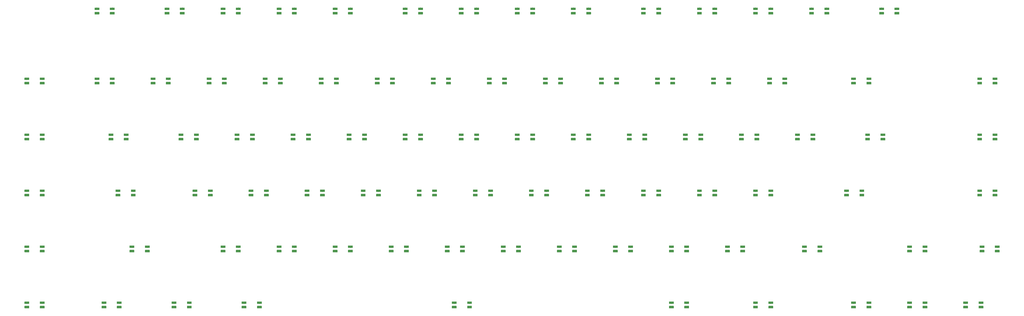
<source format=gbr>
G04 #@! TF.GenerationSoftware,KiCad,Pcbnew,(5.1.4)-1*
G04 #@! TF.CreationDate,2020-12-10T22:03:34+01:00*
G04 #@! TF.ProjectId,CZTKeyRev0,435a544b-6579-4526-9576-302e6b696361,rev?*
G04 #@! TF.SameCoordinates,Original*
G04 #@! TF.FileFunction,Paste,Bot*
G04 #@! TF.FilePolarity,Positive*
%FSLAX46Y46*%
G04 Gerber Fmt 4.6, Leading zero omitted, Abs format (unit mm)*
G04 Created by KiCad (PCBNEW (5.1.4)-1) date 2020-12-10 22:03:34*
%MOMM*%
%LPD*%
G04 APERTURE LIST*
%ADD10C,0.100000*%
%ADD11C,0.820000*%
G04 APERTURE END LIST*
D10*
G36*
X318801037Y-174259395D02*
G01*
X318808997Y-174260576D01*
X318816803Y-174262531D01*
X318824380Y-174265242D01*
X318831655Y-174268682D01*
X318838557Y-174272819D01*
X318845020Y-174277613D01*
X318850983Y-174283017D01*
X318856387Y-174288980D01*
X318861181Y-174295443D01*
X318865318Y-174302345D01*
X318868758Y-174309620D01*
X318871469Y-174317197D01*
X318873424Y-174325003D01*
X318874605Y-174332963D01*
X318875000Y-174341000D01*
X318875000Y-174997000D01*
X318874605Y-175005037D01*
X318873424Y-175012997D01*
X318871469Y-175020803D01*
X318868758Y-175028380D01*
X318865318Y-175035655D01*
X318861181Y-175042557D01*
X318856387Y-175049020D01*
X318850983Y-175054983D01*
X318845020Y-175060387D01*
X318838557Y-175065181D01*
X318831655Y-175069318D01*
X318824380Y-175072758D01*
X318816803Y-175075469D01*
X318808997Y-175077424D01*
X318801037Y-175078605D01*
X318793000Y-175079000D01*
X317357000Y-175079000D01*
X317348963Y-175078605D01*
X317341003Y-175077424D01*
X317333197Y-175075469D01*
X317325620Y-175072758D01*
X317318345Y-175069318D01*
X317311443Y-175065181D01*
X317304980Y-175060387D01*
X317299017Y-175054983D01*
X317293613Y-175049020D01*
X317288819Y-175042557D01*
X317284682Y-175035655D01*
X317281242Y-175028380D01*
X317278531Y-175020803D01*
X317276576Y-175012997D01*
X317275395Y-175005037D01*
X317275000Y-174997000D01*
X317275000Y-174341000D01*
X317275395Y-174332963D01*
X317276576Y-174325003D01*
X317278531Y-174317197D01*
X317281242Y-174309620D01*
X317284682Y-174302345D01*
X317288819Y-174295443D01*
X317293613Y-174288980D01*
X317299017Y-174283017D01*
X317304980Y-174277613D01*
X317311443Y-174272819D01*
X317318345Y-174268682D01*
X317325620Y-174265242D01*
X317333197Y-174262531D01*
X317341003Y-174260576D01*
X317348963Y-174259395D01*
X317357000Y-174259000D01*
X318793000Y-174259000D01*
X318801037Y-174259395D01*
X318801037Y-174259395D01*
G37*
D11*
X318075000Y-174669000D03*
D10*
G36*
X318801037Y-175759395D02*
G01*
X318808997Y-175760576D01*
X318816803Y-175762531D01*
X318824380Y-175765242D01*
X318831655Y-175768682D01*
X318838557Y-175772819D01*
X318845020Y-175777613D01*
X318850983Y-175783017D01*
X318856387Y-175788980D01*
X318861181Y-175795443D01*
X318865318Y-175802345D01*
X318868758Y-175809620D01*
X318871469Y-175817197D01*
X318873424Y-175825003D01*
X318874605Y-175832963D01*
X318875000Y-175841000D01*
X318875000Y-176497000D01*
X318874605Y-176505037D01*
X318873424Y-176512997D01*
X318871469Y-176520803D01*
X318868758Y-176528380D01*
X318865318Y-176535655D01*
X318861181Y-176542557D01*
X318856387Y-176549020D01*
X318850983Y-176554983D01*
X318845020Y-176560387D01*
X318838557Y-176565181D01*
X318831655Y-176569318D01*
X318824380Y-176572758D01*
X318816803Y-176575469D01*
X318808997Y-176577424D01*
X318801037Y-176578605D01*
X318793000Y-176579000D01*
X317357000Y-176579000D01*
X317348963Y-176578605D01*
X317341003Y-176577424D01*
X317333197Y-176575469D01*
X317325620Y-176572758D01*
X317318345Y-176569318D01*
X317311443Y-176565181D01*
X317304980Y-176560387D01*
X317299017Y-176554983D01*
X317293613Y-176549020D01*
X317288819Y-176542557D01*
X317284682Y-176535655D01*
X317281242Y-176528380D01*
X317278531Y-176520803D01*
X317276576Y-176512997D01*
X317275395Y-176505037D01*
X317275000Y-176497000D01*
X317275000Y-175841000D01*
X317275395Y-175832963D01*
X317276576Y-175825003D01*
X317278531Y-175817197D01*
X317281242Y-175809620D01*
X317284682Y-175802345D01*
X317288819Y-175795443D01*
X317293613Y-175788980D01*
X317299017Y-175783017D01*
X317304980Y-175777613D01*
X317311443Y-175772819D01*
X317318345Y-175768682D01*
X317325620Y-175765242D01*
X317333197Y-175762531D01*
X317341003Y-175760576D01*
X317348963Y-175759395D01*
X317357000Y-175759000D01*
X318793000Y-175759000D01*
X318801037Y-175759395D01*
X318801037Y-175759395D01*
G37*
D11*
X318075000Y-176169000D03*
D10*
G36*
X324001037Y-174259395D02*
G01*
X324008997Y-174260576D01*
X324016803Y-174262531D01*
X324024380Y-174265242D01*
X324031655Y-174268682D01*
X324038557Y-174272819D01*
X324045020Y-174277613D01*
X324050983Y-174283017D01*
X324056387Y-174288980D01*
X324061181Y-174295443D01*
X324065318Y-174302345D01*
X324068758Y-174309620D01*
X324071469Y-174317197D01*
X324073424Y-174325003D01*
X324074605Y-174332963D01*
X324075000Y-174341000D01*
X324075000Y-174997000D01*
X324074605Y-175005037D01*
X324073424Y-175012997D01*
X324071469Y-175020803D01*
X324068758Y-175028380D01*
X324065318Y-175035655D01*
X324061181Y-175042557D01*
X324056387Y-175049020D01*
X324050983Y-175054983D01*
X324045020Y-175060387D01*
X324038557Y-175065181D01*
X324031655Y-175069318D01*
X324024380Y-175072758D01*
X324016803Y-175075469D01*
X324008997Y-175077424D01*
X324001037Y-175078605D01*
X323993000Y-175079000D01*
X322557000Y-175079000D01*
X322548963Y-175078605D01*
X322541003Y-175077424D01*
X322533197Y-175075469D01*
X322525620Y-175072758D01*
X322518345Y-175069318D01*
X322511443Y-175065181D01*
X322504980Y-175060387D01*
X322499017Y-175054983D01*
X322493613Y-175049020D01*
X322488819Y-175042557D01*
X322484682Y-175035655D01*
X322481242Y-175028380D01*
X322478531Y-175020803D01*
X322476576Y-175012997D01*
X322475395Y-175005037D01*
X322475000Y-174997000D01*
X322475000Y-174341000D01*
X322475395Y-174332963D01*
X322476576Y-174325003D01*
X322478531Y-174317197D01*
X322481242Y-174309620D01*
X322484682Y-174302345D01*
X322488819Y-174295443D01*
X322493613Y-174288980D01*
X322499017Y-174283017D01*
X322504980Y-174277613D01*
X322511443Y-174272819D01*
X322518345Y-174268682D01*
X322525620Y-174265242D01*
X322533197Y-174262531D01*
X322541003Y-174260576D01*
X322548963Y-174259395D01*
X322557000Y-174259000D01*
X323993000Y-174259000D01*
X324001037Y-174259395D01*
X324001037Y-174259395D01*
G37*
D11*
X323275000Y-174669000D03*
D10*
G36*
X324001037Y-175759395D02*
G01*
X324008997Y-175760576D01*
X324016803Y-175762531D01*
X324024380Y-175765242D01*
X324031655Y-175768682D01*
X324038557Y-175772819D01*
X324045020Y-175777613D01*
X324050983Y-175783017D01*
X324056387Y-175788980D01*
X324061181Y-175795443D01*
X324065318Y-175802345D01*
X324068758Y-175809620D01*
X324071469Y-175817197D01*
X324073424Y-175825003D01*
X324074605Y-175832963D01*
X324075000Y-175841000D01*
X324075000Y-176497000D01*
X324074605Y-176505037D01*
X324073424Y-176512997D01*
X324071469Y-176520803D01*
X324068758Y-176528380D01*
X324065318Y-176535655D01*
X324061181Y-176542557D01*
X324056387Y-176549020D01*
X324050983Y-176554983D01*
X324045020Y-176560387D01*
X324038557Y-176565181D01*
X324031655Y-176569318D01*
X324024380Y-176572758D01*
X324016803Y-176575469D01*
X324008997Y-176577424D01*
X324001037Y-176578605D01*
X323993000Y-176579000D01*
X322557000Y-176579000D01*
X322548963Y-176578605D01*
X322541003Y-176577424D01*
X322533197Y-176575469D01*
X322525620Y-176572758D01*
X322518345Y-176569318D01*
X322511443Y-176565181D01*
X322504980Y-176560387D01*
X322499017Y-176554983D01*
X322493613Y-176549020D01*
X322488819Y-176542557D01*
X322484682Y-176535655D01*
X322481242Y-176528380D01*
X322478531Y-176520803D01*
X322476576Y-176512997D01*
X322475395Y-176505037D01*
X322475000Y-176497000D01*
X322475000Y-175841000D01*
X322475395Y-175832963D01*
X322476576Y-175825003D01*
X322478531Y-175817197D01*
X322481242Y-175809620D01*
X322484682Y-175802345D01*
X322488819Y-175795443D01*
X322493613Y-175788980D01*
X322499017Y-175783017D01*
X322504980Y-175777613D01*
X322511443Y-175772819D01*
X322518345Y-175768682D01*
X322525620Y-175765242D01*
X322533197Y-175762531D01*
X322541003Y-175760576D01*
X322548963Y-175759395D01*
X322557000Y-175759000D01*
X323993000Y-175759000D01*
X324001037Y-175759395D01*
X324001037Y-175759395D01*
G37*
D11*
X323275000Y-176169000D03*
D10*
G36*
X299751037Y-174259395D02*
G01*
X299758997Y-174260576D01*
X299766803Y-174262531D01*
X299774380Y-174265242D01*
X299781655Y-174268682D01*
X299788557Y-174272819D01*
X299795020Y-174277613D01*
X299800983Y-174283017D01*
X299806387Y-174288980D01*
X299811181Y-174295443D01*
X299815318Y-174302345D01*
X299818758Y-174309620D01*
X299821469Y-174317197D01*
X299823424Y-174325003D01*
X299824605Y-174332963D01*
X299825000Y-174341000D01*
X299825000Y-174997000D01*
X299824605Y-175005037D01*
X299823424Y-175012997D01*
X299821469Y-175020803D01*
X299818758Y-175028380D01*
X299815318Y-175035655D01*
X299811181Y-175042557D01*
X299806387Y-175049020D01*
X299800983Y-175054983D01*
X299795020Y-175060387D01*
X299788557Y-175065181D01*
X299781655Y-175069318D01*
X299774380Y-175072758D01*
X299766803Y-175075469D01*
X299758997Y-175077424D01*
X299751037Y-175078605D01*
X299743000Y-175079000D01*
X298307000Y-175079000D01*
X298298963Y-175078605D01*
X298291003Y-175077424D01*
X298283197Y-175075469D01*
X298275620Y-175072758D01*
X298268345Y-175069318D01*
X298261443Y-175065181D01*
X298254980Y-175060387D01*
X298249017Y-175054983D01*
X298243613Y-175049020D01*
X298238819Y-175042557D01*
X298234682Y-175035655D01*
X298231242Y-175028380D01*
X298228531Y-175020803D01*
X298226576Y-175012997D01*
X298225395Y-175005037D01*
X298225000Y-174997000D01*
X298225000Y-174341000D01*
X298225395Y-174332963D01*
X298226576Y-174325003D01*
X298228531Y-174317197D01*
X298231242Y-174309620D01*
X298234682Y-174302345D01*
X298238819Y-174295443D01*
X298243613Y-174288980D01*
X298249017Y-174283017D01*
X298254980Y-174277613D01*
X298261443Y-174272819D01*
X298268345Y-174268682D01*
X298275620Y-174265242D01*
X298283197Y-174262531D01*
X298291003Y-174260576D01*
X298298963Y-174259395D01*
X298307000Y-174259000D01*
X299743000Y-174259000D01*
X299751037Y-174259395D01*
X299751037Y-174259395D01*
G37*
D11*
X299025000Y-174669000D03*
D10*
G36*
X299751037Y-175759395D02*
G01*
X299758997Y-175760576D01*
X299766803Y-175762531D01*
X299774380Y-175765242D01*
X299781655Y-175768682D01*
X299788557Y-175772819D01*
X299795020Y-175777613D01*
X299800983Y-175783017D01*
X299806387Y-175788980D01*
X299811181Y-175795443D01*
X299815318Y-175802345D01*
X299818758Y-175809620D01*
X299821469Y-175817197D01*
X299823424Y-175825003D01*
X299824605Y-175832963D01*
X299825000Y-175841000D01*
X299825000Y-176497000D01*
X299824605Y-176505037D01*
X299823424Y-176512997D01*
X299821469Y-176520803D01*
X299818758Y-176528380D01*
X299815318Y-176535655D01*
X299811181Y-176542557D01*
X299806387Y-176549020D01*
X299800983Y-176554983D01*
X299795020Y-176560387D01*
X299788557Y-176565181D01*
X299781655Y-176569318D01*
X299774380Y-176572758D01*
X299766803Y-176575469D01*
X299758997Y-176577424D01*
X299751037Y-176578605D01*
X299743000Y-176579000D01*
X298307000Y-176579000D01*
X298298963Y-176578605D01*
X298291003Y-176577424D01*
X298283197Y-176575469D01*
X298275620Y-176572758D01*
X298268345Y-176569318D01*
X298261443Y-176565181D01*
X298254980Y-176560387D01*
X298249017Y-176554983D01*
X298243613Y-176549020D01*
X298238819Y-176542557D01*
X298234682Y-176535655D01*
X298231242Y-176528380D01*
X298228531Y-176520803D01*
X298226576Y-176512997D01*
X298225395Y-176505037D01*
X298225000Y-176497000D01*
X298225000Y-175841000D01*
X298225395Y-175832963D01*
X298226576Y-175825003D01*
X298228531Y-175817197D01*
X298231242Y-175809620D01*
X298234682Y-175802345D01*
X298238819Y-175795443D01*
X298243613Y-175788980D01*
X298249017Y-175783017D01*
X298254980Y-175777613D01*
X298261443Y-175772819D01*
X298268345Y-175768682D01*
X298275620Y-175765242D01*
X298283197Y-175762531D01*
X298291003Y-175760576D01*
X298298963Y-175759395D01*
X298307000Y-175759000D01*
X299743000Y-175759000D01*
X299751037Y-175759395D01*
X299751037Y-175759395D01*
G37*
D11*
X299025000Y-176169000D03*
D10*
G36*
X304951037Y-174259395D02*
G01*
X304958997Y-174260576D01*
X304966803Y-174262531D01*
X304974380Y-174265242D01*
X304981655Y-174268682D01*
X304988557Y-174272819D01*
X304995020Y-174277613D01*
X305000983Y-174283017D01*
X305006387Y-174288980D01*
X305011181Y-174295443D01*
X305015318Y-174302345D01*
X305018758Y-174309620D01*
X305021469Y-174317197D01*
X305023424Y-174325003D01*
X305024605Y-174332963D01*
X305025000Y-174341000D01*
X305025000Y-174997000D01*
X305024605Y-175005037D01*
X305023424Y-175012997D01*
X305021469Y-175020803D01*
X305018758Y-175028380D01*
X305015318Y-175035655D01*
X305011181Y-175042557D01*
X305006387Y-175049020D01*
X305000983Y-175054983D01*
X304995020Y-175060387D01*
X304988557Y-175065181D01*
X304981655Y-175069318D01*
X304974380Y-175072758D01*
X304966803Y-175075469D01*
X304958997Y-175077424D01*
X304951037Y-175078605D01*
X304943000Y-175079000D01*
X303507000Y-175079000D01*
X303498963Y-175078605D01*
X303491003Y-175077424D01*
X303483197Y-175075469D01*
X303475620Y-175072758D01*
X303468345Y-175069318D01*
X303461443Y-175065181D01*
X303454980Y-175060387D01*
X303449017Y-175054983D01*
X303443613Y-175049020D01*
X303438819Y-175042557D01*
X303434682Y-175035655D01*
X303431242Y-175028380D01*
X303428531Y-175020803D01*
X303426576Y-175012997D01*
X303425395Y-175005037D01*
X303425000Y-174997000D01*
X303425000Y-174341000D01*
X303425395Y-174332963D01*
X303426576Y-174325003D01*
X303428531Y-174317197D01*
X303431242Y-174309620D01*
X303434682Y-174302345D01*
X303438819Y-174295443D01*
X303443613Y-174288980D01*
X303449017Y-174283017D01*
X303454980Y-174277613D01*
X303461443Y-174272819D01*
X303468345Y-174268682D01*
X303475620Y-174265242D01*
X303483197Y-174262531D01*
X303491003Y-174260576D01*
X303498963Y-174259395D01*
X303507000Y-174259000D01*
X304943000Y-174259000D01*
X304951037Y-174259395D01*
X304951037Y-174259395D01*
G37*
D11*
X304225000Y-174669000D03*
D10*
G36*
X304951037Y-175759395D02*
G01*
X304958997Y-175760576D01*
X304966803Y-175762531D01*
X304974380Y-175765242D01*
X304981655Y-175768682D01*
X304988557Y-175772819D01*
X304995020Y-175777613D01*
X305000983Y-175783017D01*
X305006387Y-175788980D01*
X305011181Y-175795443D01*
X305015318Y-175802345D01*
X305018758Y-175809620D01*
X305021469Y-175817197D01*
X305023424Y-175825003D01*
X305024605Y-175832963D01*
X305025000Y-175841000D01*
X305025000Y-176497000D01*
X305024605Y-176505037D01*
X305023424Y-176512997D01*
X305021469Y-176520803D01*
X305018758Y-176528380D01*
X305015318Y-176535655D01*
X305011181Y-176542557D01*
X305006387Y-176549020D01*
X305000983Y-176554983D01*
X304995020Y-176560387D01*
X304988557Y-176565181D01*
X304981655Y-176569318D01*
X304974380Y-176572758D01*
X304966803Y-176575469D01*
X304958997Y-176577424D01*
X304951037Y-176578605D01*
X304943000Y-176579000D01*
X303507000Y-176579000D01*
X303498963Y-176578605D01*
X303491003Y-176577424D01*
X303483197Y-176575469D01*
X303475620Y-176572758D01*
X303468345Y-176569318D01*
X303461443Y-176565181D01*
X303454980Y-176560387D01*
X303449017Y-176554983D01*
X303443613Y-176549020D01*
X303438819Y-176542557D01*
X303434682Y-176535655D01*
X303431242Y-176528380D01*
X303428531Y-176520803D01*
X303426576Y-176512997D01*
X303425395Y-176505037D01*
X303425000Y-176497000D01*
X303425000Y-175841000D01*
X303425395Y-175832963D01*
X303426576Y-175825003D01*
X303428531Y-175817197D01*
X303431242Y-175809620D01*
X303434682Y-175802345D01*
X303438819Y-175795443D01*
X303443613Y-175788980D01*
X303449017Y-175783017D01*
X303454980Y-175777613D01*
X303461443Y-175772819D01*
X303468345Y-175768682D01*
X303475620Y-175765242D01*
X303483197Y-175762531D01*
X303491003Y-175760576D01*
X303498963Y-175759395D01*
X303507000Y-175759000D01*
X304943000Y-175759000D01*
X304951037Y-175759395D01*
X304951037Y-175759395D01*
G37*
D11*
X304225000Y-176169000D03*
D10*
G36*
X280701037Y-174259395D02*
G01*
X280708997Y-174260576D01*
X280716803Y-174262531D01*
X280724380Y-174265242D01*
X280731655Y-174268682D01*
X280738557Y-174272819D01*
X280745020Y-174277613D01*
X280750983Y-174283017D01*
X280756387Y-174288980D01*
X280761181Y-174295443D01*
X280765318Y-174302345D01*
X280768758Y-174309620D01*
X280771469Y-174317197D01*
X280773424Y-174325003D01*
X280774605Y-174332963D01*
X280775000Y-174341000D01*
X280775000Y-174997000D01*
X280774605Y-175005037D01*
X280773424Y-175012997D01*
X280771469Y-175020803D01*
X280768758Y-175028380D01*
X280765318Y-175035655D01*
X280761181Y-175042557D01*
X280756387Y-175049020D01*
X280750983Y-175054983D01*
X280745020Y-175060387D01*
X280738557Y-175065181D01*
X280731655Y-175069318D01*
X280724380Y-175072758D01*
X280716803Y-175075469D01*
X280708997Y-175077424D01*
X280701037Y-175078605D01*
X280693000Y-175079000D01*
X279257000Y-175079000D01*
X279248963Y-175078605D01*
X279241003Y-175077424D01*
X279233197Y-175075469D01*
X279225620Y-175072758D01*
X279218345Y-175069318D01*
X279211443Y-175065181D01*
X279204980Y-175060387D01*
X279199017Y-175054983D01*
X279193613Y-175049020D01*
X279188819Y-175042557D01*
X279184682Y-175035655D01*
X279181242Y-175028380D01*
X279178531Y-175020803D01*
X279176576Y-175012997D01*
X279175395Y-175005037D01*
X279175000Y-174997000D01*
X279175000Y-174341000D01*
X279175395Y-174332963D01*
X279176576Y-174325003D01*
X279178531Y-174317197D01*
X279181242Y-174309620D01*
X279184682Y-174302345D01*
X279188819Y-174295443D01*
X279193613Y-174288980D01*
X279199017Y-174283017D01*
X279204980Y-174277613D01*
X279211443Y-174272819D01*
X279218345Y-174268682D01*
X279225620Y-174265242D01*
X279233197Y-174262531D01*
X279241003Y-174260576D01*
X279248963Y-174259395D01*
X279257000Y-174259000D01*
X280693000Y-174259000D01*
X280701037Y-174259395D01*
X280701037Y-174259395D01*
G37*
D11*
X279975000Y-174669000D03*
D10*
G36*
X280701037Y-175759395D02*
G01*
X280708997Y-175760576D01*
X280716803Y-175762531D01*
X280724380Y-175765242D01*
X280731655Y-175768682D01*
X280738557Y-175772819D01*
X280745020Y-175777613D01*
X280750983Y-175783017D01*
X280756387Y-175788980D01*
X280761181Y-175795443D01*
X280765318Y-175802345D01*
X280768758Y-175809620D01*
X280771469Y-175817197D01*
X280773424Y-175825003D01*
X280774605Y-175832963D01*
X280775000Y-175841000D01*
X280775000Y-176497000D01*
X280774605Y-176505037D01*
X280773424Y-176512997D01*
X280771469Y-176520803D01*
X280768758Y-176528380D01*
X280765318Y-176535655D01*
X280761181Y-176542557D01*
X280756387Y-176549020D01*
X280750983Y-176554983D01*
X280745020Y-176560387D01*
X280738557Y-176565181D01*
X280731655Y-176569318D01*
X280724380Y-176572758D01*
X280716803Y-176575469D01*
X280708997Y-176577424D01*
X280701037Y-176578605D01*
X280693000Y-176579000D01*
X279257000Y-176579000D01*
X279248963Y-176578605D01*
X279241003Y-176577424D01*
X279233197Y-176575469D01*
X279225620Y-176572758D01*
X279218345Y-176569318D01*
X279211443Y-176565181D01*
X279204980Y-176560387D01*
X279199017Y-176554983D01*
X279193613Y-176549020D01*
X279188819Y-176542557D01*
X279184682Y-176535655D01*
X279181242Y-176528380D01*
X279178531Y-176520803D01*
X279176576Y-176512997D01*
X279175395Y-176505037D01*
X279175000Y-176497000D01*
X279175000Y-175841000D01*
X279175395Y-175832963D01*
X279176576Y-175825003D01*
X279178531Y-175817197D01*
X279181242Y-175809620D01*
X279184682Y-175802345D01*
X279188819Y-175795443D01*
X279193613Y-175788980D01*
X279199017Y-175783017D01*
X279204980Y-175777613D01*
X279211443Y-175772819D01*
X279218345Y-175768682D01*
X279225620Y-175765242D01*
X279233197Y-175762531D01*
X279241003Y-175760576D01*
X279248963Y-175759395D01*
X279257000Y-175759000D01*
X280693000Y-175759000D01*
X280701037Y-175759395D01*
X280701037Y-175759395D01*
G37*
D11*
X279975000Y-176169000D03*
D10*
G36*
X285901037Y-174259395D02*
G01*
X285908997Y-174260576D01*
X285916803Y-174262531D01*
X285924380Y-174265242D01*
X285931655Y-174268682D01*
X285938557Y-174272819D01*
X285945020Y-174277613D01*
X285950983Y-174283017D01*
X285956387Y-174288980D01*
X285961181Y-174295443D01*
X285965318Y-174302345D01*
X285968758Y-174309620D01*
X285971469Y-174317197D01*
X285973424Y-174325003D01*
X285974605Y-174332963D01*
X285975000Y-174341000D01*
X285975000Y-174997000D01*
X285974605Y-175005037D01*
X285973424Y-175012997D01*
X285971469Y-175020803D01*
X285968758Y-175028380D01*
X285965318Y-175035655D01*
X285961181Y-175042557D01*
X285956387Y-175049020D01*
X285950983Y-175054983D01*
X285945020Y-175060387D01*
X285938557Y-175065181D01*
X285931655Y-175069318D01*
X285924380Y-175072758D01*
X285916803Y-175075469D01*
X285908997Y-175077424D01*
X285901037Y-175078605D01*
X285893000Y-175079000D01*
X284457000Y-175079000D01*
X284448963Y-175078605D01*
X284441003Y-175077424D01*
X284433197Y-175075469D01*
X284425620Y-175072758D01*
X284418345Y-175069318D01*
X284411443Y-175065181D01*
X284404980Y-175060387D01*
X284399017Y-175054983D01*
X284393613Y-175049020D01*
X284388819Y-175042557D01*
X284384682Y-175035655D01*
X284381242Y-175028380D01*
X284378531Y-175020803D01*
X284376576Y-175012997D01*
X284375395Y-175005037D01*
X284375000Y-174997000D01*
X284375000Y-174341000D01*
X284375395Y-174332963D01*
X284376576Y-174325003D01*
X284378531Y-174317197D01*
X284381242Y-174309620D01*
X284384682Y-174302345D01*
X284388819Y-174295443D01*
X284393613Y-174288980D01*
X284399017Y-174283017D01*
X284404980Y-174277613D01*
X284411443Y-174272819D01*
X284418345Y-174268682D01*
X284425620Y-174265242D01*
X284433197Y-174262531D01*
X284441003Y-174260576D01*
X284448963Y-174259395D01*
X284457000Y-174259000D01*
X285893000Y-174259000D01*
X285901037Y-174259395D01*
X285901037Y-174259395D01*
G37*
D11*
X285175000Y-174669000D03*
D10*
G36*
X285901037Y-175759395D02*
G01*
X285908997Y-175760576D01*
X285916803Y-175762531D01*
X285924380Y-175765242D01*
X285931655Y-175768682D01*
X285938557Y-175772819D01*
X285945020Y-175777613D01*
X285950983Y-175783017D01*
X285956387Y-175788980D01*
X285961181Y-175795443D01*
X285965318Y-175802345D01*
X285968758Y-175809620D01*
X285971469Y-175817197D01*
X285973424Y-175825003D01*
X285974605Y-175832963D01*
X285975000Y-175841000D01*
X285975000Y-176497000D01*
X285974605Y-176505037D01*
X285973424Y-176512997D01*
X285971469Y-176520803D01*
X285968758Y-176528380D01*
X285965318Y-176535655D01*
X285961181Y-176542557D01*
X285956387Y-176549020D01*
X285950983Y-176554983D01*
X285945020Y-176560387D01*
X285938557Y-176565181D01*
X285931655Y-176569318D01*
X285924380Y-176572758D01*
X285916803Y-176575469D01*
X285908997Y-176577424D01*
X285901037Y-176578605D01*
X285893000Y-176579000D01*
X284457000Y-176579000D01*
X284448963Y-176578605D01*
X284441003Y-176577424D01*
X284433197Y-176575469D01*
X284425620Y-176572758D01*
X284418345Y-176569318D01*
X284411443Y-176565181D01*
X284404980Y-176560387D01*
X284399017Y-176554983D01*
X284393613Y-176549020D01*
X284388819Y-176542557D01*
X284384682Y-176535655D01*
X284381242Y-176528380D01*
X284378531Y-176520803D01*
X284376576Y-176512997D01*
X284375395Y-176505037D01*
X284375000Y-176497000D01*
X284375000Y-175841000D01*
X284375395Y-175832963D01*
X284376576Y-175825003D01*
X284378531Y-175817197D01*
X284381242Y-175809620D01*
X284384682Y-175802345D01*
X284388819Y-175795443D01*
X284393613Y-175788980D01*
X284399017Y-175783017D01*
X284404980Y-175777613D01*
X284411443Y-175772819D01*
X284418345Y-175768682D01*
X284425620Y-175765242D01*
X284433197Y-175762531D01*
X284441003Y-175760576D01*
X284448963Y-175759395D01*
X284457000Y-175759000D01*
X285893000Y-175759000D01*
X285901037Y-175759395D01*
X285901037Y-175759395D01*
G37*
D11*
X285175000Y-176169000D03*
D10*
G36*
X247364037Y-174259395D02*
G01*
X247371997Y-174260576D01*
X247379803Y-174262531D01*
X247387380Y-174265242D01*
X247394655Y-174268682D01*
X247401557Y-174272819D01*
X247408020Y-174277613D01*
X247413983Y-174283017D01*
X247419387Y-174288980D01*
X247424181Y-174295443D01*
X247428318Y-174302345D01*
X247431758Y-174309620D01*
X247434469Y-174317197D01*
X247436424Y-174325003D01*
X247437605Y-174332963D01*
X247438000Y-174341000D01*
X247438000Y-174997000D01*
X247437605Y-175005037D01*
X247436424Y-175012997D01*
X247434469Y-175020803D01*
X247431758Y-175028380D01*
X247428318Y-175035655D01*
X247424181Y-175042557D01*
X247419387Y-175049020D01*
X247413983Y-175054983D01*
X247408020Y-175060387D01*
X247401557Y-175065181D01*
X247394655Y-175069318D01*
X247387380Y-175072758D01*
X247379803Y-175075469D01*
X247371997Y-175077424D01*
X247364037Y-175078605D01*
X247356000Y-175079000D01*
X245920000Y-175079000D01*
X245911963Y-175078605D01*
X245904003Y-175077424D01*
X245896197Y-175075469D01*
X245888620Y-175072758D01*
X245881345Y-175069318D01*
X245874443Y-175065181D01*
X245867980Y-175060387D01*
X245862017Y-175054983D01*
X245856613Y-175049020D01*
X245851819Y-175042557D01*
X245847682Y-175035655D01*
X245844242Y-175028380D01*
X245841531Y-175020803D01*
X245839576Y-175012997D01*
X245838395Y-175005037D01*
X245838000Y-174997000D01*
X245838000Y-174341000D01*
X245838395Y-174332963D01*
X245839576Y-174325003D01*
X245841531Y-174317197D01*
X245844242Y-174309620D01*
X245847682Y-174302345D01*
X245851819Y-174295443D01*
X245856613Y-174288980D01*
X245862017Y-174283017D01*
X245867980Y-174277613D01*
X245874443Y-174272819D01*
X245881345Y-174268682D01*
X245888620Y-174265242D01*
X245896197Y-174262531D01*
X245904003Y-174260576D01*
X245911963Y-174259395D01*
X245920000Y-174259000D01*
X247356000Y-174259000D01*
X247364037Y-174259395D01*
X247364037Y-174259395D01*
G37*
D11*
X246638000Y-174669000D03*
D10*
G36*
X247364037Y-175759395D02*
G01*
X247371997Y-175760576D01*
X247379803Y-175762531D01*
X247387380Y-175765242D01*
X247394655Y-175768682D01*
X247401557Y-175772819D01*
X247408020Y-175777613D01*
X247413983Y-175783017D01*
X247419387Y-175788980D01*
X247424181Y-175795443D01*
X247428318Y-175802345D01*
X247431758Y-175809620D01*
X247434469Y-175817197D01*
X247436424Y-175825003D01*
X247437605Y-175832963D01*
X247438000Y-175841000D01*
X247438000Y-176497000D01*
X247437605Y-176505037D01*
X247436424Y-176512997D01*
X247434469Y-176520803D01*
X247431758Y-176528380D01*
X247428318Y-176535655D01*
X247424181Y-176542557D01*
X247419387Y-176549020D01*
X247413983Y-176554983D01*
X247408020Y-176560387D01*
X247401557Y-176565181D01*
X247394655Y-176569318D01*
X247387380Y-176572758D01*
X247379803Y-176575469D01*
X247371997Y-176577424D01*
X247364037Y-176578605D01*
X247356000Y-176579000D01*
X245920000Y-176579000D01*
X245911963Y-176578605D01*
X245904003Y-176577424D01*
X245896197Y-176575469D01*
X245888620Y-176572758D01*
X245881345Y-176569318D01*
X245874443Y-176565181D01*
X245867980Y-176560387D01*
X245862017Y-176554983D01*
X245856613Y-176549020D01*
X245851819Y-176542557D01*
X245847682Y-176535655D01*
X245844242Y-176528380D01*
X245841531Y-176520803D01*
X245839576Y-176512997D01*
X245838395Y-176505037D01*
X245838000Y-176497000D01*
X245838000Y-175841000D01*
X245838395Y-175832963D01*
X245839576Y-175825003D01*
X245841531Y-175817197D01*
X245844242Y-175809620D01*
X245847682Y-175802345D01*
X245851819Y-175795443D01*
X245856613Y-175788980D01*
X245862017Y-175783017D01*
X245867980Y-175777613D01*
X245874443Y-175772819D01*
X245881345Y-175768682D01*
X245888620Y-175765242D01*
X245896197Y-175762531D01*
X245904003Y-175760576D01*
X245911963Y-175759395D01*
X245920000Y-175759000D01*
X247356000Y-175759000D01*
X247364037Y-175759395D01*
X247364037Y-175759395D01*
G37*
D11*
X246638000Y-176169000D03*
D10*
G36*
X252564037Y-174259395D02*
G01*
X252571997Y-174260576D01*
X252579803Y-174262531D01*
X252587380Y-174265242D01*
X252594655Y-174268682D01*
X252601557Y-174272819D01*
X252608020Y-174277613D01*
X252613983Y-174283017D01*
X252619387Y-174288980D01*
X252624181Y-174295443D01*
X252628318Y-174302345D01*
X252631758Y-174309620D01*
X252634469Y-174317197D01*
X252636424Y-174325003D01*
X252637605Y-174332963D01*
X252638000Y-174341000D01*
X252638000Y-174997000D01*
X252637605Y-175005037D01*
X252636424Y-175012997D01*
X252634469Y-175020803D01*
X252631758Y-175028380D01*
X252628318Y-175035655D01*
X252624181Y-175042557D01*
X252619387Y-175049020D01*
X252613983Y-175054983D01*
X252608020Y-175060387D01*
X252601557Y-175065181D01*
X252594655Y-175069318D01*
X252587380Y-175072758D01*
X252579803Y-175075469D01*
X252571997Y-175077424D01*
X252564037Y-175078605D01*
X252556000Y-175079000D01*
X251120000Y-175079000D01*
X251111963Y-175078605D01*
X251104003Y-175077424D01*
X251096197Y-175075469D01*
X251088620Y-175072758D01*
X251081345Y-175069318D01*
X251074443Y-175065181D01*
X251067980Y-175060387D01*
X251062017Y-175054983D01*
X251056613Y-175049020D01*
X251051819Y-175042557D01*
X251047682Y-175035655D01*
X251044242Y-175028380D01*
X251041531Y-175020803D01*
X251039576Y-175012997D01*
X251038395Y-175005037D01*
X251038000Y-174997000D01*
X251038000Y-174341000D01*
X251038395Y-174332963D01*
X251039576Y-174325003D01*
X251041531Y-174317197D01*
X251044242Y-174309620D01*
X251047682Y-174302345D01*
X251051819Y-174295443D01*
X251056613Y-174288980D01*
X251062017Y-174283017D01*
X251067980Y-174277613D01*
X251074443Y-174272819D01*
X251081345Y-174268682D01*
X251088620Y-174265242D01*
X251096197Y-174262531D01*
X251104003Y-174260576D01*
X251111963Y-174259395D01*
X251120000Y-174259000D01*
X252556000Y-174259000D01*
X252564037Y-174259395D01*
X252564037Y-174259395D01*
G37*
D11*
X251838000Y-174669000D03*
D10*
G36*
X252564037Y-175759395D02*
G01*
X252571997Y-175760576D01*
X252579803Y-175762531D01*
X252587380Y-175765242D01*
X252594655Y-175768682D01*
X252601557Y-175772819D01*
X252608020Y-175777613D01*
X252613983Y-175783017D01*
X252619387Y-175788980D01*
X252624181Y-175795443D01*
X252628318Y-175802345D01*
X252631758Y-175809620D01*
X252634469Y-175817197D01*
X252636424Y-175825003D01*
X252637605Y-175832963D01*
X252638000Y-175841000D01*
X252638000Y-176497000D01*
X252637605Y-176505037D01*
X252636424Y-176512997D01*
X252634469Y-176520803D01*
X252631758Y-176528380D01*
X252628318Y-176535655D01*
X252624181Y-176542557D01*
X252619387Y-176549020D01*
X252613983Y-176554983D01*
X252608020Y-176560387D01*
X252601557Y-176565181D01*
X252594655Y-176569318D01*
X252587380Y-176572758D01*
X252579803Y-176575469D01*
X252571997Y-176577424D01*
X252564037Y-176578605D01*
X252556000Y-176579000D01*
X251120000Y-176579000D01*
X251111963Y-176578605D01*
X251104003Y-176577424D01*
X251096197Y-176575469D01*
X251088620Y-176572758D01*
X251081345Y-176569318D01*
X251074443Y-176565181D01*
X251067980Y-176560387D01*
X251062017Y-176554983D01*
X251056613Y-176549020D01*
X251051819Y-176542557D01*
X251047682Y-176535655D01*
X251044242Y-176528380D01*
X251041531Y-176520803D01*
X251039576Y-176512997D01*
X251038395Y-176505037D01*
X251038000Y-176497000D01*
X251038000Y-175841000D01*
X251038395Y-175832963D01*
X251039576Y-175825003D01*
X251041531Y-175817197D01*
X251044242Y-175809620D01*
X251047682Y-175802345D01*
X251051819Y-175795443D01*
X251056613Y-175788980D01*
X251062017Y-175783017D01*
X251067980Y-175777613D01*
X251074443Y-175772819D01*
X251081345Y-175768682D01*
X251088620Y-175765242D01*
X251096197Y-175762531D01*
X251104003Y-175760576D01*
X251111963Y-175759395D01*
X251120000Y-175759000D01*
X252556000Y-175759000D01*
X252564037Y-175759395D01*
X252564037Y-175759395D01*
G37*
D11*
X251838000Y-176169000D03*
D10*
G36*
X218788037Y-174259395D02*
G01*
X218795997Y-174260576D01*
X218803803Y-174262531D01*
X218811380Y-174265242D01*
X218818655Y-174268682D01*
X218825557Y-174272819D01*
X218832020Y-174277613D01*
X218837983Y-174283017D01*
X218843387Y-174288980D01*
X218848181Y-174295443D01*
X218852318Y-174302345D01*
X218855758Y-174309620D01*
X218858469Y-174317197D01*
X218860424Y-174325003D01*
X218861605Y-174332963D01*
X218862000Y-174341000D01*
X218862000Y-174997000D01*
X218861605Y-175005037D01*
X218860424Y-175012997D01*
X218858469Y-175020803D01*
X218855758Y-175028380D01*
X218852318Y-175035655D01*
X218848181Y-175042557D01*
X218843387Y-175049020D01*
X218837983Y-175054983D01*
X218832020Y-175060387D01*
X218825557Y-175065181D01*
X218818655Y-175069318D01*
X218811380Y-175072758D01*
X218803803Y-175075469D01*
X218795997Y-175077424D01*
X218788037Y-175078605D01*
X218780000Y-175079000D01*
X217344000Y-175079000D01*
X217335963Y-175078605D01*
X217328003Y-175077424D01*
X217320197Y-175075469D01*
X217312620Y-175072758D01*
X217305345Y-175069318D01*
X217298443Y-175065181D01*
X217291980Y-175060387D01*
X217286017Y-175054983D01*
X217280613Y-175049020D01*
X217275819Y-175042557D01*
X217271682Y-175035655D01*
X217268242Y-175028380D01*
X217265531Y-175020803D01*
X217263576Y-175012997D01*
X217262395Y-175005037D01*
X217262000Y-174997000D01*
X217262000Y-174341000D01*
X217262395Y-174332963D01*
X217263576Y-174325003D01*
X217265531Y-174317197D01*
X217268242Y-174309620D01*
X217271682Y-174302345D01*
X217275819Y-174295443D01*
X217280613Y-174288980D01*
X217286017Y-174283017D01*
X217291980Y-174277613D01*
X217298443Y-174272819D01*
X217305345Y-174268682D01*
X217312620Y-174265242D01*
X217320197Y-174262531D01*
X217328003Y-174260576D01*
X217335963Y-174259395D01*
X217344000Y-174259000D01*
X218780000Y-174259000D01*
X218788037Y-174259395D01*
X218788037Y-174259395D01*
G37*
D11*
X218062000Y-174669000D03*
D10*
G36*
X218788037Y-175759395D02*
G01*
X218795997Y-175760576D01*
X218803803Y-175762531D01*
X218811380Y-175765242D01*
X218818655Y-175768682D01*
X218825557Y-175772819D01*
X218832020Y-175777613D01*
X218837983Y-175783017D01*
X218843387Y-175788980D01*
X218848181Y-175795443D01*
X218852318Y-175802345D01*
X218855758Y-175809620D01*
X218858469Y-175817197D01*
X218860424Y-175825003D01*
X218861605Y-175832963D01*
X218862000Y-175841000D01*
X218862000Y-176497000D01*
X218861605Y-176505037D01*
X218860424Y-176512997D01*
X218858469Y-176520803D01*
X218855758Y-176528380D01*
X218852318Y-176535655D01*
X218848181Y-176542557D01*
X218843387Y-176549020D01*
X218837983Y-176554983D01*
X218832020Y-176560387D01*
X218825557Y-176565181D01*
X218818655Y-176569318D01*
X218811380Y-176572758D01*
X218803803Y-176575469D01*
X218795997Y-176577424D01*
X218788037Y-176578605D01*
X218780000Y-176579000D01*
X217344000Y-176579000D01*
X217335963Y-176578605D01*
X217328003Y-176577424D01*
X217320197Y-176575469D01*
X217312620Y-176572758D01*
X217305345Y-176569318D01*
X217298443Y-176565181D01*
X217291980Y-176560387D01*
X217286017Y-176554983D01*
X217280613Y-176549020D01*
X217275819Y-176542557D01*
X217271682Y-176535655D01*
X217268242Y-176528380D01*
X217265531Y-176520803D01*
X217263576Y-176512997D01*
X217262395Y-176505037D01*
X217262000Y-176497000D01*
X217262000Y-175841000D01*
X217262395Y-175832963D01*
X217263576Y-175825003D01*
X217265531Y-175817197D01*
X217268242Y-175809620D01*
X217271682Y-175802345D01*
X217275819Y-175795443D01*
X217280613Y-175788980D01*
X217286017Y-175783017D01*
X217291980Y-175777613D01*
X217298443Y-175772819D01*
X217305345Y-175768682D01*
X217312620Y-175765242D01*
X217320197Y-175762531D01*
X217328003Y-175760576D01*
X217335963Y-175759395D01*
X217344000Y-175759000D01*
X218780000Y-175759000D01*
X218788037Y-175759395D01*
X218788037Y-175759395D01*
G37*
D11*
X218062000Y-176169000D03*
D10*
G36*
X223988037Y-174259395D02*
G01*
X223995997Y-174260576D01*
X224003803Y-174262531D01*
X224011380Y-174265242D01*
X224018655Y-174268682D01*
X224025557Y-174272819D01*
X224032020Y-174277613D01*
X224037983Y-174283017D01*
X224043387Y-174288980D01*
X224048181Y-174295443D01*
X224052318Y-174302345D01*
X224055758Y-174309620D01*
X224058469Y-174317197D01*
X224060424Y-174325003D01*
X224061605Y-174332963D01*
X224062000Y-174341000D01*
X224062000Y-174997000D01*
X224061605Y-175005037D01*
X224060424Y-175012997D01*
X224058469Y-175020803D01*
X224055758Y-175028380D01*
X224052318Y-175035655D01*
X224048181Y-175042557D01*
X224043387Y-175049020D01*
X224037983Y-175054983D01*
X224032020Y-175060387D01*
X224025557Y-175065181D01*
X224018655Y-175069318D01*
X224011380Y-175072758D01*
X224003803Y-175075469D01*
X223995997Y-175077424D01*
X223988037Y-175078605D01*
X223980000Y-175079000D01*
X222544000Y-175079000D01*
X222535963Y-175078605D01*
X222528003Y-175077424D01*
X222520197Y-175075469D01*
X222512620Y-175072758D01*
X222505345Y-175069318D01*
X222498443Y-175065181D01*
X222491980Y-175060387D01*
X222486017Y-175054983D01*
X222480613Y-175049020D01*
X222475819Y-175042557D01*
X222471682Y-175035655D01*
X222468242Y-175028380D01*
X222465531Y-175020803D01*
X222463576Y-175012997D01*
X222462395Y-175005037D01*
X222462000Y-174997000D01*
X222462000Y-174341000D01*
X222462395Y-174332963D01*
X222463576Y-174325003D01*
X222465531Y-174317197D01*
X222468242Y-174309620D01*
X222471682Y-174302345D01*
X222475819Y-174295443D01*
X222480613Y-174288980D01*
X222486017Y-174283017D01*
X222491980Y-174277613D01*
X222498443Y-174272819D01*
X222505345Y-174268682D01*
X222512620Y-174265242D01*
X222520197Y-174262531D01*
X222528003Y-174260576D01*
X222535963Y-174259395D01*
X222544000Y-174259000D01*
X223980000Y-174259000D01*
X223988037Y-174259395D01*
X223988037Y-174259395D01*
G37*
D11*
X223262000Y-174669000D03*
D10*
G36*
X223988037Y-175759395D02*
G01*
X223995997Y-175760576D01*
X224003803Y-175762531D01*
X224011380Y-175765242D01*
X224018655Y-175768682D01*
X224025557Y-175772819D01*
X224032020Y-175777613D01*
X224037983Y-175783017D01*
X224043387Y-175788980D01*
X224048181Y-175795443D01*
X224052318Y-175802345D01*
X224055758Y-175809620D01*
X224058469Y-175817197D01*
X224060424Y-175825003D01*
X224061605Y-175832963D01*
X224062000Y-175841000D01*
X224062000Y-176497000D01*
X224061605Y-176505037D01*
X224060424Y-176512997D01*
X224058469Y-176520803D01*
X224055758Y-176528380D01*
X224052318Y-176535655D01*
X224048181Y-176542557D01*
X224043387Y-176549020D01*
X224037983Y-176554983D01*
X224032020Y-176560387D01*
X224025557Y-176565181D01*
X224018655Y-176569318D01*
X224011380Y-176572758D01*
X224003803Y-176575469D01*
X223995997Y-176577424D01*
X223988037Y-176578605D01*
X223980000Y-176579000D01*
X222544000Y-176579000D01*
X222535963Y-176578605D01*
X222528003Y-176577424D01*
X222520197Y-176575469D01*
X222512620Y-176572758D01*
X222505345Y-176569318D01*
X222498443Y-176565181D01*
X222491980Y-176560387D01*
X222486017Y-176554983D01*
X222480613Y-176549020D01*
X222475819Y-176542557D01*
X222471682Y-176535655D01*
X222468242Y-176528380D01*
X222465531Y-176520803D01*
X222463576Y-176512997D01*
X222462395Y-176505037D01*
X222462000Y-176497000D01*
X222462000Y-175841000D01*
X222462395Y-175832963D01*
X222463576Y-175825003D01*
X222465531Y-175817197D01*
X222468242Y-175809620D01*
X222471682Y-175802345D01*
X222475819Y-175795443D01*
X222480613Y-175788980D01*
X222486017Y-175783017D01*
X222491980Y-175777613D01*
X222498443Y-175772819D01*
X222505345Y-175768682D01*
X222512620Y-175765242D01*
X222520197Y-175762531D01*
X222528003Y-175760576D01*
X222535963Y-175759395D01*
X222544000Y-175759000D01*
X223980000Y-175759000D01*
X223988037Y-175759395D01*
X223988037Y-175759395D01*
G37*
D11*
X223262000Y-176169000D03*
D10*
G36*
X144970037Y-174259395D02*
G01*
X144977997Y-174260576D01*
X144985803Y-174262531D01*
X144993380Y-174265242D01*
X145000655Y-174268682D01*
X145007557Y-174272819D01*
X145014020Y-174277613D01*
X145019983Y-174283017D01*
X145025387Y-174288980D01*
X145030181Y-174295443D01*
X145034318Y-174302345D01*
X145037758Y-174309620D01*
X145040469Y-174317197D01*
X145042424Y-174325003D01*
X145043605Y-174332963D01*
X145044000Y-174341000D01*
X145044000Y-174997000D01*
X145043605Y-175005037D01*
X145042424Y-175012997D01*
X145040469Y-175020803D01*
X145037758Y-175028380D01*
X145034318Y-175035655D01*
X145030181Y-175042557D01*
X145025387Y-175049020D01*
X145019983Y-175054983D01*
X145014020Y-175060387D01*
X145007557Y-175065181D01*
X145000655Y-175069318D01*
X144993380Y-175072758D01*
X144985803Y-175075469D01*
X144977997Y-175077424D01*
X144970037Y-175078605D01*
X144962000Y-175079000D01*
X143526000Y-175079000D01*
X143517963Y-175078605D01*
X143510003Y-175077424D01*
X143502197Y-175075469D01*
X143494620Y-175072758D01*
X143487345Y-175069318D01*
X143480443Y-175065181D01*
X143473980Y-175060387D01*
X143468017Y-175054983D01*
X143462613Y-175049020D01*
X143457819Y-175042557D01*
X143453682Y-175035655D01*
X143450242Y-175028380D01*
X143447531Y-175020803D01*
X143445576Y-175012997D01*
X143444395Y-175005037D01*
X143444000Y-174997000D01*
X143444000Y-174341000D01*
X143444395Y-174332963D01*
X143445576Y-174325003D01*
X143447531Y-174317197D01*
X143450242Y-174309620D01*
X143453682Y-174302345D01*
X143457819Y-174295443D01*
X143462613Y-174288980D01*
X143468017Y-174283017D01*
X143473980Y-174277613D01*
X143480443Y-174272819D01*
X143487345Y-174268682D01*
X143494620Y-174265242D01*
X143502197Y-174262531D01*
X143510003Y-174260576D01*
X143517963Y-174259395D01*
X143526000Y-174259000D01*
X144962000Y-174259000D01*
X144970037Y-174259395D01*
X144970037Y-174259395D01*
G37*
D11*
X144244000Y-174669000D03*
D10*
G36*
X144970037Y-175759395D02*
G01*
X144977997Y-175760576D01*
X144985803Y-175762531D01*
X144993380Y-175765242D01*
X145000655Y-175768682D01*
X145007557Y-175772819D01*
X145014020Y-175777613D01*
X145019983Y-175783017D01*
X145025387Y-175788980D01*
X145030181Y-175795443D01*
X145034318Y-175802345D01*
X145037758Y-175809620D01*
X145040469Y-175817197D01*
X145042424Y-175825003D01*
X145043605Y-175832963D01*
X145044000Y-175841000D01*
X145044000Y-176497000D01*
X145043605Y-176505037D01*
X145042424Y-176512997D01*
X145040469Y-176520803D01*
X145037758Y-176528380D01*
X145034318Y-176535655D01*
X145030181Y-176542557D01*
X145025387Y-176549020D01*
X145019983Y-176554983D01*
X145014020Y-176560387D01*
X145007557Y-176565181D01*
X145000655Y-176569318D01*
X144993380Y-176572758D01*
X144985803Y-176575469D01*
X144977997Y-176577424D01*
X144970037Y-176578605D01*
X144962000Y-176579000D01*
X143526000Y-176579000D01*
X143517963Y-176578605D01*
X143510003Y-176577424D01*
X143502197Y-176575469D01*
X143494620Y-176572758D01*
X143487345Y-176569318D01*
X143480443Y-176565181D01*
X143473980Y-176560387D01*
X143468017Y-176554983D01*
X143462613Y-176549020D01*
X143457819Y-176542557D01*
X143453682Y-176535655D01*
X143450242Y-176528380D01*
X143447531Y-176520803D01*
X143445576Y-176512997D01*
X143444395Y-176505037D01*
X143444000Y-176497000D01*
X143444000Y-175841000D01*
X143444395Y-175832963D01*
X143445576Y-175825003D01*
X143447531Y-175817197D01*
X143450242Y-175809620D01*
X143453682Y-175802345D01*
X143457819Y-175795443D01*
X143462613Y-175788980D01*
X143468017Y-175783017D01*
X143473980Y-175777613D01*
X143480443Y-175772819D01*
X143487345Y-175768682D01*
X143494620Y-175765242D01*
X143502197Y-175762531D01*
X143510003Y-175760576D01*
X143517963Y-175759395D01*
X143526000Y-175759000D01*
X144962000Y-175759000D01*
X144970037Y-175759395D01*
X144970037Y-175759395D01*
G37*
D11*
X144244000Y-176169000D03*
D10*
G36*
X150170037Y-174259395D02*
G01*
X150177997Y-174260576D01*
X150185803Y-174262531D01*
X150193380Y-174265242D01*
X150200655Y-174268682D01*
X150207557Y-174272819D01*
X150214020Y-174277613D01*
X150219983Y-174283017D01*
X150225387Y-174288980D01*
X150230181Y-174295443D01*
X150234318Y-174302345D01*
X150237758Y-174309620D01*
X150240469Y-174317197D01*
X150242424Y-174325003D01*
X150243605Y-174332963D01*
X150244000Y-174341000D01*
X150244000Y-174997000D01*
X150243605Y-175005037D01*
X150242424Y-175012997D01*
X150240469Y-175020803D01*
X150237758Y-175028380D01*
X150234318Y-175035655D01*
X150230181Y-175042557D01*
X150225387Y-175049020D01*
X150219983Y-175054983D01*
X150214020Y-175060387D01*
X150207557Y-175065181D01*
X150200655Y-175069318D01*
X150193380Y-175072758D01*
X150185803Y-175075469D01*
X150177997Y-175077424D01*
X150170037Y-175078605D01*
X150162000Y-175079000D01*
X148726000Y-175079000D01*
X148717963Y-175078605D01*
X148710003Y-175077424D01*
X148702197Y-175075469D01*
X148694620Y-175072758D01*
X148687345Y-175069318D01*
X148680443Y-175065181D01*
X148673980Y-175060387D01*
X148668017Y-175054983D01*
X148662613Y-175049020D01*
X148657819Y-175042557D01*
X148653682Y-175035655D01*
X148650242Y-175028380D01*
X148647531Y-175020803D01*
X148645576Y-175012997D01*
X148644395Y-175005037D01*
X148644000Y-174997000D01*
X148644000Y-174341000D01*
X148644395Y-174332963D01*
X148645576Y-174325003D01*
X148647531Y-174317197D01*
X148650242Y-174309620D01*
X148653682Y-174302345D01*
X148657819Y-174295443D01*
X148662613Y-174288980D01*
X148668017Y-174283017D01*
X148673980Y-174277613D01*
X148680443Y-174272819D01*
X148687345Y-174268682D01*
X148694620Y-174265242D01*
X148702197Y-174262531D01*
X148710003Y-174260576D01*
X148717963Y-174259395D01*
X148726000Y-174259000D01*
X150162000Y-174259000D01*
X150170037Y-174259395D01*
X150170037Y-174259395D01*
G37*
D11*
X149444000Y-174669000D03*
D10*
G36*
X150170037Y-175759395D02*
G01*
X150177997Y-175760576D01*
X150185803Y-175762531D01*
X150193380Y-175765242D01*
X150200655Y-175768682D01*
X150207557Y-175772819D01*
X150214020Y-175777613D01*
X150219983Y-175783017D01*
X150225387Y-175788980D01*
X150230181Y-175795443D01*
X150234318Y-175802345D01*
X150237758Y-175809620D01*
X150240469Y-175817197D01*
X150242424Y-175825003D01*
X150243605Y-175832963D01*
X150244000Y-175841000D01*
X150244000Y-176497000D01*
X150243605Y-176505037D01*
X150242424Y-176512997D01*
X150240469Y-176520803D01*
X150237758Y-176528380D01*
X150234318Y-176535655D01*
X150230181Y-176542557D01*
X150225387Y-176549020D01*
X150219983Y-176554983D01*
X150214020Y-176560387D01*
X150207557Y-176565181D01*
X150200655Y-176569318D01*
X150193380Y-176572758D01*
X150185803Y-176575469D01*
X150177997Y-176577424D01*
X150170037Y-176578605D01*
X150162000Y-176579000D01*
X148726000Y-176579000D01*
X148717963Y-176578605D01*
X148710003Y-176577424D01*
X148702197Y-176575469D01*
X148694620Y-176572758D01*
X148687345Y-176569318D01*
X148680443Y-176565181D01*
X148673980Y-176560387D01*
X148668017Y-176554983D01*
X148662613Y-176549020D01*
X148657819Y-176542557D01*
X148653682Y-176535655D01*
X148650242Y-176528380D01*
X148647531Y-176520803D01*
X148645576Y-176512997D01*
X148644395Y-176505037D01*
X148644000Y-176497000D01*
X148644000Y-175841000D01*
X148644395Y-175832963D01*
X148645576Y-175825003D01*
X148647531Y-175817197D01*
X148650242Y-175809620D01*
X148653682Y-175802345D01*
X148657819Y-175795443D01*
X148662613Y-175788980D01*
X148668017Y-175783017D01*
X148673980Y-175777613D01*
X148680443Y-175772819D01*
X148687345Y-175768682D01*
X148694620Y-175765242D01*
X148702197Y-175762531D01*
X148710003Y-175760576D01*
X148717963Y-175759395D01*
X148726000Y-175759000D01*
X150162000Y-175759000D01*
X150170037Y-175759395D01*
X150170037Y-175759395D01*
G37*
D11*
X149444000Y-176169000D03*
D10*
G36*
X73532237Y-174259395D02*
G01*
X73540197Y-174260576D01*
X73548003Y-174262531D01*
X73555580Y-174265242D01*
X73562855Y-174268682D01*
X73569757Y-174272819D01*
X73576220Y-174277613D01*
X73582183Y-174283017D01*
X73587587Y-174288980D01*
X73592381Y-174295443D01*
X73596518Y-174302345D01*
X73599958Y-174309620D01*
X73602669Y-174317197D01*
X73604624Y-174325003D01*
X73605805Y-174332963D01*
X73606200Y-174341000D01*
X73606200Y-174997000D01*
X73605805Y-175005037D01*
X73604624Y-175012997D01*
X73602669Y-175020803D01*
X73599958Y-175028380D01*
X73596518Y-175035655D01*
X73592381Y-175042557D01*
X73587587Y-175049020D01*
X73582183Y-175054983D01*
X73576220Y-175060387D01*
X73569757Y-175065181D01*
X73562855Y-175069318D01*
X73555580Y-175072758D01*
X73548003Y-175075469D01*
X73540197Y-175077424D01*
X73532237Y-175078605D01*
X73524200Y-175079000D01*
X72088200Y-175079000D01*
X72080163Y-175078605D01*
X72072203Y-175077424D01*
X72064397Y-175075469D01*
X72056820Y-175072758D01*
X72049545Y-175069318D01*
X72042643Y-175065181D01*
X72036180Y-175060387D01*
X72030217Y-175054983D01*
X72024813Y-175049020D01*
X72020019Y-175042557D01*
X72015882Y-175035655D01*
X72012442Y-175028380D01*
X72009731Y-175020803D01*
X72007776Y-175012997D01*
X72006595Y-175005037D01*
X72006200Y-174997000D01*
X72006200Y-174341000D01*
X72006595Y-174332963D01*
X72007776Y-174325003D01*
X72009731Y-174317197D01*
X72012442Y-174309620D01*
X72015882Y-174302345D01*
X72020019Y-174295443D01*
X72024813Y-174288980D01*
X72030217Y-174283017D01*
X72036180Y-174277613D01*
X72042643Y-174272819D01*
X72049545Y-174268682D01*
X72056820Y-174265242D01*
X72064397Y-174262531D01*
X72072203Y-174260576D01*
X72080163Y-174259395D01*
X72088200Y-174259000D01*
X73524200Y-174259000D01*
X73532237Y-174259395D01*
X73532237Y-174259395D01*
G37*
D11*
X72806200Y-174669000D03*
D10*
G36*
X73532237Y-175759395D02*
G01*
X73540197Y-175760576D01*
X73548003Y-175762531D01*
X73555580Y-175765242D01*
X73562855Y-175768682D01*
X73569757Y-175772819D01*
X73576220Y-175777613D01*
X73582183Y-175783017D01*
X73587587Y-175788980D01*
X73592381Y-175795443D01*
X73596518Y-175802345D01*
X73599958Y-175809620D01*
X73602669Y-175817197D01*
X73604624Y-175825003D01*
X73605805Y-175832963D01*
X73606200Y-175841000D01*
X73606200Y-176497000D01*
X73605805Y-176505037D01*
X73604624Y-176512997D01*
X73602669Y-176520803D01*
X73599958Y-176528380D01*
X73596518Y-176535655D01*
X73592381Y-176542557D01*
X73587587Y-176549020D01*
X73582183Y-176554983D01*
X73576220Y-176560387D01*
X73569757Y-176565181D01*
X73562855Y-176569318D01*
X73555580Y-176572758D01*
X73548003Y-176575469D01*
X73540197Y-176577424D01*
X73532237Y-176578605D01*
X73524200Y-176579000D01*
X72088200Y-176579000D01*
X72080163Y-176578605D01*
X72072203Y-176577424D01*
X72064397Y-176575469D01*
X72056820Y-176572758D01*
X72049545Y-176569318D01*
X72042643Y-176565181D01*
X72036180Y-176560387D01*
X72030217Y-176554983D01*
X72024813Y-176549020D01*
X72020019Y-176542557D01*
X72015882Y-176535655D01*
X72012442Y-176528380D01*
X72009731Y-176520803D01*
X72007776Y-176512997D01*
X72006595Y-176505037D01*
X72006200Y-176497000D01*
X72006200Y-175841000D01*
X72006595Y-175832963D01*
X72007776Y-175825003D01*
X72009731Y-175817197D01*
X72012442Y-175809620D01*
X72015882Y-175802345D01*
X72020019Y-175795443D01*
X72024813Y-175788980D01*
X72030217Y-175783017D01*
X72036180Y-175777613D01*
X72042643Y-175772819D01*
X72049545Y-175768682D01*
X72056820Y-175765242D01*
X72064397Y-175762531D01*
X72072203Y-175760576D01*
X72080163Y-175759395D01*
X72088200Y-175759000D01*
X73524200Y-175759000D01*
X73532237Y-175759395D01*
X73532237Y-175759395D01*
G37*
D11*
X72806200Y-176169000D03*
D10*
G36*
X78732237Y-174259395D02*
G01*
X78740197Y-174260576D01*
X78748003Y-174262531D01*
X78755580Y-174265242D01*
X78762855Y-174268682D01*
X78769757Y-174272819D01*
X78776220Y-174277613D01*
X78782183Y-174283017D01*
X78787587Y-174288980D01*
X78792381Y-174295443D01*
X78796518Y-174302345D01*
X78799958Y-174309620D01*
X78802669Y-174317197D01*
X78804624Y-174325003D01*
X78805805Y-174332963D01*
X78806200Y-174341000D01*
X78806200Y-174997000D01*
X78805805Y-175005037D01*
X78804624Y-175012997D01*
X78802669Y-175020803D01*
X78799958Y-175028380D01*
X78796518Y-175035655D01*
X78792381Y-175042557D01*
X78787587Y-175049020D01*
X78782183Y-175054983D01*
X78776220Y-175060387D01*
X78769757Y-175065181D01*
X78762855Y-175069318D01*
X78755580Y-175072758D01*
X78748003Y-175075469D01*
X78740197Y-175077424D01*
X78732237Y-175078605D01*
X78724200Y-175079000D01*
X77288200Y-175079000D01*
X77280163Y-175078605D01*
X77272203Y-175077424D01*
X77264397Y-175075469D01*
X77256820Y-175072758D01*
X77249545Y-175069318D01*
X77242643Y-175065181D01*
X77236180Y-175060387D01*
X77230217Y-175054983D01*
X77224813Y-175049020D01*
X77220019Y-175042557D01*
X77215882Y-175035655D01*
X77212442Y-175028380D01*
X77209731Y-175020803D01*
X77207776Y-175012997D01*
X77206595Y-175005037D01*
X77206200Y-174997000D01*
X77206200Y-174341000D01*
X77206595Y-174332963D01*
X77207776Y-174325003D01*
X77209731Y-174317197D01*
X77212442Y-174309620D01*
X77215882Y-174302345D01*
X77220019Y-174295443D01*
X77224813Y-174288980D01*
X77230217Y-174283017D01*
X77236180Y-174277613D01*
X77242643Y-174272819D01*
X77249545Y-174268682D01*
X77256820Y-174265242D01*
X77264397Y-174262531D01*
X77272203Y-174260576D01*
X77280163Y-174259395D01*
X77288200Y-174259000D01*
X78724200Y-174259000D01*
X78732237Y-174259395D01*
X78732237Y-174259395D01*
G37*
D11*
X78006200Y-174669000D03*
D10*
G36*
X78732237Y-175759395D02*
G01*
X78740197Y-175760576D01*
X78748003Y-175762531D01*
X78755580Y-175765242D01*
X78762855Y-175768682D01*
X78769757Y-175772819D01*
X78776220Y-175777613D01*
X78782183Y-175783017D01*
X78787587Y-175788980D01*
X78792381Y-175795443D01*
X78796518Y-175802345D01*
X78799958Y-175809620D01*
X78802669Y-175817197D01*
X78804624Y-175825003D01*
X78805805Y-175832963D01*
X78806200Y-175841000D01*
X78806200Y-176497000D01*
X78805805Y-176505037D01*
X78804624Y-176512997D01*
X78802669Y-176520803D01*
X78799958Y-176528380D01*
X78796518Y-176535655D01*
X78792381Y-176542557D01*
X78787587Y-176549020D01*
X78782183Y-176554983D01*
X78776220Y-176560387D01*
X78769757Y-176565181D01*
X78762855Y-176569318D01*
X78755580Y-176572758D01*
X78748003Y-176575469D01*
X78740197Y-176577424D01*
X78732237Y-176578605D01*
X78724200Y-176579000D01*
X77288200Y-176579000D01*
X77280163Y-176578605D01*
X77272203Y-176577424D01*
X77264397Y-176575469D01*
X77256820Y-176572758D01*
X77249545Y-176569318D01*
X77242643Y-176565181D01*
X77236180Y-176560387D01*
X77230217Y-176554983D01*
X77224813Y-176549020D01*
X77220019Y-176542557D01*
X77215882Y-176535655D01*
X77212442Y-176528380D01*
X77209731Y-176520803D01*
X77207776Y-176512997D01*
X77206595Y-176505037D01*
X77206200Y-176497000D01*
X77206200Y-175841000D01*
X77206595Y-175832963D01*
X77207776Y-175825003D01*
X77209731Y-175817197D01*
X77212442Y-175809620D01*
X77215882Y-175802345D01*
X77220019Y-175795443D01*
X77224813Y-175788980D01*
X77230217Y-175783017D01*
X77236180Y-175777613D01*
X77242643Y-175772819D01*
X77249545Y-175768682D01*
X77256820Y-175765242D01*
X77264397Y-175762531D01*
X77272203Y-175760576D01*
X77280163Y-175759395D01*
X77288200Y-175759000D01*
X78724200Y-175759000D01*
X78732237Y-175759395D01*
X78732237Y-175759395D01*
G37*
D11*
X78006200Y-176169000D03*
D10*
G36*
X49719837Y-174259395D02*
G01*
X49727797Y-174260576D01*
X49735603Y-174262531D01*
X49743180Y-174265242D01*
X49750455Y-174268682D01*
X49757357Y-174272819D01*
X49763820Y-174277613D01*
X49769783Y-174283017D01*
X49775187Y-174288980D01*
X49779981Y-174295443D01*
X49784118Y-174302345D01*
X49787558Y-174309620D01*
X49790269Y-174317197D01*
X49792224Y-174325003D01*
X49793405Y-174332963D01*
X49793800Y-174341000D01*
X49793800Y-174997000D01*
X49793405Y-175005037D01*
X49792224Y-175012997D01*
X49790269Y-175020803D01*
X49787558Y-175028380D01*
X49784118Y-175035655D01*
X49779981Y-175042557D01*
X49775187Y-175049020D01*
X49769783Y-175054983D01*
X49763820Y-175060387D01*
X49757357Y-175065181D01*
X49750455Y-175069318D01*
X49743180Y-175072758D01*
X49735603Y-175075469D01*
X49727797Y-175077424D01*
X49719837Y-175078605D01*
X49711800Y-175079000D01*
X48275800Y-175079000D01*
X48267763Y-175078605D01*
X48259803Y-175077424D01*
X48251997Y-175075469D01*
X48244420Y-175072758D01*
X48237145Y-175069318D01*
X48230243Y-175065181D01*
X48223780Y-175060387D01*
X48217817Y-175054983D01*
X48212413Y-175049020D01*
X48207619Y-175042557D01*
X48203482Y-175035655D01*
X48200042Y-175028380D01*
X48197331Y-175020803D01*
X48195376Y-175012997D01*
X48194195Y-175005037D01*
X48193800Y-174997000D01*
X48193800Y-174341000D01*
X48194195Y-174332963D01*
X48195376Y-174325003D01*
X48197331Y-174317197D01*
X48200042Y-174309620D01*
X48203482Y-174302345D01*
X48207619Y-174295443D01*
X48212413Y-174288980D01*
X48217817Y-174283017D01*
X48223780Y-174277613D01*
X48230243Y-174272819D01*
X48237145Y-174268682D01*
X48244420Y-174265242D01*
X48251997Y-174262531D01*
X48259803Y-174260576D01*
X48267763Y-174259395D01*
X48275800Y-174259000D01*
X49711800Y-174259000D01*
X49719837Y-174259395D01*
X49719837Y-174259395D01*
G37*
D11*
X48993800Y-174669000D03*
D10*
G36*
X49719837Y-175759395D02*
G01*
X49727797Y-175760576D01*
X49735603Y-175762531D01*
X49743180Y-175765242D01*
X49750455Y-175768682D01*
X49757357Y-175772819D01*
X49763820Y-175777613D01*
X49769783Y-175783017D01*
X49775187Y-175788980D01*
X49779981Y-175795443D01*
X49784118Y-175802345D01*
X49787558Y-175809620D01*
X49790269Y-175817197D01*
X49792224Y-175825003D01*
X49793405Y-175832963D01*
X49793800Y-175841000D01*
X49793800Y-176497000D01*
X49793405Y-176505037D01*
X49792224Y-176512997D01*
X49790269Y-176520803D01*
X49787558Y-176528380D01*
X49784118Y-176535655D01*
X49779981Y-176542557D01*
X49775187Y-176549020D01*
X49769783Y-176554983D01*
X49763820Y-176560387D01*
X49757357Y-176565181D01*
X49750455Y-176569318D01*
X49743180Y-176572758D01*
X49735603Y-176575469D01*
X49727797Y-176577424D01*
X49719837Y-176578605D01*
X49711800Y-176579000D01*
X48275800Y-176579000D01*
X48267763Y-176578605D01*
X48259803Y-176577424D01*
X48251997Y-176575469D01*
X48244420Y-176572758D01*
X48237145Y-176569318D01*
X48230243Y-176565181D01*
X48223780Y-176560387D01*
X48217817Y-176554983D01*
X48212413Y-176549020D01*
X48207619Y-176542557D01*
X48203482Y-176535655D01*
X48200042Y-176528380D01*
X48197331Y-176520803D01*
X48195376Y-176512997D01*
X48194195Y-176505037D01*
X48193800Y-176497000D01*
X48193800Y-175841000D01*
X48194195Y-175832963D01*
X48195376Y-175825003D01*
X48197331Y-175817197D01*
X48200042Y-175809620D01*
X48203482Y-175802345D01*
X48207619Y-175795443D01*
X48212413Y-175788980D01*
X48217817Y-175783017D01*
X48223780Y-175777613D01*
X48230243Y-175772819D01*
X48237145Y-175768682D01*
X48244420Y-175765242D01*
X48251997Y-175762531D01*
X48259803Y-175760576D01*
X48267763Y-175759395D01*
X48275800Y-175759000D01*
X49711800Y-175759000D01*
X49719837Y-175759395D01*
X49719837Y-175759395D01*
G37*
D11*
X48993800Y-176169000D03*
D10*
G36*
X54919837Y-174259395D02*
G01*
X54927797Y-174260576D01*
X54935603Y-174262531D01*
X54943180Y-174265242D01*
X54950455Y-174268682D01*
X54957357Y-174272819D01*
X54963820Y-174277613D01*
X54969783Y-174283017D01*
X54975187Y-174288980D01*
X54979981Y-174295443D01*
X54984118Y-174302345D01*
X54987558Y-174309620D01*
X54990269Y-174317197D01*
X54992224Y-174325003D01*
X54993405Y-174332963D01*
X54993800Y-174341000D01*
X54993800Y-174997000D01*
X54993405Y-175005037D01*
X54992224Y-175012997D01*
X54990269Y-175020803D01*
X54987558Y-175028380D01*
X54984118Y-175035655D01*
X54979981Y-175042557D01*
X54975187Y-175049020D01*
X54969783Y-175054983D01*
X54963820Y-175060387D01*
X54957357Y-175065181D01*
X54950455Y-175069318D01*
X54943180Y-175072758D01*
X54935603Y-175075469D01*
X54927797Y-175077424D01*
X54919837Y-175078605D01*
X54911800Y-175079000D01*
X53475800Y-175079000D01*
X53467763Y-175078605D01*
X53459803Y-175077424D01*
X53451997Y-175075469D01*
X53444420Y-175072758D01*
X53437145Y-175069318D01*
X53430243Y-175065181D01*
X53423780Y-175060387D01*
X53417817Y-175054983D01*
X53412413Y-175049020D01*
X53407619Y-175042557D01*
X53403482Y-175035655D01*
X53400042Y-175028380D01*
X53397331Y-175020803D01*
X53395376Y-175012997D01*
X53394195Y-175005037D01*
X53393800Y-174997000D01*
X53393800Y-174341000D01*
X53394195Y-174332963D01*
X53395376Y-174325003D01*
X53397331Y-174317197D01*
X53400042Y-174309620D01*
X53403482Y-174302345D01*
X53407619Y-174295443D01*
X53412413Y-174288980D01*
X53417817Y-174283017D01*
X53423780Y-174277613D01*
X53430243Y-174272819D01*
X53437145Y-174268682D01*
X53444420Y-174265242D01*
X53451997Y-174262531D01*
X53459803Y-174260576D01*
X53467763Y-174259395D01*
X53475800Y-174259000D01*
X54911800Y-174259000D01*
X54919837Y-174259395D01*
X54919837Y-174259395D01*
G37*
D11*
X54193800Y-174669000D03*
D10*
G36*
X54919837Y-175759395D02*
G01*
X54927797Y-175760576D01*
X54935603Y-175762531D01*
X54943180Y-175765242D01*
X54950455Y-175768682D01*
X54957357Y-175772819D01*
X54963820Y-175777613D01*
X54969783Y-175783017D01*
X54975187Y-175788980D01*
X54979981Y-175795443D01*
X54984118Y-175802345D01*
X54987558Y-175809620D01*
X54990269Y-175817197D01*
X54992224Y-175825003D01*
X54993405Y-175832963D01*
X54993800Y-175841000D01*
X54993800Y-176497000D01*
X54993405Y-176505037D01*
X54992224Y-176512997D01*
X54990269Y-176520803D01*
X54987558Y-176528380D01*
X54984118Y-176535655D01*
X54979981Y-176542557D01*
X54975187Y-176549020D01*
X54969783Y-176554983D01*
X54963820Y-176560387D01*
X54957357Y-176565181D01*
X54950455Y-176569318D01*
X54943180Y-176572758D01*
X54935603Y-176575469D01*
X54927797Y-176577424D01*
X54919837Y-176578605D01*
X54911800Y-176579000D01*
X53475800Y-176579000D01*
X53467763Y-176578605D01*
X53459803Y-176577424D01*
X53451997Y-176575469D01*
X53444420Y-176572758D01*
X53437145Y-176569318D01*
X53430243Y-176565181D01*
X53423780Y-176560387D01*
X53417817Y-176554983D01*
X53412413Y-176549020D01*
X53407619Y-176542557D01*
X53403482Y-176535655D01*
X53400042Y-176528380D01*
X53397331Y-176520803D01*
X53395376Y-176512997D01*
X53394195Y-176505037D01*
X53393800Y-176497000D01*
X53393800Y-175841000D01*
X53394195Y-175832963D01*
X53395376Y-175825003D01*
X53397331Y-175817197D01*
X53400042Y-175809620D01*
X53403482Y-175802345D01*
X53407619Y-175795443D01*
X53412413Y-175788980D01*
X53417817Y-175783017D01*
X53423780Y-175777613D01*
X53430243Y-175772819D01*
X53437145Y-175768682D01*
X53444420Y-175765242D01*
X53451997Y-175762531D01*
X53459803Y-175760576D01*
X53467763Y-175759395D01*
X53475800Y-175759000D01*
X54911800Y-175759000D01*
X54919837Y-175759395D01*
X54919837Y-175759395D01*
G37*
D11*
X54193800Y-176169000D03*
D10*
G36*
X25907237Y-174259395D02*
G01*
X25915197Y-174260576D01*
X25923003Y-174262531D01*
X25930580Y-174265242D01*
X25937855Y-174268682D01*
X25944757Y-174272819D01*
X25951220Y-174277613D01*
X25957183Y-174283017D01*
X25962587Y-174288980D01*
X25967381Y-174295443D01*
X25971518Y-174302345D01*
X25974958Y-174309620D01*
X25977669Y-174317197D01*
X25979624Y-174325003D01*
X25980805Y-174332963D01*
X25981200Y-174341000D01*
X25981200Y-174997000D01*
X25980805Y-175005037D01*
X25979624Y-175012997D01*
X25977669Y-175020803D01*
X25974958Y-175028380D01*
X25971518Y-175035655D01*
X25967381Y-175042557D01*
X25962587Y-175049020D01*
X25957183Y-175054983D01*
X25951220Y-175060387D01*
X25944757Y-175065181D01*
X25937855Y-175069318D01*
X25930580Y-175072758D01*
X25923003Y-175075469D01*
X25915197Y-175077424D01*
X25907237Y-175078605D01*
X25899200Y-175079000D01*
X24463200Y-175079000D01*
X24455163Y-175078605D01*
X24447203Y-175077424D01*
X24439397Y-175075469D01*
X24431820Y-175072758D01*
X24424545Y-175069318D01*
X24417643Y-175065181D01*
X24411180Y-175060387D01*
X24405217Y-175054983D01*
X24399813Y-175049020D01*
X24395019Y-175042557D01*
X24390882Y-175035655D01*
X24387442Y-175028380D01*
X24384731Y-175020803D01*
X24382776Y-175012997D01*
X24381595Y-175005037D01*
X24381200Y-174997000D01*
X24381200Y-174341000D01*
X24381595Y-174332963D01*
X24382776Y-174325003D01*
X24384731Y-174317197D01*
X24387442Y-174309620D01*
X24390882Y-174302345D01*
X24395019Y-174295443D01*
X24399813Y-174288980D01*
X24405217Y-174283017D01*
X24411180Y-174277613D01*
X24417643Y-174272819D01*
X24424545Y-174268682D01*
X24431820Y-174265242D01*
X24439397Y-174262531D01*
X24447203Y-174260576D01*
X24455163Y-174259395D01*
X24463200Y-174259000D01*
X25899200Y-174259000D01*
X25907237Y-174259395D01*
X25907237Y-174259395D01*
G37*
D11*
X25181200Y-174669000D03*
D10*
G36*
X25907237Y-175759395D02*
G01*
X25915197Y-175760576D01*
X25923003Y-175762531D01*
X25930580Y-175765242D01*
X25937855Y-175768682D01*
X25944757Y-175772819D01*
X25951220Y-175777613D01*
X25957183Y-175783017D01*
X25962587Y-175788980D01*
X25967381Y-175795443D01*
X25971518Y-175802345D01*
X25974958Y-175809620D01*
X25977669Y-175817197D01*
X25979624Y-175825003D01*
X25980805Y-175832963D01*
X25981200Y-175841000D01*
X25981200Y-176497000D01*
X25980805Y-176505037D01*
X25979624Y-176512997D01*
X25977669Y-176520803D01*
X25974958Y-176528380D01*
X25971518Y-176535655D01*
X25967381Y-176542557D01*
X25962587Y-176549020D01*
X25957183Y-176554983D01*
X25951220Y-176560387D01*
X25944757Y-176565181D01*
X25937855Y-176569318D01*
X25930580Y-176572758D01*
X25923003Y-176575469D01*
X25915197Y-176577424D01*
X25907237Y-176578605D01*
X25899200Y-176579000D01*
X24463200Y-176579000D01*
X24455163Y-176578605D01*
X24447203Y-176577424D01*
X24439397Y-176575469D01*
X24431820Y-176572758D01*
X24424545Y-176569318D01*
X24417643Y-176565181D01*
X24411180Y-176560387D01*
X24405217Y-176554983D01*
X24399813Y-176549020D01*
X24395019Y-176542557D01*
X24390882Y-176535655D01*
X24387442Y-176528380D01*
X24384731Y-176520803D01*
X24382776Y-176512997D01*
X24381595Y-176505037D01*
X24381200Y-176497000D01*
X24381200Y-175841000D01*
X24381595Y-175832963D01*
X24382776Y-175825003D01*
X24384731Y-175817197D01*
X24387442Y-175809620D01*
X24390882Y-175802345D01*
X24395019Y-175795443D01*
X24399813Y-175788980D01*
X24405217Y-175783017D01*
X24411180Y-175777613D01*
X24417643Y-175772819D01*
X24424545Y-175768682D01*
X24431820Y-175765242D01*
X24439397Y-175762531D01*
X24447203Y-175760576D01*
X24455163Y-175759395D01*
X24463200Y-175759000D01*
X25899200Y-175759000D01*
X25907237Y-175759395D01*
X25907237Y-175759395D01*
G37*
D11*
X25181200Y-176169000D03*
D10*
G36*
X31107237Y-174259395D02*
G01*
X31115197Y-174260576D01*
X31123003Y-174262531D01*
X31130580Y-174265242D01*
X31137855Y-174268682D01*
X31144757Y-174272819D01*
X31151220Y-174277613D01*
X31157183Y-174283017D01*
X31162587Y-174288980D01*
X31167381Y-174295443D01*
X31171518Y-174302345D01*
X31174958Y-174309620D01*
X31177669Y-174317197D01*
X31179624Y-174325003D01*
X31180805Y-174332963D01*
X31181200Y-174341000D01*
X31181200Y-174997000D01*
X31180805Y-175005037D01*
X31179624Y-175012997D01*
X31177669Y-175020803D01*
X31174958Y-175028380D01*
X31171518Y-175035655D01*
X31167381Y-175042557D01*
X31162587Y-175049020D01*
X31157183Y-175054983D01*
X31151220Y-175060387D01*
X31144757Y-175065181D01*
X31137855Y-175069318D01*
X31130580Y-175072758D01*
X31123003Y-175075469D01*
X31115197Y-175077424D01*
X31107237Y-175078605D01*
X31099200Y-175079000D01*
X29663200Y-175079000D01*
X29655163Y-175078605D01*
X29647203Y-175077424D01*
X29639397Y-175075469D01*
X29631820Y-175072758D01*
X29624545Y-175069318D01*
X29617643Y-175065181D01*
X29611180Y-175060387D01*
X29605217Y-175054983D01*
X29599813Y-175049020D01*
X29595019Y-175042557D01*
X29590882Y-175035655D01*
X29587442Y-175028380D01*
X29584731Y-175020803D01*
X29582776Y-175012997D01*
X29581595Y-175005037D01*
X29581200Y-174997000D01*
X29581200Y-174341000D01*
X29581595Y-174332963D01*
X29582776Y-174325003D01*
X29584731Y-174317197D01*
X29587442Y-174309620D01*
X29590882Y-174302345D01*
X29595019Y-174295443D01*
X29599813Y-174288980D01*
X29605217Y-174283017D01*
X29611180Y-174277613D01*
X29617643Y-174272819D01*
X29624545Y-174268682D01*
X29631820Y-174265242D01*
X29639397Y-174262531D01*
X29647203Y-174260576D01*
X29655163Y-174259395D01*
X29663200Y-174259000D01*
X31099200Y-174259000D01*
X31107237Y-174259395D01*
X31107237Y-174259395D01*
G37*
D11*
X30381200Y-174669000D03*
D10*
G36*
X31107237Y-175759395D02*
G01*
X31115197Y-175760576D01*
X31123003Y-175762531D01*
X31130580Y-175765242D01*
X31137855Y-175768682D01*
X31144757Y-175772819D01*
X31151220Y-175777613D01*
X31157183Y-175783017D01*
X31162587Y-175788980D01*
X31167381Y-175795443D01*
X31171518Y-175802345D01*
X31174958Y-175809620D01*
X31177669Y-175817197D01*
X31179624Y-175825003D01*
X31180805Y-175832963D01*
X31181200Y-175841000D01*
X31181200Y-176497000D01*
X31180805Y-176505037D01*
X31179624Y-176512997D01*
X31177669Y-176520803D01*
X31174958Y-176528380D01*
X31171518Y-176535655D01*
X31167381Y-176542557D01*
X31162587Y-176549020D01*
X31157183Y-176554983D01*
X31151220Y-176560387D01*
X31144757Y-176565181D01*
X31137855Y-176569318D01*
X31130580Y-176572758D01*
X31123003Y-176575469D01*
X31115197Y-176577424D01*
X31107237Y-176578605D01*
X31099200Y-176579000D01*
X29663200Y-176579000D01*
X29655163Y-176578605D01*
X29647203Y-176577424D01*
X29639397Y-176575469D01*
X29631820Y-176572758D01*
X29624545Y-176569318D01*
X29617643Y-176565181D01*
X29611180Y-176560387D01*
X29605217Y-176554983D01*
X29599813Y-176549020D01*
X29595019Y-176542557D01*
X29590882Y-176535655D01*
X29587442Y-176528380D01*
X29584731Y-176520803D01*
X29582776Y-176512997D01*
X29581595Y-176505037D01*
X29581200Y-176497000D01*
X29581200Y-175841000D01*
X29581595Y-175832963D01*
X29582776Y-175825003D01*
X29584731Y-175817197D01*
X29587442Y-175809620D01*
X29590882Y-175802345D01*
X29595019Y-175795443D01*
X29599813Y-175788980D01*
X29605217Y-175783017D01*
X29611180Y-175777613D01*
X29617643Y-175772819D01*
X29624545Y-175768682D01*
X29631820Y-175765242D01*
X29639397Y-175762531D01*
X29647203Y-175760576D01*
X29655163Y-175759395D01*
X29663200Y-175759000D01*
X31099200Y-175759000D01*
X31107237Y-175759395D01*
X31107237Y-175759395D01*
G37*
D11*
X30381200Y-176169000D03*
D10*
G36*
X-286463Y-174259395D02*
G01*
X-278503Y-174260576D01*
X-270697Y-174262531D01*
X-263120Y-174265242D01*
X-255845Y-174268682D01*
X-248943Y-174272819D01*
X-242480Y-174277613D01*
X-236517Y-174283017D01*
X-231113Y-174288980D01*
X-226319Y-174295443D01*
X-222182Y-174302345D01*
X-218742Y-174309620D01*
X-216031Y-174317197D01*
X-214076Y-174325003D01*
X-212895Y-174332963D01*
X-212500Y-174341000D01*
X-212500Y-174997000D01*
X-212895Y-175005037D01*
X-214076Y-175012997D01*
X-216031Y-175020803D01*
X-218742Y-175028380D01*
X-222182Y-175035655D01*
X-226319Y-175042557D01*
X-231113Y-175049020D01*
X-236517Y-175054983D01*
X-242480Y-175060387D01*
X-248943Y-175065181D01*
X-255845Y-175069318D01*
X-263120Y-175072758D01*
X-270697Y-175075469D01*
X-278503Y-175077424D01*
X-286463Y-175078605D01*
X-294500Y-175079000D01*
X-1730500Y-175079000D01*
X-1738537Y-175078605D01*
X-1746497Y-175077424D01*
X-1754303Y-175075469D01*
X-1761880Y-175072758D01*
X-1769155Y-175069318D01*
X-1776057Y-175065181D01*
X-1782520Y-175060387D01*
X-1788483Y-175054983D01*
X-1793887Y-175049020D01*
X-1798681Y-175042557D01*
X-1802818Y-175035655D01*
X-1806258Y-175028380D01*
X-1808969Y-175020803D01*
X-1810924Y-175012997D01*
X-1812105Y-175005037D01*
X-1812500Y-174997000D01*
X-1812500Y-174341000D01*
X-1812105Y-174332963D01*
X-1810924Y-174325003D01*
X-1808969Y-174317197D01*
X-1806258Y-174309620D01*
X-1802818Y-174302345D01*
X-1798681Y-174295443D01*
X-1793887Y-174288980D01*
X-1788483Y-174283017D01*
X-1782520Y-174277613D01*
X-1776057Y-174272819D01*
X-1769155Y-174268682D01*
X-1761880Y-174265242D01*
X-1754303Y-174262531D01*
X-1746497Y-174260576D01*
X-1738537Y-174259395D01*
X-1730500Y-174259000D01*
X-294500Y-174259000D01*
X-286463Y-174259395D01*
X-286463Y-174259395D01*
G37*
D11*
X-1012500Y-174669000D03*
D10*
G36*
X-286463Y-175759395D02*
G01*
X-278503Y-175760576D01*
X-270697Y-175762531D01*
X-263120Y-175765242D01*
X-255845Y-175768682D01*
X-248943Y-175772819D01*
X-242480Y-175777613D01*
X-236517Y-175783017D01*
X-231113Y-175788980D01*
X-226319Y-175795443D01*
X-222182Y-175802345D01*
X-218742Y-175809620D01*
X-216031Y-175817197D01*
X-214076Y-175825003D01*
X-212895Y-175832963D01*
X-212500Y-175841000D01*
X-212500Y-176497000D01*
X-212895Y-176505037D01*
X-214076Y-176512997D01*
X-216031Y-176520803D01*
X-218742Y-176528380D01*
X-222182Y-176535655D01*
X-226319Y-176542557D01*
X-231113Y-176549020D01*
X-236517Y-176554983D01*
X-242480Y-176560387D01*
X-248943Y-176565181D01*
X-255845Y-176569318D01*
X-263120Y-176572758D01*
X-270697Y-176575469D01*
X-278503Y-176577424D01*
X-286463Y-176578605D01*
X-294500Y-176579000D01*
X-1730500Y-176579000D01*
X-1738537Y-176578605D01*
X-1746497Y-176577424D01*
X-1754303Y-176575469D01*
X-1761880Y-176572758D01*
X-1769155Y-176569318D01*
X-1776057Y-176565181D01*
X-1782520Y-176560387D01*
X-1788483Y-176554983D01*
X-1793887Y-176549020D01*
X-1798681Y-176542557D01*
X-1802818Y-176535655D01*
X-1806258Y-176528380D01*
X-1808969Y-176520803D01*
X-1810924Y-176512997D01*
X-1812105Y-176505037D01*
X-1812500Y-176497000D01*
X-1812500Y-175841000D01*
X-1812105Y-175832963D01*
X-1810924Y-175825003D01*
X-1808969Y-175817197D01*
X-1806258Y-175809620D01*
X-1802818Y-175802345D01*
X-1798681Y-175795443D01*
X-1793887Y-175788980D01*
X-1788483Y-175783017D01*
X-1782520Y-175777613D01*
X-1776057Y-175772819D01*
X-1769155Y-175768682D01*
X-1761880Y-175765242D01*
X-1754303Y-175762531D01*
X-1746497Y-175760576D01*
X-1738537Y-175759395D01*
X-1730500Y-175759000D01*
X-294500Y-175759000D01*
X-286463Y-175759395D01*
X-286463Y-175759395D01*
G37*
D11*
X-1012500Y-176169000D03*
D10*
G36*
X4913537Y-174259395D02*
G01*
X4921497Y-174260576D01*
X4929303Y-174262531D01*
X4936880Y-174265242D01*
X4944155Y-174268682D01*
X4951057Y-174272819D01*
X4957520Y-174277613D01*
X4963483Y-174283017D01*
X4968887Y-174288980D01*
X4973681Y-174295443D01*
X4977818Y-174302345D01*
X4981258Y-174309620D01*
X4983969Y-174317197D01*
X4985924Y-174325003D01*
X4987105Y-174332963D01*
X4987500Y-174341000D01*
X4987500Y-174997000D01*
X4987105Y-175005037D01*
X4985924Y-175012997D01*
X4983969Y-175020803D01*
X4981258Y-175028380D01*
X4977818Y-175035655D01*
X4973681Y-175042557D01*
X4968887Y-175049020D01*
X4963483Y-175054983D01*
X4957520Y-175060387D01*
X4951057Y-175065181D01*
X4944155Y-175069318D01*
X4936880Y-175072758D01*
X4929303Y-175075469D01*
X4921497Y-175077424D01*
X4913537Y-175078605D01*
X4905500Y-175079000D01*
X3469500Y-175079000D01*
X3461463Y-175078605D01*
X3453503Y-175077424D01*
X3445697Y-175075469D01*
X3438120Y-175072758D01*
X3430845Y-175069318D01*
X3423943Y-175065181D01*
X3417480Y-175060387D01*
X3411517Y-175054983D01*
X3406113Y-175049020D01*
X3401319Y-175042557D01*
X3397182Y-175035655D01*
X3393742Y-175028380D01*
X3391031Y-175020803D01*
X3389076Y-175012997D01*
X3387895Y-175005037D01*
X3387500Y-174997000D01*
X3387500Y-174341000D01*
X3387895Y-174332963D01*
X3389076Y-174325003D01*
X3391031Y-174317197D01*
X3393742Y-174309620D01*
X3397182Y-174302345D01*
X3401319Y-174295443D01*
X3406113Y-174288980D01*
X3411517Y-174283017D01*
X3417480Y-174277613D01*
X3423943Y-174272819D01*
X3430845Y-174268682D01*
X3438120Y-174265242D01*
X3445697Y-174262531D01*
X3453503Y-174260576D01*
X3461463Y-174259395D01*
X3469500Y-174259000D01*
X4905500Y-174259000D01*
X4913537Y-174259395D01*
X4913537Y-174259395D01*
G37*
D11*
X4187500Y-174669000D03*
D10*
G36*
X4913537Y-175759395D02*
G01*
X4921497Y-175760576D01*
X4929303Y-175762531D01*
X4936880Y-175765242D01*
X4944155Y-175768682D01*
X4951057Y-175772819D01*
X4957520Y-175777613D01*
X4963483Y-175783017D01*
X4968887Y-175788980D01*
X4973681Y-175795443D01*
X4977818Y-175802345D01*
X4981258Y-175809620D01*
X4983969Y-175817197D01*
X4985924Y-175825003D01*
X4987105Y-175832963D01*
X4987500Y-175841000D01*
X4987500Y-176497000D01*
X4987105Y-176505037D01*
X4985924Y-176512997D01*
X4983969Y-176520803D01*
X4981258Y-176528380D01*
X4977818Y-176535655D01*
X4973681Y-176542557D01*
X4968887Y-176549020D01*
X4963483Y-176554983D01*
X4957520Y-176560387D01*
X4951057Y-176565181D01*
X4944155Y-176569318D01*
X4936880Y-176572758D01*
X4929303Y-176575469D01*
X4921497Y-176577424D01*
X4913537Y-176578605D01*
X4905500Y-176579000D01*
X3469500Y-176579000D01*
X3461463Y-176578605D01*
X3453503Y-176577424D01*
X3445697Y-176575469D01*
X3438120Y-176572758D01*
X3430845Y-176569318D01*
X3423943Y-176565181D01*
X3417480Y-176560387D01*
X3411517Y-176554983D01*
X3406113Y-176549020D01*
X3401319Y-176542557D01*
X3397182Y-176535655D01*
X3393742Y-176528380D01*
X3391031Y-176520803D01*
X3389076Y-176512997D01*
X3387895Y-176505037D01*
X3387500Y-176497000D01*
X3387500Y-175841000D01*
X3387895Y-175832963D01*
X3389076Y-175825003D01*
X3391031Y-175817197D01*
X3393742Y-175809620D01*
X3397182Y-175802345D01*
X3401319Y-175795443D01*
X3406113Y-175788980D01*
X3411517Y-175783017D01*
X3417480Y-175777613D01*
X3423943Y-175772819D01*
X3430845Y-175768682D01*
X3438120Y-175765242D01*
X3445697Y-175762531D01*
X3453503Y-175760576D01*
X3461463Y-175759395D01*
X3469500Y-175759000D01*
X4905500Y-175759000D01*
X4913537Y-175759395D01*
X4913537Y-175759395D01*
G37*
D11*
X4187500Y-176169000D03*
D10*
G36*
X324357037Y-155209395D02*
G01*
X324364997Y-155210576D01*
X324372803Y-155212531D01*
X324380380Y-155215242D01*
X324387655Y-155218682D01*
X324394557Y-155222819D01*
X324401020Y-155227613D01*
X324406983Y-155233017D01*
X324412387Y-155238980D01*
X324417181Y-155245443D01*
X324421318Y-155252345D01*
X324424758Y-155259620D01*
X324427469Y-155267197D01*
X324429424Y-155275003D01*
X324430605Y-155282963D01*
X324431000Y-155291000D01*
X324431000Y-155947000D01*
X324430605Y-155955037D01*
X324429424Y-155962997D01*
X324427469Y-155970803D01*
X324424758Y-155978380D01*
X324421318Y-155985655D01*
X324417181Y-155992557D01*
X324412387Y-155999020D01*
X324406983Y-156004983D01*
X324401020Y-156010387D01*
X324394557Y-156015181D01*
X324387655Y-156019318D01*
X324380380Y-156022758D01*
X324372803Y-156025469D01*
X324364997Y-156027424D01*
X324357037Y-156028605D01*
X324349000Y-156029000D01*
X322913000Y-156029000D01*
X322904963Y-156028605D01*
X322897003Y-156027424D01*
X322889197Y-156025469D01*
X322881620Y-156022758D01*
X322874345Y-156019318D01*
X322867443Y-156015181D01*
X322860980Y-156010387D01*
X322855017Y-156004983D01*
X322849613Y-155999020D01*
X322844819Y-155992557D01*
X322840682Y-155985655D01*
X322837242Y-155978380D01*
X322834531Y-155970803D01*
X322832576Y-155962997D01*
X322831395Y-155955037D01*
X322831000Y-155947000D01*
X322831000Y-155291000D01*
X322831395Y-155282963D01*
X322832576Y-155275003D01*
X322834531Y-155267197D01*
X322837242Y-155259620D01*
X322840682Y-155252345D01*
X322844819Y-155245443D01*
X322849613Y-155238980D01*
X322855017Y-155233017D01*
X322860980Y-155227613D01*
X322867443Y-155222819D01*
X322874345Y-155218682D01*
X322881620Y-155215242D01*
X322889197Y-155212531D01*
X322897003Y-155210576D01*
X322904963Y-155209395D01*
X322913000Y-155209000D01*
X324349000Y-155209000D01*
X324357037Y-155209395D01*
X324357037Y-155209395D01*
G37*
D11*
X323631000Y-155619000D03*
D10*
G36*
X324357037Y-156709395D02*
G01*
X324364997Y-156710576D01*
X324372803Y-156712531D01*
X324380380Y-156715242D01*
X324387655Y-156718682D01*
X324394557Y-156722819D01*
X324401020Y-156727613D01*
X324406983Y-156733017D01*
X324412387Y-156738980D01*
X324417181Y-156745443D01*
X324421318Y-156752345D01*
X324424758Y-156759620D01*
X324427469Y-156767197D01*
X324429424Y-156775003D01*
X324430605Y-156782963D01*
X324431000Y-156791000D01*
X324431000Y-157447000D01*
X324430605Y-157455037D01*
X324429424Y-157462997D01*
X324427469Y-157470803D01*
X324424758Y-157478380D01*
X324421318Y-157485655D01*
X324417181Y-157492557D01*
X324412387Y-157499020D01*
X324406983Y-157504983D01*
X324401020Y-157510387D01*
X324394557Y-157515181D01*
X324387655Y-157519318D01*
X324380380Y-157522758D01*
X324372803Y-157525469D01*
X324364997Y-157527424D01*
X324357037Y-157528605D01*
X324349000Y-157529000D01*
X322913000Y-157529000D01*
X322904963Y-157528605D01*
X322897003Y-157527424D01*
X322889197Y-157525469D01*
X322881620Y-157522758D01*
X322874345Y-157519318D01*
X322867443Y-157515181D01*
X322860980Y-157510387D01*
X322855017Y-157504983D01*
X322849613Y-157499020D01*
X322844819Y-157492557D01*
X322840682Y-157485655D01*
X322837242Y-157478380D01*
X322834531Y-157470803D01*
X322832576Y-157462997D01*
X322831395Y-157455037D01*
X322831000Y-157447000D01*
X322831000Y-156791000D01*
X322831395Y-156782963D01*
X322832576Y-156775003D01*
X322834531Y-156767197D01*
X322837242Y-156759620D01*
X322840682Y-156752345D01*
X322844819Y-156745443D01*
X322849613Y-156738980D01*
X322855017Y-156733017D01*
X322860980Y-156727613D01*
X322867443Y-156722819D01*
X322874345Y-156718682D01*
X322881620Y-156715242D01*
X322889197Y-156712531D01*
X322897003Y-156710576D01*
X322904963Y-156709395D01*
X322913000Y-156709000D01*
X324349000Y-156709000D01*
X324357037Y-156709395D01*
X324357037Y-156709395D01*
G37*
D11*
X323631000Y-157119000D03*
D10*
G36*
X329557037Y-155209395D02*
G01*
X329564997Y-155210576D01*
X329572803Y-155212531D01*
X329580380Y-155215242D01*
X329587655Y-155218682D01*
X329594557Y-155222819D01*
X329601020Y-155227613D01*
X329606983Y-155233017D01*
X329612387Y-155238980D01*
X329617181Y-155245443D01*
X329621318Y-155252345D01*
X329624758Y-155259620D01*
X329627469Y-155267197D01*
X329629424Y-155275003D01*
X329630605Y-155282963D01*
X329631000Y-155291000D01*
X329631000Y-155947000D01*
X329630605Y-155955037D01*
X329629424Y-155962997D01*
X329627469Y-155970803D01*
X329624758Y-155978380D01*
X329621318Y-155985655D01*
X329617181Y-155992557D01*
X329612387Y-155999020D01*
X329606983Y-156004983D01*
X329601020Y-156010387D01*
X329594557Y-156015181D01*
X329587655Y-156019318D01*
X329580380Y-156022758D01*
X329572803Y-156025469D01*
X329564997Y-156027424D01*
X329557037Y-156028605D01*
X329549000Y-156029000D01*
X328113000Y-156029000D01*
X328104963Y-156028605D01*
X328097003Y-156027424D01*
X328089197Y-156025469D01*
X328081620Y-156022758D01*
X328074345Y-156019318D01*
X328067443Y-156015181D01*
X328060980Y-156010387D01*
X328055017Y-156004983D01*
X328049613Y-155999020D01*
X328044819Y-155992557D01*
X328040682Y-155985655D01*
X328037242Y-155978380D01*
X328034531Y-155970803D01*
X328032576Y-155962997D01*
X328031395Y-155955037D01*
X328031000Y-155947000D01*
X328031000Y-155291000D01*
X328031395Y-155282963D01*
X328032576Y-155275003D01*
X328034531Y-155267197D01*
X328037242Y-155259620D01*
X328040682Y-155252345D01*
X328044819Y-155245443D01*
X328049613Y-155238980D01*
X328055017Y-155233017D01*
X328060980Y-155227613D01*
X328067443Y-155222819D01*
X328074345Y-155218682D01*
X328081620Y-155215242D01*
X328089197Y-155212531D01*
X328097003Y-155210576D01*
X328104963Y-155209395D01*
X328113000Y-155209000D01*
X329549000Y-155209000D01*
X329557037Y-155209395D01*
X329557037Y-155209395D01*
G37*
D11*
X328831000Y-155619000D03*
D10*
G36*
X329557037Y-156709395D02*
G01*
X329564997Y-156710576D01*
X329572803Y-156712531D01*
X329580380Y-156715242D01*
X329587655Y-156718682D01*
X329594557Y-156722819D01*
X329601020Y-156727613D01*
X329606983Y-156733017D01*
X329612387Y-156738980D01*
X329617181Y-156745443D01*
X329621318Y-156752345D01*
X329624758Y-156759620D01*
X329627469Y-156767197D01*
X329629424Y-156775003D01*
X329630605Y-156782963D01*
X329631000Y-156791000D01*
X329631000Y-157447000D01*
X329630605Y-157455037D01*
X329629424Y-157462997D01*
X329627469Y-157470803D01*
X329624758Y-157478380D01*
X329621318Y-157485655D01*
X329617181Y-157492557D01*
X329612387Y-157499020D01*
X329606983Y-157504983D01*
X329601020Y-157510387D01*
X329594557Y-157515181D01*
X329587655Y-157519318D01*
X329580380Y-157522758D01*
X329572803Y-157525469D01*
X329564997Y-157527424D01*
X329557037Y-157528605D01*
X329549000Y-157529000D01*
X328113000Y-157529000D01*
X328104963Y-157528605D01*
X328097003Y-157527424D01*
X328089197Y-157525469D01*
X328081620Y-157522758D01*
X328074345Y-157519318D01*
X328067443Y-157515181D01*
X328060980Y-157510387D01*
X328055017Y-157504983D01*
X328049613Y-157499020D01*
X328044819Y-157492557D01*
X328040682Y-157485655D01*
X328037242Y-157478380D01*
X328034531Y-157470803D01*
X328032576Y-157462997D01*
X328031395Y-157455037D01*
X328031000Y-157447000D01*
X328031000Y-156791000D01*
X328031395Y-156782963D01*
X328032576Y-156775003D01*
X328034531Y-156767197D01*
X328037242Y-156759620D01*
X328040682Y-156752345D01*
X328044819Y-156745443D01*
X328049613Y-156738980D01*
X328055017Y-156733017D01*
X328060980Y-156727613D01*
X328067443Y-156722819D01*
X328074345Y-156718682D01*
X328081620Y-156715242D01*
X328089197Y-156712531D01*
X328097003Y-156710576D01*
X328104963Y-156709395D01*
X328113000Y-156709000D01*
X329549000Y-156709000D01*
X329557037Y-156709395D01*
X329557037Y-156709395D01*
G37*
D11*
X328831000Y-157119000D03*
D10*
G36*
X299751037Y-155209395D02*
G01*
X299758997Y-155210576D01*
X299766803Y-155212531D01*
X299774380Y-155215242D01*
X299781655Y-155218682D01*
X299788557Y-155222819D01*
X299795020Y-155227613D01*
X299800983Y-155233017D01*
X299806387Y-155238980D01*
X299811181Y-155245443D01*
X299815318Y-155252345D01*
X299818758Y-155259620D01*
X299821469Y-155267197D01*
X299823424Y-155275003D01*
X299824605Y-155282963D01*
X299825000Y-155291000D01*
X299825000Y-155947000D01*
X299824605Y-155955037D01*
X299823424Y-155962997D01*
X299821469Y-155970803D01*
X299818758Y-155978380D01*
X299815318Y-155985655D01*
X299811181Y-155992557D01*
X299806387Y-155999020D01*
X299800983Y-156004983D01*
X299795020Y-156010387D01*
X299788557Y-156015181D01*
X299781655Y-156019318D01*
X299774380Y-156022758D01*
X299766803Y-156025469D01*
X299758997Y-156027424D01*
X299751037Y-156028605D01*
X299743000Y-156029000D01*
X298307000Y-156029000D01*
X298298963Y-156028605D01*
X298291003Y-156027424D01*
X298283197Y-156025469D01*
X298275620Y-156022758D01*
X298268345Y-156019318D01*
X298261443Y-156015181D01*
X298254980Y-156010387D01*
X298249017Y-156004983D01*
X298243613Y-155999020D01*
X298238819Y-155992557D01*
X298234682Y-155985655D01*
X298231242Y-155978380D01*
X298228531Y-155970803D01*
X298226576Y-155962997D01*
X298225395Y-155955037D01*
X298225000Y-155947000D01*
X298225000Y-155291000D01*
X298225395Y-155282963D01*
X298226576Y-155275003D01*
X298228531Y-155267197D01*
X298231242Y-155259620D01*
X298234682Y-155252345D01*
X298238819Y-155245443D01*
X298243613Y-155238980D01*
X298249017Y-155233017D01*
X298254980Y-155227613D01*
X298261443Y-155222819D01*
X298268345Y-155218682D01*
X298275620Y-155215242D01*
X298283197Y-155212531D01*
X298291003Y-155210576D01*
X298298963Y-155209395D01*
X298307000Y-155209000D01*
X299743000Y-155209000D01*
X299751037Y-155209395D01*
X299751037Y-155209395D01*
G37*
D11*
X299025000Y-155619000D03*
D10*
G36*
X299751037Y-156709395D02*
G01*
X299758997Y-156710576D01*
X299766803Y-156712531D01*
X299774380Y-156715242D01*
X299781655Y-156718682D01*
X299788557Y-156722819D01*
X299795020Y-156727613D01*
X299800983Y-156733017D01*
X299806387Y-156738980D01*
X299811181Y-156745443D01*
X299815318Y-156752345D01*
X299818758Y-156759620D01*
X299821469Y-156767197D01*
X299823424Y-156775003D01*
X299824605Y-156782963D01*
X299825000Y-156791000D01*
X299825000Y-157447000D01*
X299824605Y-157455037D01*
X299823424Y-157462997D01*
X299821469Y-157470803D01*
X299818758Y-157478380D01*
X299815318Y-157485655D01*
X299811181Y-157492557D01*
X299806387Y-157499020D01*
X299800983Y-157504983D01*
X299795020Y-157510387D01*
X299788557Y-157515181D01*
X299781655Y-157519318D01*
X299774380Y-157522758D01*
X299766803Y-157525469D01*
X299758997Y-157527424D01*
X299751037Y-157528605D01*
X299743000Y-157529000D01*
X298307000Y-157529000D01*
X298298963Y-157528605D01*
X298291003Y-157527424D01*
X298283197Y-157525469D01*
X298275620Y-157522758D01*
X298268345Y-157519318D01*
X298261443Y-157515181D01*
X298254980Y-157510387D01*
X298249017Y-157504983D01*
X298243613Y-157499020D01*
X298238819Y-157492557D01*
X298234682Y-157485655D01*
X298231242Y-157478380D01*
X298228531Y-157470803D01*
X298226576Y-157462997D01*
X298225395Y-157455037D01*
X298225000Y-157447000D01*
X298225000Y-156791000D01*
X298225395Y-156782963D01*
X298226576Y-156775003D01*
X298228531Y-156767197D01*
X298231242Y-156759620D01*
X298234682Y-156752345D01*
X298238819Y-156745443D01*
X298243613Y-156738980D01*
X298249017Y-156733017D01*
X298254980Y-156727613D01*
X298261443Y-156722819D01*
X298268345Y-156718682D01*
X298275620Y-156715242D01*
X298283197Y-156712531D01*
X298291003Y-156710576D01*
X298298963Y-156709395D01*
X298307000Y-156709000D01*
X299743000Y-156709000D01*
X299751037Y-156709395D01*
X299751037Y-156709395D01*
G37*
D11*
X299025000Y-157119000D03*
D10*
G36*
X304951037Y-155209395D02*
G01*
X304958997Y-155210576D01*
X304966803Y-155212531D01*
X304974380Y-155215242D01*
X304981655Y-155218682D01*
X304988557Y-155222819D01*
X304995020Y-155227613D01*
X305000983Y-155233017D01*
X305006387Y-155238980D01*
X305011181Y-155245443D01*
X305015318Y-155252345D01*
X305018758Y-155259620D01*
X305021469Y-155267197D01*
X305023424Y-155275003D01*
X305024605Y-155282963D01*
X305025000Y-155291000D01*
X305025000Y-155947000D01*
X305024605Y-155955037D01*
X305023424Y-155962997D01*
X305021469Y-155970803D01*
X305018758Y-155978380D01*
X305015318Y-155985655D01*
X305011181Y-155992557D01*
X305006387Y-155999020D01*
X305000983Y-156004983D01*
X304995020Y-156010387D01*
X304988557Y-156015181D01*
X304981655Y-156019318D01*
X304974380Y-156022758D01*
X304966803Y-156025469D01*
X304958997Y-156027424D01*
X304951037Y-156028605D01*
X304943000Y-156029000D01*
X303507000Y-156029000D01*
X303498963Y-156028605D01*
X303491003Y-156027424D01*
X303483197Y-156025469D01*
X303475620Y-156022758D01*
X303468345Y-156019318D01*
X303461443Y-156015181D01*
X303454980Y-156010387D01*
X303449017Y-156004983D01*
X303443613Y-155999020D01*
X303438819Y-155992557D01*
X303434682Y-155985655D01*
X303431242Y-155978380D01*
X303428531Y-155970803D01*
X303426576Y-155962997D01*
X303425395Y-155955037D01*
X303425000Y-155947000D01*
X303425000Y-155291000D01*
X303425395Y-155282963D01*
X303426576Y-155275003D01*
X303428531Y-155267197D01*
X303431242Y-155259620D01*
X303434682Y-155252345D01*
X303438819Y-155245443D01*
X303443613Y-155238980D01*
X303449017Y-155233017D01*
X303454980Y-155227613D01*
X303461443Y-155222819D01*
X303468345Y-155218682D01*
X303475620Y-155215242D01*
X303483197Y-155212531D01*
X303491003Y-155210576D01*
X303498963Y-155209395D01*
X303507000Y-155209000D01*
X304943000Y-155209000D01*
X304951037Y-155209395D01*
X304951037Y-155209395D01*
G37*
D11*
X304225000Y-155619000D03*
D10*
G36*
X304951037Y-156709395D02*
G01*
X304958997Y-156710576D01*
X304966803Y-156712531D01*
X304974380Y-156715242D01*
X304981655Y-156718682D01*
X304988557Y-156722819D01*
X304995020Y-156727613D01*
X305000983Y-156733017D01*
X305006387Y-156738980D01*
X305011181Y-156745443D01*
X305015318Y-156752345D01*
X305018758Y-156759620D01*
X305021469Y-156767197D01*
X305023424Y-156775003D01*
X305024605Y-156782963D01*
X305025000Y-156791000D01*
X305025000Y-157447000D01*
X305024605Y-157455037D01*
X305023424Y-157462997D01*
X305021469Y-157470803D01*
X305018758Y-157478380D01*
X305015318Y-157485655D01*
X305011181Y-157492557D01*
X305006387Y-157499020D01*
X305000983Y-157504983D01*
X304995020Y-157510387D01*
X304988557Y-157515181D01*
X304981655Y-157519318D01*
X304974380Y-157522758D01*
X304966803Y-157525469D01*
X304958997Y-157527424D01*
X304951037Y-157528605D01*
X304943000Y-157529000D01*
X303507000Y-157529000D01*
X303498963Y-157528605D01*
X303491003Y-157527424D01*
X303483197Y-157525469D01*
X303475620Y-157522758D01*
X303468345Y-157519318D01*
X303461443Y-157515181D01*
X303454980Y-157510387D01*
X303449017Y-157504983D01*
X303443613Y-157499020D01*
X303438819Y-157492557D01*
X303434682Y-157485655D01*
X303431242Y-157478380D01*
X303428531Y-157470803D01*
X303426576Y-157462997D01*
X303425395Y-157455037D01*
X303425000Y-157447000D01*
X303425000Y-156791000D01*
X303425395Y-156782963D01*
X303426576Y-156775003D01*
X303428531Y-156767197D01*
X303431242Y-156759620D01*
X303434682Y-156752345D01*
X303438819Y-156745443D01*
X303443613Y-156738980D01*
X303449017Y-156733017D01*
X303454980Y-156727613D01*
X303461443Y-156722819D01*
X303468345Y-156718682D01*
X303475620Y-156715242D01*
X303483197Y-156712531D01*
X303491003Y-156710576D01*
X303498963Y-156709395D01*
X303507000Y-156709000D01*
X304943000Y-156709000D01*
X304951037Y-156709395D01*
X304951037Y-156709395D01*
G37*
D11*
X304225000Y-157119000D03*
D10*
G36*
X264032037Y-155209395D02*
G01*
X264039997Y-155210576D01*
X264047803Y-155212531D01*
X264055380Y-155215242D01*
X264062655Y-155218682D01*
X264069557Y-155222819D01*
X264076020Y-155227613D01*
X264081983Y-155233017D01*
X264087387Y-155238980D01*
X264092181Y-155245443D01*
X264096318Y-155252345D01*
X264099758Y-155259620D01*
X264102469Y-155267197D01*
X264104424Y-155275003D01*
X264105605Y-155282963D01*
X264106000Y-155291000D01*
X264106000Y-155947000D01*
X264105605Y-155955037D01*
X264104424Y-155962997D01*
X264102469Y-155970803D01*
X264099758Y-155978380D01*
X264096318Y-155985655D01*
X264092181Y-155992557D01*
X264087387Y-155999020D01*
X264081983Y-156004983D01*
X264076020Y-156010387D01*
X264069557Y-156015181D01*
X264062655Y-156019318D01*
X264055380Y-156022758D01*
X264047803Y-156025469D01*
X264039997Y-156027424D01*
X264032037Y-156028605D01*
X264024000Y-156029000D01*
X262588000Y-156029000D01*
X262579963Y-156028605D01*
X262572003Y-156027424D01*
X262564197Y-156025469D01*
X262556620Y-156022758D01*
X262549345Y-156019318D01*
X262542443Y-156015181D01*
X262535980Y-156010387D01*
X262530017Y-156004983D01*
X262524613Y-155999020D01*
X262519819Y-155992557D01*
X262515682Y-155985655D01*
X262512242Y-155978380D01*
X262509531Y-155970803D01*
X262507576Y-155962997D01*
X262506395Y-155955037D01*
X262506000Y-155947000D01*
X262506000Y-155291000D01*
X262506395Y-155282963D01*
X262507576Y-155275003D01*
X262509531Y-155267197D01*
X262512242Y-155259620D01*
X262515682Y-155252345D01*
X262519819Y-155245443D01*
X262524613Y-155238980D01*
X262530017Y-155233017D01*
X262535980Y-155227613D01*
X262542443Y-155222819D01*
X262549345Y-155218682D01*
X262556620Y-155215242D01*
X262564197Y-155212531D01*
X262572003Y-155210576D01*
X262579963Y-155209395D01*
X262588000Y-155209000D01*
X264024000Y-155209000D01*
X264032037Y-155209395D01*
X264032037Y-155209395D01*
G37*
D11*
X263306000Y-155619000D03*
D10*
G36*
X264032037Y-156709395D02*
G01*
X264039997Y-156710576D01*
X264047803Y-156712531D01*
X264055380Y-156715242D01*
X264062655Y-156718682D01*
X264069557Y-156722819D01*
X264076020Y-156727613D01*
X264081983Y-156733017D01*
X264087387Y-156738980D01*
X264092181Y-156745443D01*
X264096318Y-156752345D01*
X264099758Y-156759620D01*
X264102469Y-156767197D01*
X264104424Y-156775003D01*
X264105605Y-156782963D01*
X264106000Y-156791000D01*
X264106000Y-157447000D01*
X264105605Y-157455037D01*
X264104424Y-157462997D01*
X264102469Y-157470803D01*
X264099758Y-157478380D01*
X264096318Y-157485655D01*
X264092181Y-157492557D01*
X264087387Y-157499020D01*
X264081983Y-157504983D01*
X264076020Y-157510387D01*
X264069557Y-157515181D01*
X264062655Y-157519318D01*
X264055380Y-157522758D01*
X264047803Y-157525469D01*
X264039997Y-157527424D01*
X264032037Y-157528605D01*
X264024000Y-157529000D01*
X262588000Y-157529000D01*
X262579963Y-157528605D01*
X262572003Y-157527424D01*
X262564197Y-157525469D01*
X262556620Y-157522758D01*
X262549345Y-157519318D01*
X262542443Y-157515181D01*
X262535980Y-157510387D01*
X262530017Y-157504983D01*
X262524613Y-157499020D01*
X262519819Y-157492557D01*
X262515682Y-157485655D01*
X262512242Y-157478380D01*
X262509531Y-157470803D01*
X262507576Y-157462997D01*
X262506395Y-157455037D01*
X262506000Y-157447000D01*
X262506000Y-156791000D01*
X262506395Y-156782963D01*
X262507576Y-156775003D01*
X262509531Y-156767197D01*
X262512242Y-156759620D01*
X262515682Y-156752345D01*
X262519819Y-156745443D01*
X262524613Y-156738980D01*
X262530017Y-156733017D01*
X262535980Y-156727613D01*
X262542443Y-156722819D01*
X262549345Y-156718682D01*
X262556620Y-156715242D01*
X262564197Y-156712531D01*
X262572003Y-156710576D01*
X262579963Y-156709395D01*
X262588000Y-156709000D01*
X264024000Y-156709000D01*
X264032037Y-156709395D01*
X264032037Y-156709395D01*
G37*
D11*
X263306000Y-157119000D03*
D10*
G36*
X269232037Y-155209395D02*
G01*
X269239997Y-155210576D01*
X269247803Y-155212531D01*
X269255380Y-155215242D01*
X269262655Y-155218682D01*
X269269557Y-155222819D01*
X269276020Y-155227613D01*
X269281983Y-155233017D01*
X269287387Y-155238980D01*
X269292181Y-155245443D01*
X269296318Y-155252345D01*
X269299758Y-155259620D01*
X269302469Y-155267197D01*
X269304424Y-155275003D01*
X269305605Y-155282963D01*
X269306000Y-155291000D01*
X269306000Y-155947000D01*
X269305605Y-155955037D01*
X269304424Y-155962997D01*
X269302469Y-155970803D01*
X269299758Y-155978380D01*
X269296318Y-155985655D01*
X269292181Y-155992557D01*
X269287387Y-155999020D01*
X269281983Y-156004983D01*
X269276020Y-156010387D01*
X269269557Y-156015181D01*
X269262655Y-156019318D01*
X269255380Y-156022758D01*
X269247803Y-156025469D01*
X269239997Y-156027424D01*
X269232037Y-156028605D01*
X269224000Y-156029000D01*
X267788000Y-156029000D01*
X267779963Y-156028605D01*
X267772003Y-156027424D01*
X267764197Y-156025469D01*
X267756620Y-156022758D01*
X267749345Y-156019318D01*
X267742443Y-156015181D01*
X267735980Y-156010387D01*
X267730017Y-156004983D01*
X267724613Y-155999020D01*
X267719819Y-155992557D01*
X267715682Y-155985655D01*
X267712242Y-155978380D01*
X267709531Y-155970803D01*
X267707576Y-155962997D01*
X267706395Y-155955037D01*
X267706000Y-155947000D01*
X267706000Y-155291000D01*
X267706395Y-155282963D01*
X267707576Y-155275003D01*
X267709531Y-155267197D01*
X267712242Y-155259620D01*
X267715682Y-155252345D01*
X267719819Y-155245443D01*
X267724613Y-155238980D01*
X267730017Y-155233017D01*
X267735980Y-155227613D01*
X267742443Y-155222819D01*
X267749345Y-155218682D01*
X267756620Y-155215242D01*
X267764197Y-155212531D01*
X267772003Y-155210576D01*
X267779963Y-155209395D01*
X267788000Y-155209000D01*
X269224000Y-155209000D01*
X269232037Y-155209395D01*
X269232037Y-155209395D01*
G37*
D11*
X268506000Y-155619000D03*
D10*
G36*
X269232037Y-156709395D02*
G01*
X269239997Y-156710576D01*
X269247803Y-156712531D01*
X269255380Y-156715242D01*
X269262655Y-156718682D01*
X269269557Y-156722819D01*
X269276020Y-156727613D01*
X269281983Y-156733017D01*
X269287387Y-156738980D01*
X269292181Y-156745443D01*
X269296318Y-156752345D01*
X269299758Y-156759620D01*
X269302469Y-156767197D01*
X269304424Y-156775003D01*
X269305605Y-156782963D01*
X269306000Y-156791000D01*
X269306000Y-157447000D01*
X269305605Y-157455037D01*
X269304424Y-157462997D01*
X269302469Y-157470803D01*
X269299758Y-157478380D01*
X269296318Y-157485655D01*
X269292181Y-157492557D01*
X269287387Y-157499020D01*
X269281983Y-157504983D01*
X269276020Y-157510387D01*
X269269557Y-157515181D01*
X269262655Y-157519318D01*
X269255380Y-157522758D01*
X269247803Y-157525469D01*
X269239997Y-157527424D01*
X269232037Y-157528605D01*
X269224000Y-157529000D01*
X267788000Y-157529000D01*
X267779963Y-157528605D01*
X267772003Y-157527424D01*
X267764197Y-157525469D01*
X267756620Y-157522758D01*
X267749345Y-157519318D01*
X267742443Y-157515181D01*
X267735980Y-157510387D01*
X267730017Y-157504983D01*
X267724613Y-157499020D01*
X267719819Y-157492557D01*
X267715682Y-157485655D01*
X267712242Y-157478380D01*
X267709531Y-157470803D01*
X267707576Y-157462997D01*
X267706395Y-157455037D01*
X267706000Y-157447000D01*
X267706000Y-156791000D01*
X267706395Y-156782963D01*
X267707576Y-156775003D01*
X267709531Y-156767197D01*
X267712242Y-156759620D01*
X267715682Y-156752345D01*
X267719819Y-156745443D01*
X267724613Y-156738980D01*
X267730017Y-156733017D01*
X267735980Y-156727613D01*
X267742443Y-156722819D01*
X267749345Y-156718682D01*
X267756620Y-156715242D01*
X267764197Y-156712531D01*
X267772003Y-156710576D01*
X267779963Y-156709395D01*
X267788000Y-156709000D01*
X269224000Y-156709000D01*
X269232037Y-156709395D01*
X269232037Y-156709395D01*
G37*
D11*
X268506000Y-157119000D03*
D10*
G36*
X237838037Y-155209395D02*
G01*
X237845997Y-155210576D01*
X237853803Y-155212531D01*
X237861380Y-155215242D01*
X237868655Y-155218682D01*
X237875557Y-155222819D01*
X237882020Y-155227613D01*
X237887983Y-155233017D01*
X237893387Y-155238980D01*
X237898181Y-155245443D01*
X237902318Y-155252345D01*
X237905758Y-155259620D01*
X237908469Y-155267197D01*
X237910424Y-155275003D01*
X237911605Y-155282963D01*
X237912000Y-155291000D01*
X237912000Y-155947000D01*
X237911605Y-155955037D01*
X237910424Y-155962997D01*
X237908469Y-155970803D01*
X237905758Y-155978380D01*
X237902318Y-155985655D01*
X237898181Y-155992557D01*
X237893387Y-155999020D01*
X237887983Y-156004983D01*
X237882020Y-156010387D01*
X237875557Y-156015181D01*
X237868655Y-156019318D01*
X237861380Y-156022758D01*
X237853803Y-156025469D01*
X237845997Y-156027424D01*
X237838037Y-156028605D01*
X237830000Y-156029000D01*
X236394000Y-156029000D01*
X236385963Y-156028605D01*
X236378003Y-156027424D01*
X236370197Y-156025469D01*
X236362620Y-156022758D01*
X236355345Y-156019318D01*
X236348443Y-156015181D01*
X236341980Y-156010387D01*
X236336017Y-156004983D01*
X236330613Y-155999020D01*
X236325819Y-155992557D01*
X236321682Y-155985655D01*
X236318242Y-155978380D01*
X236315531Y-155970803D01*
X236313576Y-155962997D01*
X236312395Y-155955037D01*
X236312000Y-155947000D01*
X236312000Y-155291000D01*
X236312395Y-155282963D01*
X236313576Y-155275003D01*
X236315531Y-155267197D01*
X236318242Y-155259620D01*
X236321682Y-155252345D01*
X236325819Y-155245443D01*
X236330613Y-155238980D01*
X236336017Y-155233017D01*
X236341980Y-155227613D01*
X236348443Y-155222819D01*
X236355345Y-155218682D01*
X236362620Y-155215242D01*
X236370197Y-155212531D01*
X236378003Y-155210576D01*
X236385963Y-155209395D01*
X236394000Y-155209000D01*
X237830000Y-155209000D01*
X237838037Y-155209395D01*
X237838037Y-155209395D01*
G37*
D11*
X237112000Y-155619000D03*
D10*
G36*
X237838037Y-156709395D02*
G01*
X237845997Y-156710576D01*
X237853803Y-156712531D01*
X237861380Y-156715242D01*
X237868655Y-156718682D01*
X237875557Y-156722819D01*
X237882020Y-156727613D01*
X237887983Y-156733017D01*
X237893387Y-156738980D01*
X237898181Y-156745443D01*
X237902318Y-156752345D01*
X237905758Y-156759620D01*
X237908469Y-156767197D01*
X237910424Y-156775003D01*
X237911605Y-156782963D01*
X237912000Y-156791000D01*
X237912000Y-157447000D01*
X237911605Y-157455037D01*
X237910424Y-157462997D01*
X237908469Y-157470803D01*
X237905758Y-157478380D01*
X237902318Y-157485655D01*
X237898181Y-157492557D01*
X237893387Y-157499020D01*
X237887983Y-157504983D01*
X237882020Y-157510387D01*
X237875557Y-157515181D01*
X237868655Y-157519318D01*
X237861380Y-157522758D01*
X237853803Y-157525469D01*
X237845997Y-157527424D01*
X237838037Y-157528605D01*
X237830000Y-157529000D01*
X236394000Y-157529000D01*
X236385963Y-157528605D01*
X236378003Y-157527424D01*
X236370197Y-157525469D01*
X236362620Y-157522758D01*
X236355345Y-157519318D01*
X236348443Y-157515181D01*
X236341980Y-157510387D01*
X236336017Y-157504983D01*
X236330613Y-157499020D01*
X236325819Y-157492557D01*
X236321682Y-157485655D01*
X236318242Y-157478380D01*
X236315531Y-157470803D01*
X236313576Y-157462997D01*
X236312395Y-157455037D01*
X236312000Y-157447000D01*
X236312000Y-156791000D01*
X236312395Y-156782963D01*
X236313576Y-156775003D01*
X236315531Y-156767197D01*
X236318242Y-156759620D01*
X236321682Y-156752345D01*
X236325819Y-156745443D01*
X236330613Y-156738980D01*
X236336017Y-156733017D01*
X236341980Y-156727613D01*
X236348443Y-156722819D01*
X236355345Y-156718682D01*
X236362620Y-156715242D01*
X236370197Y-156712531D01*
X236378003Y-156710576D01*
X236385963Y-156709395D01*
X236394000Y-156709000D01*
X237830000Y-156709000D01*
X237838037Y-156709395D01*
X237838037Y-156709395D01*
G37*
D11*
X237112000Y-157119000D03*
D10*
G36*
X243038037Y-155209395D02*
G01*
X243045997Y-155210576D01*
X243053803Y-155212531D01*
X243061380Y-155215242D01*
X243068655Y-155218682D01*
X243075557Y-155222819D01*
X243082020Y-155227613D01*
X243087983Y-155233017D01*
X243093387Y-155238980D01*
X243098181Y-155245443D01*
X243102318Y-155252345D01*
X243105758Y-155259620D01*
X243108469Y-155267197D01*
X243110424Y-155275003D01*
X243111605Y-155282963D01*
X243112000Y-155291000D01*
X243112000Y-155947000D01*
X243111605Y-155955037D01*
X243110424Y-155962997D01*
X243108469Y-155970803D01*
X243105758Y-155978380D01*
X243102318Y-155985655D01*
X243098181Y-155992557D01*
X243093387Y-155999020D01*
X243087983Y-156004983D01*
X243082020Y-156010387D01*
X243075557Y-156015181D01*
X243068655Y-156019318D01*
X243061380Y-156022758D01*
X243053803Y-156025469D01*
X243045997Y-156027424D01*
X243038037Y-156028605D01*
X243030000Y-156029000D01*
X241594000Y-156029000D01*
X241585963Y-156028605D01*
X241578003Y-156027424D01*
X241570197Y-156025469D01*
X241562620Y-156022758D01*
X241555345Y-156019318D01*
X241548443Y-156015181D01*
X241541980Y-156010387D01*
X241536017Y-156004983D01*
X241530613Y-155999020D01*
X241525819Y-155992557D01*
X241521682Y-155985655D01*
X241518242Y-155978380D01*
X241515531Y-155970803D01*
X241513576Y-155962997D01*
X241512395Y-155955037D01*
X241512000Y-155947000D01*
X241512000Y-155291000D01*
X241512395Y-155282963D01*
X241513576Y-155275003D01*
X241515531Y-155267197D01*
X241518242Y-155259620D01*
X241521682Y-155252345D01*
X241525819Y-155245443D01*
X241530613Y-155238980D01*
X241536017Y-155233017D01*
X241541980Y-155227613D01*
X241548443Y-155222819D01*
X241555345Y-155218682D01*
X241562620Y-155215242D01*
X241570197Y-155212531D01*
X241578003Y-155210576D01*
X241585963Y-155209395D01*
X241594000Y-155209000D01*
X243030000Y-155209000D01*
X243038037Y-155209395D01*
X243038037Y-155209395D01*
G37*
D11*
X242312000Y-155619000D03*
D10*
G36*
X243038037Y-156709395D02*
G01*
X243045997Y-156710576D01*
X243053803Y-156712531D01*
X243061380Y-156715242D01*
X243068655Y-156718682D01*
X243075557Y-156722819D01*
X243082020Y-156727613D01*
X243087983Y-156733017D01*
X243093387Y-156738980D01*
X243098181Y-156745443D01*
X243102318Y-156752345D01*
X243105758Y-156759620D01*
X243108469Y-156767197D01*
X243110424Y-156775003D01*
X243111605Y-156782963D01*
X243112000Y-156791000D01*
X243112000Y-157447000D01*
X243111605Y-157455037D01*
X243110424Y-157462997D01*
X243108469Y-157470803D01*
X243105758Y-157478380D01*
X243102318Y-157485655D01*
X243098181Y-157492557D01*
X243093387Y-157499020D01*
X243087983Y-157504983D01*
X243082020Y-157510387D01*
X243075557Y-157515181D01*
X243068655Y-157519318D01*
X243061380Y-157522758D01*
X243053803Y-157525469D01*
X243045997Y-157527424D01*
X243038037Y-157528605D01*
X243030000Y-157529000D01*
X241594000Y-157529000D01*
X241585963Y-157528605D01*
X241578003Y-157527424D01*
X241570197Y-157525469D01*
X241562620Y-157522758D01*
X241555345Y-157519318D01*
X241548443Y-157515181D01*
X241541980Y-157510387D01*
X241536017Y-157504983D01*
X241530613Y-157499020D01*
X241525819Y-157492557D01*
X241521682Y-157485655D01*
X241518242Y-157478380D01*
X241515531Y-157470803D01*
X241513576Y-157462997D01*
X241512395Y-157455037D01*
X241512000Y-157447000D01*
X241512000Y-156791000D01*
X241512395Y-156782963D01*
X241513576Y-156775003D01*
X241515531Y-156767197D01*
X241518242Y-156759620D01*
X241521682Y-156752345D01*
X241525819Y-156745443D01*
X241530613Y-156738980D01*
X241536017Y-156733017D01*
X241541980Y-156727613D01*
X241548443Y-156722819D01*
X241555345Y-156718682D01*
X241562620Y-156715242D01*
X241570197Y-156712531D01*
X241578003Y-156710576D01*
X241585963Y-156709395D01*
X241594000Y-156709000D01*
X243030000Y-156709000D01*
X243038037Y-156709395D01*
X243038037Y-156709395D01*
G37*
D11*
X242312000Y-157119000D03*
D10*
G36*
X218788037Y-155209395D02*
G01*
X218795997Y-155210576D01*
X218803803Y-155212531D01*
X218811380Y-155215242D01*
X218818655Y-155218682D01*
X218825557Y-155222819D01*
X218832020Y-155227613D01*
X218837983Y-155233017D01*
X218843387Y-155238980D01*
X218848181Y-155245443D01*
X218852318Y-155252345D01*
X218855758Y-155259620D01*
X218858469Y-155267197D01*
X218860424Y-155275003D01*
X218861605Y-155282963D01*
X218862000Y-155291000D01*
X218862000Y-155947000D01*
X218861605Y-155955037D01*
X218860424Y-155962997D01*
X218858469Y-155970803D01*
X218855758Y-155978380D01*
X218852318Y-155985655D01*
X218848181Y-155992557D01*
X218843387Y-155999020D01*
X218837983Y-156004983D01*
X218832020Y-156010387D01*
X218825557Y-156015181D01*
X218818655Y-156019318D01*
X218811380Y-156022758D01*
X218803803Y-156025469D01*
X218795997Y-156027424D01*
X218788037Y-156028605D01*
X218780000Y-156029000D01*
X217344000Y-156029000D01*
X217335963Y-156028605D01*
X217328003Y-156027424D01*
X217320197Y-156025469D01*
X217312620Y-156022758D01*
X217305345Y-156019318D01*
X217298443Y-156015181D01*
X217291980Y-156010387D01*
X217286017Y-156004983D01*
X217280613Y-155999020D01*
X217275819Y-155992557D01*
X217271682Y-155985655D01*
X217268242Y-155978380D01*
X217265531Y-155970803D01*
X217263576Y-155962997D01*
X217262395Y-155955037D01*
X217262000Y-155947000D01*
X217262000Y-155291000D01*
X217262395Y-155282963D01*
X217263576Y-155275003D01*
X217265531Y-155267197D01*
X217268242Y-155259620D01*
X217271682Y-155252345D01*
X217275819Y-155245443D01*
X217280613Y-155238980D01*
X217286017Y-155233017D01*
X217291980Y-155227613D01*
X217298443Y-155222819D01*
X217305345Y-155218682D01*
X217312620Y-155215242D01*
X217320197Y-155212531D01*
X217328003Y-155210576D01*
X217335963Y-155209395D01*
X217344000Y-155209000D01*
X218780000Y-155209000D01*
X218788037Y-155209395D01*
X218788037Y-155209395D01*
G37*
D11*
X218062000Y-155619000D03*
D10*
G36*
X218788037Y-156709395D02*
G01*
X218795997Y-156710576D01*
X218803803Y-156712531D01*
X218811380Y-156715242D01*
X218818655Y-156718682D01*
X218825557Y-156722819D01*
X218832020Y-156727613D01*
X218837983Y-156733017D01*
X218843387Y-156738980D01*
X218848181Y-156745443D01*
X218852318Y-156752345D01*
X218855758Y-156759620D01*
X218858469Y-156767197D01*
X218860424Y-156775003D01*
X218861605Y-156782963D01*
X218862000Y-156791000D01*
X218862000Y-157447000D01*
X218861605Y-157455037D01*
X218860424Y-157462997D01*
X218858469Y-157470803D01*
X218855758Y-157478380D01*
X218852318Y-157485655D01*
X218848181Y-157492557D01*
X218843387Y-157499020D01*
X218837983Y-157504983D01*
X218832020Y-157510387D01*
X218825557Y-157515181D01*
X218818655Y-157519318D01*
X218811380Y-157522758D01*
X218803803Y-157525469D01*
X218795997Y-157527424D01*
X218788037Y-157528605D01*
X218780000Y-157529000D01*
X217344000Y-157529000D01*
X217335963Y-157528605D01*
X217328003Y-157527424D01*
X217320197Y-157525469D01*
X217312620Y-157522758D01*
X217305345Y-157519318D01*
X217298443Y-157515181D01*
X217291980Y-157510387D01*
X217286017Y-157504983D01*
X217280613Y-157499020D01*
X217275819Y-157492557D01*
X217271682Y-157485655D01*
X217268242Y-157478380D01*
X217265531Y-157470803D01*
X217263576Y-157462997D01*
X217262395Y-157455037D01*
X217262000Y-157447000D01*
X217262000Y-156791000D01*
X217262395Y-156782963D01*
X217263576Y-156775003D01*
X217265531Y-156767197D01*
X217268242Y-156759620D01*
X217271682Y-156752345D01*
X217275819Y-156745443D01*
X217280613Y-156738980D01*
X217286017Y-156733017D01*
X217291980Y-156727613D01*
X217298443Y-156722819D01*
X217305345Y-156718682D01*
X217312620Y-156715242D01*
X217320197Y-156712531D01*
X217328003Y-156710576D01*
X217335963Y-156709395D01*
X217344000Y-156709000D01*
X218780000Y-156709000D01*
X218788037Y-156709395D01*
X218788037Y-156709395D01*
G37*
D11*
X218062000Y-157119000D03*
D10*
G36*
X223988037Y-155209395D02*
G01*
X223995997Y-155210576D01*
X224003803Y-155212531D01*
X224011380Y-155215242D01*
X224018655Y-155218682D01*
X224025557Y-155222819D01*
X224032020Y-155227613D01*
X224037983Y-155233017D01*
X224043387Y-155238980D01*
X224048181Y-155245443D01*
X224052318Y-155252345D01*
X224055758Y-155259620D01*
X224058469Y-155267197D01*
X224060424Y-155275003D01*
X224061605Y-155282963D01*
X224062000Y-155291000D01*
X224062000Y-155947000D01*
X224061605Y-155955037D01*
X224060424Y-155962997D01*
X224058469Y-155970803D01*
X224055758Y-155978380D01*
X224052318Y-155985655D01*
X224048181Y-155992557D01*
X224043387Y-155999020D01*
X224037983Y-156004983D01*
X224032020Y-156010387D01*
X224025557Y-156015181D01*
X224018655Y-156019318D01*
X224011380Y-156022758D01*
X224003803Y-156025469D01*
X223995997Y-156027424D01*
X223988037Y-156028605D01*
X223980000Y-156029000D01*
X222544000Y-156029000D01*
X222535963Y-156028605D01*
X222528003Y-156027424D01*
X222520197Y-156025469D01*
X222512620Y-156022758D01*
X222505345Y-156019318D01*
X222498443Y-156015181D01*
X222491980Y-156010387D01*
X222486017Y-156004983D01*
X222480613Y-155999020D01*
X222475819Y-155992557D01*
X222471682Y-155985655D01*
X222468242Y-155978380D01*
X222465531Y-155970803D01*
X222463576Y-155962997D01*
X222462395Y-155955037D01*
X222462000Y-155947000D01*
X222462000Y-155291000D01*
X222462395Y-155282963D01*
X222463576Y-155275003D01*
X222465531Y-155267197D01*
X222468242Y-155259620D01*
X222471682Y-155252345D01*
X222475819Y-155245443D01*
X222480613Y-155238980D01*
X222486017Y-155233017D01*
X222491980Y-155227613D01*
X222498443Y-155222819D01*
X222505345Y-155218682D01*
X222512620Y-155215242D01*
X222520197Y-155212531D01*
X222528003Y-155210576D01*
X222535963Y-155209395D01*
X222544000Y-155209000D01*
X223980000Y-155209000D01*
X223988037Y-155209395D01*
X223988037Y-155209395D01*
G37*
D11*
X223262000Y-155619000D03*
D10*
G36*
X223988037Y-156709395D02*
G01*
X223995997Y-156710576D01*
X224003803Y-156712531D01*
X224011380Y-156715242D01*
X224018655Y-156718682D01*
X224025557Y-156722819D01*
X224032020Y-156727613D01*
X224037983Y-156733017D01*
X224043387Y-156738980D01*
X224048181Y-156745443D01*
X224052318Y-156752345D01*
X224055758Y-156759620D01*
X224058469Y-156767197D01*
X224060424Y-156775003D01*
X224061605Y-156782963D01*
X224062000Y-156791000D01*
X224062000Y-157447000D01*
X224061605Y-157455037D01*
X224060424Y-157462997D01*
X224058469Y-157470803D01*
X224055758Y-157478380D01*
X224052318Y-157485655D01*
X224048181Y-157492557D01*
X224043387Y-157499020D01*
X224037983Y-157504983D01*
X224032020Y-157510387D01*
X224025557Y-157515181D01*
X224018655Y-157519318D01*
X224011380Y-157522758D01*
X224003803Y-157525469D01*
X223995997Y-157527424D01*
X223988037Y-157528605D01*
X223980000Y-157529000D01*
X222544000Y-157529000D01*
X222535963Y-157528605D01*
X222528003Y-157527424D01*
X222520197Y-157525469D01*
X222512620Y-157522758D01*
X222505345Y-157519318D01*
X222498443Y-157515181D01*
X222491980Y-157510387D01*
X222486017Y-157504983D01*
X222480613Y-157499020D01*
X222475819Y-157492557D01*
X222471682Y-157485655D01*
X222468242Y-157478380D01*
X222465531Y-157470803D01*
X222463576Y-157462997D01*
X222462395Y-157455037D01*
X222462000Y-157447000D01*
X222462000Y-156791000D01*
X222462395Y-156782963D01*
X222463576Y-156775003D01*
X222465531Y-156767197D01*
X222468242Y-156759620D01*
X222471682Y-156752345D01*
X222475819Y-156745443D01*
X222480613Y-156738980D01*
X222486017Y-156733017D01*
X222491980Y-156727613D01*
X222498443Y-156722819D01*
X222505345Y-156718682D01*
X222512620Y-156715242D01*
X222520197Y-156712531D01*
X222528003Y-156710576D01*
X222535963Y-156709395D01*
X222544000Y-156709000D01*
X223980000Y-156709000D01*
X223988037Y-156709395D01*
X223988037Y-156709395D01*
G37*
D11*
X223262000Y-157119000D03*
D10*
G36*
X199738037Y-155209395D02*
G01*
X199745997Y-155210576D01*
X199753803Y-155212531D01*
X199761380Y-155215242D01*
X199768655Y-155218682D01*
X199775557Y-155222819D01*
X199782020Y-155227613D01*
X199787983Y-155233017D01*
X199793387Y-155238980D01*
X199798181Y-155245443D01*
X199802318Y-155252345D01*
X199805758Y-155259620D01*
X199808469Y-155267197D01*
X199810424Y-155275003D01*
X199811605Y-155282963D01*
X199812000Y-155291000D01*
X199812000Y-155947000D01*
X199811605Y-155955037D01*
X199810424Y-155962997D01*
X199808469Y-155970803D01*
X199805758Y-155978380D01*
X199802318Y-155985655D01*
X199798181Y-155992557D01*
X199793387Y-155999020D01*
X199787983Y-156004983D01*
X199782020Y-156010387D01*
X199775557Y-156015181D01*
X199768655Y-156019318D01*
X199761380Y-156022758D01*
X199753803Y-156025469D01*
X199745997Y-156027424D01*
X199738037Y-156028605D01*
X199730000Y-156029000D01*
X198294000Y-156029000D01*
X198285963Y-156028605D01*
X198278003Y-156027424D01*
X198270197Y-156025469D01*
X198262620Y-156022758D01*
X198255345Y-156019318D01*
X198248443Y-156015181D01*
X198241980Y-156010387D01*
X198236017Y-156004983D01*
X198230613Y-155999020D01*
X198225819Y-155992557D01*
X198221682Y-155985655D01*
X198218242Y-155978380D01*
X198215531Y-155970803D01*
X198213576Y-155962997D01*
X198212395Y-155955037D01*
X198212000Y-155947000D01*
X198212000Y-155291000D01*
X198212395Y-155282963D01*
X198213576Y-155275003D01*
X198215531Y-155267197D01*
X198218242Y-155259620D01*
X198221682Y-155252345D01*
X198225819Y-155245443D01*
X198230613Y-155238980D01*
X198236017Y-155233017D01*
X198241980Y-155227613D01*
X198248443Y-155222819D01*
X198255345Y-155218682D01*
X198262620Y-155215242D01*
X198270197Y-155212531D01*
X198278003Y-155210576D01*
X198285963Y-155209395D01*
X198294000Y-155209000D01*
X199730000Y-155209000D01*
X199738037Y-155209395D01*
X199738037Y-155209395D01*
G37*
D11*
X199012000Y-155619000D03*
D10*
G36*
X199738037Y-156709395D02*
G01*
X199745997Y-156710576D01*
X199753803Y-156712531D01*
X199761380Y-156715242D01*
X199768655Y-156718682D01*
X199775557Y-156722819D01*
X199782020Y-156727613D01*
X199787983Y-156733017D01*
X199793387Y-156738980D01*
X199798181Y-156745443D01*
X199802318Y-156752345D01*
X199805758Y-156759620D01*
X199808469Y-156767197D01*
X199810424Y-156775003D01*
X199811605Y-156782963D01*
X199812000Y-156791000D01*
X199812000Y-157447000D01*
X199811605Y-157455037D01*
X199810424Y-157462997D01*
X199808469Y-157470803D01*
X199805758Y-157478380D01*
X199802318Y-157485655D01*
X199798181Y-157492557D01*
X199793387Y-157499020D01*
X199787983Y-157504983D01*
X199782020Y-157510387D01*
X199775557Y-157515181D01*
X199768655Y-157519318D01*
X199761380Y-157522758D01*
X199753803Y-157525469D01*
X199745997Y-157527424D01*
X199738037Y-157528605D01*
X199730000Y-157529000D01*
X198294000Y-157529000D01*
X198285963Y-157528605D01*
X198278003Y-157527424D01*
X198270197Y-157525469D01*
X198262620Y-157522758D01*
X198255345Y-157519318D01*
X198248443Y-157515181D01*
X198241980Y-157510387D01*
X198236017Y-157504983D01*
X198230613Y-157499020D01*
X198225819Y-157492557D01*
X198221682Y-157485655D01*
X198218242Y-157478380D01*
X198215531Y-157470803D01*
X198213576Y-157462997D01*
X198212395Y-157455037D01*
X198212000Y-157447000D01*
X198212000Y-156791000D01*
X198212395Y-156782963D01*
X198213576Y-156775003D01*
X198215531Y-156767197D01*
X198218242Y-156759620D01*
X198221682Y-156752345D01*
X198225819Y-156745443D01*
X198230613Y-156738980D01*
X198236017Y-156733017D01*
X198241980Y-156727613D01*
X198248443Y-156722819D01*
X198255345Y-156718682D01*
X198262620Y-156715242D01*
X198270197Y-156712531D01*
X198278003Y-156710576D01*
X198285963Y-156709395D01*
X198294000Y-156709000D01*
X199730000Y-156709000D01*
X199738037Y-156709395D01*
X199738037Y-156709395D01*
G37*
D11*
X199012000Y-157119000D03*
D10*
G36*
X204938037Y-155209395D02*
G01*
X204945997Y-155210576D01*
X204953803Y-155212531D01*
X204961380Y-155215242D01*
X204968655Y-155218682D01*
X204975557Y-155222819D01*
X204982020Y-155227613D01*
X204987983Y-155233017D01*
X204993387Y-155238980D01*
X204998181Y-155245443D01*
X205002318Y-155252345D01*
X205005758Y-155259620D01*
X205008469Y-155267197D01*
X205010424Y-155275003D01*
X205011605Y-155282963D01*
X205012000Y-155291000D01*
X205012000Y-155947000D01*
X205011605Y-155955037D01*
X205010424Y-155962997D01*
X205008469Y-155970803D01*
X205005758Y-155978380D01*
X205002318Y-155985655D01*
X204998181Y-155992557D01*
X204993387Y-155999020D01*
X204987983Y-156004983D01*
X204982020Y-156010387D01*
X204975557Y-156015181D01*
X204968655Y-156019318D01*
X204961380Y-156022758D01*
X204953803Y-156025469D01*
X204945997Y-156027424D01*
X204938037Y-156028605D01*
X204930000Y-156029000D01*
X203494000Y-156029000D01*
X203485963Y-156028605D01*
X203478003Y-156027424D01*
X203470197Y-156025469D01*
X203462620Y-156022758D01*
X203455345Y-156019318D01*
X203448443Y-156015181D01*
X203441980Y-156010387D01*
X203436017Y-156004983D01*
X203430613Y-155999020D01*
X203425819Y-155992557D01*
X203421682Y-155985655D01*
X203418242Y-155978380D01*
X203415531Y-155970803D01*
X203413576Y-155962997D01*
X203412395Y-155955037D01*
X203412000Y-155947000D01*
X203412000Y-155291000D01*
X203412395Y-155282963D01*
X203413576Y-155275003D01*
X203415531Y-155267197D01*
X203418242Y-155259620D01*
X203421682Y-155252345D01*
X203425819Y-155245443D01*
X203430613Y-155238980D01*
X203436017Y-155233017D01*
X203441980Y-155227613D01*
X203448443Y-155222819D01*
X203455345Y-155218682D01*
X203462620Y-155215242D01*
X203470197Y-155212531D01*
X203478003Y-155210576D01*
X203485963Y-155209395D01*
X203494000Y-155209000D01*
X204930000Y-155209000D01*
X204938037Y-155209395D01*
X204938037Y-155209395D01*
G37*
D11*
X204212000Y-155619000D03*
D10*
G36*
X204938037Y-156709395D02*
G01*
X204945997Y-156710576D01*
X204953803Y-156712531D01*
X204961380Y-156715242D01*
X204968655Y-156718682D01*
X204975557Y-156722819D01*
X204982020Y-156727613D01*
X204987983Y-156733017D01*
X204993387Y-156738980D01*
X204998181Y-156745443D01*
X205002318Y-156752345D01*
X205005758Y-156759620D01*
X205008469Y-156767197D01*
X205010424Y-156775003D01*
X205011605Y-156782963D01*
X205012000Y-156791000D01*
X205012000Y-157447000D01*
X205011605Y-157455037D01*
X205010424Y-157462997D01*
X205008469Y-157470803D01*
X205005758Y-157478380D01*
X205002318Y-157485655D01*
X204998181Y-157492557D01*
X204993387Y-157499020D01*
X204987983Y-157504983D01*
X204982020Y-157510387D01*
X204975557Y-157515181D01*
X204968655Y-157519318D01*
X204961380Y-157522758D01*
X204953803Y-157525469D01*
X204945997Y-157527424D01*
X204938037Y-157528605D01*
X204930000Y-157529000D01*
X203494000Y-157529000D01*
X203485963Y-157528605D01*
X203478003Y-157527424D01*
X203470197Y-157525469D01*
X203462620Y-157522758D01*
X203455345Y-157519318D01*
X203448443Y-157515181D01*
X203441980Y-157510387D01*
X203436017Y-157504983D01*
X203430613Y-157499020D01*
X203425819Y-157492557D01*
X203421682Y-157485655D01*
X203418242Y-157478380D01*
X203415531Y-157470803D01*
X203413576Y-157462997D01*
X203412395Y-157455037D01*
X203412000Y-157447000D01*
X203412000Y-156791000D01*
X203412395Y-156782963D01*
X203413576Y-156775003D01*
X203415531Y-156767197D01*
X203418242Y-156759620D01*
X203421682Y-156752345D01*
X203425819Y-156745443D01*
X203430613Y-156738980D01*
X203436017Y-156733017D01*
X203441980Y-156727613D01*
X203448443Y-156722819D01*
X203455345Y-156718682D01*
X203462620Y-156715242D01*
X203470197Y-156712531D01*
X203478003Y-156710576D01*
X203485963Y-156709395D01*
X203494000Y-156709000D01*
X204930000Y-156709000D01*
X204938037Y-156709395D01*
X204938037Y-156709395D01*
G37*
D11*
X204212000Y-157119000D03*
D10*
G36*
X180688037Y-155209395D02*
G01*
X180695997Y-155210576D01*
X180703803Y-155212531D01*
X180711380Y-155215242D01*
X180718655Y-155218682D01*
X180725557Y-155222819D01*
X180732020Y-155227613D01*
X180737983Y-155233017D01*
X180743387Y-155238980D01*
X180748181Y-155245443D01*
X180752318Y-155252345D01*
X180755758Y-155259620D01*
X180758469Y-155267197D01*
X180760424Y-155275003D01*
X180761605Y-155282963D01*
X180762000Y-155291000D01*
X180762000Y-155947000D01*
X180761605Y-155955037D01*
X180760424Y-155962997D01*
X180758469Y-155970803D01*
X180755758Y-155978380D01*
X180752318Y-155985655D01*
X180748181Y-155992557D01*
X180743387Y-155999020D01*
X180737983Y-156004983D01*
X180732020Y-156010387D01*
X180725557Y-156015181D01*
X180718655Y-156019318D01*
X180711380Y-156022758D01*
X180703803Y-156025469D01*
X180695997Y-156027424D01*
X180688037Y-156028605D01*
X180680000Y-156029000D01*
X179244000Y-156029000D01*
X179235963Y-156028605D01*
X179228003Y-156027424D01*
X179220197Y-156025469D01*
X179212620Y-156022758D01*
X179205345Y-156019318D01*
X179198443Y-156015181D01*
X179191980Y-156010387D01*
X179186017Y-156004983D01*
X179180613Y-155999020D01*
X179175819Y-155992557D01*
X179171682Y-155985655D01*
X179168242Y-155978380D01*
X179165531Y-155970803D01*
X179163576Y-155962997D01*
X179162395Y-155955037D01*
X179162000Y-155947000D01*
X179162000Y-155291000D01*
X179162395Y-155282963D01*
X179163576Y-155275003D01*
X179165531Y-155267197D01*
X179168242Y-155259620D01*
X179171682Y-155252345D01*
X179175819Y-155245443D01*
X179180613Y-155238980D01*
X179186017Y-155233017D01*
X179191980Y-155227613D01*
X179198443Y-155222819D01*
X179205345Y-155218682D01*
X179212620Y-155215242D01*
X179220197Y-155212531D01*
X179228003Y-155210576D01*
X179235963Y-155209395D01*
X179244000Y-155209000D01*
X180680000Y-155209000D01*
X180688037Y-155209395D01*
X180688037Y-155209395D01*
G37*
D11*
X179962000Y-155619000D03*
D10*
G36*
X180688037Y-156709395D02*
G01*
X180695997Y-156710576D01*
X180703803Y-156712531D01*
X180711380Y-156715242D01*
X180718655Y-156718682D01*
X180725557Y-156722819D01*
X180732020Y-156727613D01*
X180737983Y-156733017D01*
X180743387Y-156738980D01*
X180748181Y-156745443D01*
X180752318Y-156752345D01*
X180755758Y-156759620D01*
X180758469Y-156767197D01*
X180760424Y-156775003D01*
X180761605Y-156782963D01*
X180762000Y-156791000D01*
X180762000Y-157447000D01*
X180761605Y-157455037D01*
X180760424Y-157462997D01*
X180758469Y-157470803D01*
X180755758Y-157478380D01*
X180752318Y-157485655D01*
X180748181Y-157492557D01*
X180743387Y-157499020D01*
X180737983Y-157504983D01*
X180732020Y-157510387D01*
X180725557Y-157515181D01*
X180718655Y-157519318D01*
X180711380Y-157522758D01*
X180703803Y-157525469D01*
X180695997Y-157527424D01*
X180688037Y-157528605D01*
X180680000Y-157529000D01*
X179244000Y-157529000D01*
X179235963Y-157528605D01*
X179228003Y-157527424D01*
X179220197Y-157525469D01*
X179212620Y-157522758D01*
X179205345Y-157519318D01*
X179198443Y-157515181D01*
X179191980Y-157510387D01*
X179186017Y-157504983D01*
X179180613Y-157499020D01*
X179175819Y-157492557D01*
X179171682Y-157485655D01*
X179168242Y-157478380D01*
X179165531Y-157470803D01*
X179163576Y-157462997D01*
X179162395Y-157455037D01*
X179162000Y-157447000D01*
X179162000Y-156791000D01*
X179162395Y-156782963D01*
X179163576Y-156775003D01*
X179165531Y-156767197D01*
X179168242Y-156759620D01*
X179171682Y-156752345D01*
X179175819Y-156745443D01*
X179180613Y-156738980D01*
X179186017Y-156733017D01*
X179191980Y-156727613D01*
X179198443Y-156722819D01*
X179205345Y-156718682D01*
X179212620Y-156715242D01*
X179220197Y-156712531D01*
X179228003Y-156710576D01*
X179235963Y-156709395D01*
X179244000Y-156709000D01*
X180680000Y-156709000D01*
X180688037Y-156709395D01*
X180688037Y-156709395D01*
G37*
D11*
X179962000Y-157119000D03*
D10*
G36*
X185888037Y-155209395D02*
G01*
X185895997Y-155210576D01*
X185903803Y-155212531D01*
X185911380Y-155215242D01*
X185918655Y-155218682D01*
X185925557Y-155222819D01*
X185932020Y-155227613D01*
X185937983Y-155233017D01*
X185943387Y-155238980D01*
X185948181Y-155245443D01*
X185952318Y-155252345D01*
X185955758Y-155259620D01*
X185958469Y-155267197D01*
X185960424Y-155275003D01*
X185961605Y-155282963D01*
X185962000Y-155291000D01*
X185962000Y-155947000D01*
X185961605Y-155955037D01*
X185960424Y-155962997D01*
X185958469Y-155970803D01*
X185955758Y-155978380D01*
X185952318Y-155985655D01*
X185948181Y-155992557D01*
X185943387Y-155999020D01*
X185937983Y-156004983D01*
X185932020Y-156010387D01*
X185925557Y-156015181D01*
X185918655Y-156019318D01*
X185911380Y-156022758D01*
X185903803Y-156025469D01*
X185895997Y-156027424D01*
X185888037Y-156028605D01*
X185880000Y-156029000D01*
X184444000Y-156029000D01*
X184435963Y-156028605D01*
X184428003Y-156027424D01*
X184420197Y-156025469D01*
X184412620Y-156022758D01*
X184405345Y-156019318D01*
X184398443Y-156015181D01*
X184391980Y-156010387D01*
X184386017Y-156004983D01*
X184380613Y-155999020D01*
X184375819Y-155992557D01*
X184371682Y-155985655D01*
X184368242Y-155978380D01*
X184365531Y-155970803D01*
X184363576Y-155962997D01*
X184362395Y-155955037D01*
X184362000Y-155947000D01*
X184362000Y-155291000D01*
X184362395Y-155282963D01*
X184363576Y-155275003D01*
X184365531Y-155267197D01*
X184368242Y-155259620D01*
X184371682Y-155252345D01*
X184375819Y-155245443D01*
X184380613Y-155238980D01*
X184386017Y-155233017D01*
X184391980Y-155227613D01*
X184398443Y-155222819D01*
X184405345Y-155218682D01*
X184412620Y-155215242D01*
X184420197Y-155212531D01*
X184428003Y-155210576D01*
X184435963Y-155209395D01*
X184444000Y-155209000D01*
X185880000Y-155209000D01*
X185888037Y-155209395D01*
X185888037Y-155209395D01*
G37*
D11*
X185162000Y-155619000D03*
D10*
G36*
X185888037Y-156709395D02*
G01*
X185895997Y-156710576D01*
X185903803Y-156712531D01*
X185911380Y-156715242D01*
X185918655Y-156718682D01*
X185925557Y-156722819D01*
X185932020Y-156727613D01*
X185937983Y-156733017D01*
X185943387Y-156738980D01*
X185948181Y-156745443D01*
X185952318Y-156752345D01*
X185955758Y-156759620D01*
X185958469Y-156767197D01*
X185960424Y-156775003D01*
X185961605Y-156782963D01*
X185962000Y-156791000D01*
X185962000Y-157447000D01*
X185961605Y-157455037D01*
X185960424Y-157462997D01*
X185958469Y-157470803D01*
X185955758Y-157478380D01*
X185952318Y-157485655D01*
X185948181Y-157492557D01*
X185943387Y-157499020D01*
X185937983Y-157504983D01*
X185932020Y-157510387D01*
X185925557Y-157515181D01*
X185918655Y-157519318D01*
X185911380Y-157522758D01*
X185903803Y-157525469D01*
X185895997Y-157527424D01*
X185888037Y-157528605D01*
X185880000Y-157529000D01*
X184444000Y-157529000D01*
X184435963Y-157528605D01*
X184428003Y-157527424D01*
X184420197Y-157525469D01*
X184412620Y-157522758D01*
X184405345Y-157519318D01*
X184398443Y-157515181D01*
X184391980Y-157510387D01*
X184386017Y-157504983D01*
X184380613Y-157499020D01*
X184375819Y-157492557D01*
X184371682Y-157485655D01*
X184368242Y-157478380D01*
X184365531Y-157470803D01*
X184363576Y-157462997D01*
X184362395Y-157455037D01*
X184362000Y-157447000D01*
X184362000Y-156791000D01*
X184362395Y-156782963D01*
X184363576Y-156775003D01*
X184365531Y-156767197D01*
X184368242Y-156759620D01*
X184371682Y-156752345D01*
X184375819Y-156745443D01*
X184380613Y-156738980D01*
X184386017Y-156733017D01*
X184391980Y-156727613D01*
X184398443Y-156722819D01*
X184405345Y-156718682D01*
X184412620Y-156715242D01*
X184420197Y-156712531D01*
X184428003Y-156710576D01*
X184435963Y-156709395D01*
X184444000Y-156709000D01*
X185880000Y-156709000D01*
X185888037Y-156709395D01*
X185888037Y-156709395D01*
G37*
D11*
X185162000Y-157119000D03*
D10*
G36*
X161638037Y-155209395D02*
G01*
X161645997Y-155210576D01*
X161653803Y-155212531D01*
X161661380Y-155215242D01*
X161668655Y-155218682D01*
X161675557Y-155222819D01*
X161682020Y-155227613D01*
X161687983Y-155233017D01*
X161693387Y-155238980D01*
X161698181Y-155245443D01*
X161702318Y-155252345D01*
X161705758Y-155259620D01*
X161708469Y-155267197D01*
X161710424Y-155275003D01*
X161711605Y-155282963D01*
X161712000Y-155291000D01*
X161712000Y-155947000D01*
X161711605Y-155955037D01*
X161710424Y-155962997D01*
X161708469Y-155970803D01*
X161705758Y-155978380D01*
X161702318Y-155985655D01*
X161698181Y-155992557D01*
X161693387Y-155999020D01*
X161687983Y-156004983D01*
X161682020Y-156010387D01*
X161675557Y-156015181D01*
X161668655Y-156019318D01*
X161661380Y-156022758D01*
X161653803Y-156025469D01*
X161645997Y-156027424D01*
X161638037Y-156028605D01*
X161630000Y-156029000D01*
X160194000Y-156029000D01*
X160185963Y-156028605D01*
X160178003Y-156027424D01*
X160170197Y-156025469D01*
X160162620Y-156022758D01*
X160155345Y-156019318D01*
X160148443Y-156015181D01*
X160141980Y-156010387D01*
X160136017Y-156004983D01*
X160130613Y-155999020D01*
X160125819Y-155992557D01*
X160121682Y-155985655D01*
X160118242Y-155978380D01*
X160115531Y-155970803D01*
X160113576Y-155962997D01*
X160112395Y-155955037D01*
X160112000Y-155947000D01*
X160112000Y-155291000D01*
X160112395Y-155282963D01*
X160113576Y-155275003D01*
X160115531Y-155267197D01*
X160118242Y-155259620D01*
X160121682Y-155252345D01*
X160125819Y-155245443D01*
X160130613Y-155238980D01*
X160136017Y-155233017D01*
X160141980Y-155227613D01*
X160148443Y-155222819D01*
X160155345Y-155218682D01*
X160162620Y-155215242D01*
X160170197Y-155212531D01*
X160178003Y-155210576D01*
X160185963Y-155209395D01*
X160194000Y-155209000D01*
X161630000Y-155209000D01*
X161638037Y-155209395D01*
X161638037Y-155209395D01*
G37*
D11*
X160912000Y-155619000D03*
D10*
G36*
X161638037Y-156709395D02*
G01*
X161645997Y-156710576D01*
X161653803Y-156712531D01*
X161661380Y-156715242D01*
X161668655Y-156718682D01*
X161675557Y-156722819D01*
X161682020Y-156727613D01*
X161687983Y-156733017D01*
X161693387Y-156738980D01*
X161698181Y-156745443D01*
X161702318Y-156752345D01*
X161705758Y-156759620D01*
X161708469Y-156767197D01*
X161710424Y-156775003D01*
X161711605Y-156782963D01*
X161712000Y-156791000D01*
X161712000Y-157447000D01*
X161711605Y-157455037D01*
X161710424Y-157462997D01*
X161708469Y-157470803D01*
X161705758Y-157478380D01*
X161702318Y-157485655D01*
X161698181Y-157492557D01*
X161693387Y-157499020D01*
X161687983Y-157504983D01*
X161682020Y-157510387D01*
X161675557Y-157515181D01*
X161668655Y-157519318D01*
X161661380Y-157522758D01*
X161653803Y-157525469D01*
X161645997Y-157527424D01*
X161638037Y-157528605D01*
X161630000Y-157529000D01*
X160194000Y-157529000D01*
X160185963Y-157528605D01*
X160178003Y-157527424D01*
X160170197Y-157525469D01*
X160162620Y-157522758D01*
X160155345Y-157519318D01*
X160148443Y-157515181D01*
X160141980Y-157510387D01*
X160136017Y-157504983D01*
X160130613Y-157499020D01*
X160125819Y-157492557D01*
X160121682Y-157485655D01*
X160118242Y-157478380D01*
X160115531Y-157470803D01*
X160113576Y-157462997D01*
X160112395Y-157455037D01*
X160112000Y-157447000D01*
X160112000Y-156791000D01*
X160112395Y-156782963D01*
X160113576Y-156775003D01*
X160115531Y-156767197D01*
X160118242Y-156759620D01*
X160121682Y-156752345D01*
X160125819Y-156745443D01*
X160130613Y-156738980D01*
X160136017Y-156733017D01*
X160141980Y-156727613D01*
X160148443Y-156722819D01*
X160155345Y-156718682D01*
X160162620Y-156715242D01*
X160170197Y-156712531D01*
X160178003Y-156710576D01*
X160185963Y-156709395D01*
X160194000Y-156709000D01*
X161630000Y-156709000D01*
X161638037Y-156709395D01*
X161638037Y-156709395D01*
G37*
D11*
X160912000Y-157119000D03*
D10*
G36*
X166838037Y-155209395D02*
G01*
X166845997Y-155210576D01*
X166853803Y-155212531D01*
X166861380Y-155215242D01*
X166868655Y-155218682D01*
X166875557Y-155222819D01*
X166882020Y-155227613D01*
X166887983Y-155233017D01*
X166893387Y-155238980D01*
X166898181Y-155245443D01*
X166902318Y-155252345D01*
X166905758Y-155259620D01*
X166908469Y-155267197D01*
X166910424Y-155275003D01*
X166911605Y-155282963D01*
X166912000Y-155291000D01*
X166912000Y-155947000D01*
X166911605Y-155955037D01*
X166910424Y-155962997D01*
X166908469Y-155970803D01*
X166905758Y-155978380D01*
X166902318Y-155985655D01*
X166898181Y-155992557D01*
X166893387Y-155999020D01*
X166887983Y-156004983D01*
X166882020Y-156010387D01*
X166875557Y-156015181D01*
X166868655Y-156019318D01*
X166861380Y-156022758D01*
X166853803Y-156025469D01*
X166845997Y-156027424D01*
X166838037Y-156028605D01*
X166830000Y-156029000D01*
X165394000Y-156029000D01*
X165385963Y-156028605D01*
X165378003Y-156027424D01*
X165370197Y-156025469D01*
X165362620Y-156022758D01*
X165355345Y-156019318D01*
X165348443Y-156015181D01*
X165341980Y-156010387D01*
X165336017Y-156004983D01*
X165330613Y-155999020D01*
X165325819Y-155992557D01*
X165321682Y-155985655D01*
X165318242Y-155978380D01*
X165315531Y-155970803D01*
X165313576Y-155962997D01*
X165312395Y-155955037D01*
X165312000Y-155947000D01*
X165312000Y-155291000D01*
X165312395Y-155282963D01*
X165313576Y-155275003D01*
X165315531Y-155267197D01*
X165318242Y-155259620D01*
X165321682Y-155252345D01*
X165325819Y-155245443D01*
X165330613Y-155238980D01*
X165336017Y-155233017D01*
X165341980Y-155227613D01*
X165348443Y-155222819D01*
X165355345Y-155218682D01*
X165362620Y-155215242D01*
X165370197Y-155212531D01*
X165378003Y-155210576D01*
X165385963Y-155209395D01*
X165394000Y-155209000D01*
X166830000Y-155209000D01*
X166838037Y-155209395D01*
X166838037Y-155209395D01*
G37*
D11*
X166112000Y-155619000D03*
D10*
G36*
X166838037Y-156709395D02*
G01*
X166845997Y-156710576D01*
X166853803Y-156712531D01*
X166861380Y-156715242D01*
X166868655Y-156718682D01*
X166875557Y-156722819D01*
X166882020Y-156727613D01*
X166887983Y-156733017D01*
X166893387Y-156738980D01*
X166898181Y-156745443D01*
X166902318Y-156752345D01*
X166905758Y-156759620D01*
X166908469Y-156767197D01*
X166910424Y-156775003D01*
X166911605Y-156782963D01*
X166912000Y-156791000D01*
X166912000Y-157447000D01*
X166911605Y-157455037D01*
X166910424Y-157462997D01*
X166908469Y-157470803D01*
X166905758Y-157478380D01*
X166902318Y-157485655D01*
X166898181Y-157492557D01*
X166893387Y-157499020D01*
X166887983Y-157504983D01*
X166882020Y-157510387D01*
X166875557Y-157515181D01*
X166868655Y-157519318D01*
X166861380Y-157522758D01*
X166853803Y-157525469D01*
X166845997Y-157527424D01*
X166838037Y-157528605D01*
X166830000Y-157529000D01*
X165394000Y-157529000D01*
X165385963Y-157528605D01*
X165378003Y-157527424D01*
X165370197Y-157525469D01*
X165362620Y-157522758D01*
X165355345Y-157519318D01*
X165348443Y-157515181D01*
X165341980Y-157510387D01*
X165336017Y-157504983D01*
X165330613Y-157499020D01*
X165325819Y-157492557D01*
X165321682Y-157485655D01*
X165318242Y-157478380D01*
X165315531Y-157470803D01*
X165313576Y-157462997D01*
X165312395Y-157455037D01*
X165312000Y-157447000D01*
X165312000Y-156791000D01*
X165312395Y-156782963D01*
X165313576Y-156775003D01*
X165315531Y-156767197D01*
X165318242Y-156759620D01*
X165321682Y-156752345D01*
X165325819Y-156745443D01*
X165330613Y-156738980D01*
X165336017Y-156733017D01*
X165341980Y-156727613D01*
X165348443Y-156722819D01*
X165355345Y-156718682D01*
X165362620Y-156715242D01*
X165370197Y-156712531D01*
X165378003Y-156710576D01*
X165385963Y-156709395D01*
X165394000Y-156709000D01*
X166830000Y-156709000D01*
X166838037Y-156709395D01*
X166838037Y-156709395D01*
G37*
D11*
X166112000Y-157119000D03*
D10*
G36*
X142588037Y-155209395D02*
G01*
X142595997Y-155210576D01*
X142603803Y-155212531D01*
X142611380Y-155215242D01*
X142618655Y-155218682D01*
X142625557Y-155222819D01*
X142632020Y-155227613D01*
X142637983Y-155233017D01*
X142643387Y-155238980D01*
X142648181Y-155245443D01*
X142652318Y-155252345D01*
X142655758Y-155259620D01*
X142658469Y-155267197D01*
X142660424Y-155275003D01*
X142661605Y-155282963D01*
X142662000Y-155291000D01*
X142662000Y-155947000D01*
X142661605Y-155955037D01*
X142660424Y-155962997D01*
X142658469Y-155970803D01*
X142655758Y-155978380D01*
X142652318Y-155985655D01*
X142648181Y-155992557D01*
X142643387Y-155999020D01*
X142637983Y-156004983D01*
X142632020Y-156010387D01*
X142625557Y-156015181D01*
X142618655Y-156019318D01*
X142611380Y-156022758D01*
X142603803Y-156025469D01*
X142595997Y-156027424D01*
X142588037Y-156028605D01*
X142580000Y-156029000D01*
X141144000Y-156029000D01*
X141135963Y-156028605D01*
X141128003Y-156027424D01*
X141120197Y-156025469D01*
X141112620Y-156022758D01*
X141105345Y-156019318D01*
X141098443Y-156015181D01*
X141091980Y-156010387D01*
X141086017Y-156004983D01*
X141080613Y-155999020D01*
X141075819Y-155992557D01*
X141071682Y-155985655D01*
X141068242Y-155978380D01*
X141065531Y-155970803D01*
X141063576Y-155962997D01*
X141062395Y-155955037D01*
X141062000Y-155947000D01*
X141062000Y-155291000D01*
X141062395Y-155282963D01*
X141063576Y-155275003D01*
X141065531Y-155267197D01*
X141068242Y-155259620D01*
X141071682Y-155252345D01*
X141075819Y-155245443D01*
X141080613Y-155238980D01*
X141086017Y-155233017D01*
X141091980Y-155227613D01*
X141098443Y-155222819D01*
X141105345Y-155218682D01*
X141112620Y-155215242D01*
X141120197Y-155212531D01*
X141128003Y-155210576D01*
X141135963Y-155209395D01*
X141144000Y-155209000D01*
X142580000Y-155209000D01*
X142588037Y-155209395D01*
X142588037Y-155209395D01*
G37*
D11*
X141862000Y-155619000D03*
D10*
G36*
X142588037Y-156709395D02*
G01*
X142595997Y-156710576D01*
X142603803Y-156712531D01*
X142611380Y-156715242D01*
X142618655Y-156718682D01*
X142625557Y-156722819D01*
X142632020Y-156727613D01*
X142637983Y-156733017D01*
X142643387Y-156738980D01*
X142648181Y-156745443D01*
X142652318Y-156752345D01*
X142655758Y-156759620D01*
X142658469Y-156767197D01*
X142660424Y-156775003D01*
X142661605Y-156782963D01*
X142662000Y-156791000D01*
X142662000Y-157447000D01*
X142661605Y-157455037D01*
X142660424Y-157462997D01*
X142658469Y-157470803D01*
X142655758Y-157478380D01*
X142652318Y-157485655D01*
X142648181Y-157492557D01*
X142643387Y-157499020D01*
X142637983Y-157504983D01*
X142632020Y-157510387D01*
X142625557Y-157515181D01*
X142618655Y-157519318D01*
X142611380Y-157522758D01*
X142603803Y-157525469D01*
X142595997Y-157527424D01*
X142588037Y-157528605D01*
X142580000Y-157529000D01*
X141144000Y-157529000D01*
X141135963Y-157528605D01*
X141128003Y-157527424D01*
X141120197Y-157525469D01*
X141112620Y-157522758D01*
X141105345Y-157519318D01*
X141098443Y-157515181D01*
X141091980Y-157510387D01*
X141086017Y-157504983D01*
X141080613Y-157499020D01*
X141075819Y-157492557D01*
X141071682Y-157485655D01*
X141068242Y-157478380D01*
X141065531Y-157470803D01*
X141063576Y-157462997D01*
X141062395Y-157455037D01*
X141062000Y-157447000D01*
X141062000Y-156791000D01*
X141062395Y-156782963D01*
X141063576Y-156775003D01*
X141065531Y-156767197D01*
X141068242Y-156759620D01*
X141071682Y-156752345D01*
X141075819Y-156745443D01*
X141080613Y-156738980D01*
X141086017Y-156733017D01*
X141091980Y-156727613D01*
X141098443Y-156722819D01*
X141105345Y-156718682D01*
X141112620Y-156715242D01*
X141120197Y-156712531D01*
X141128003Y-156710576D01*
X141135963Y-156709395D01*
X141144000Y-156709000D01*
X142580000Y-156709000D01*
X142588037Y-156709395D01*
X142588037Y-156709395D01*
G37*
D11*
X141862000Y-157119000D03*
D10*
G36*
X147788037Y-155209395D02*
G01*
X147795997Y-155210576D01*
X147803803Y-155212531D01*
X147811380Y-155215242D01*
X147818655Y-155218682D01*
X147825557Y-155222819D01*
X147832020Y-155227613D01*
X147837983Y-155233017D01*
X147843387Y-155238980D01*
X147848181Y-155245443D01*
X147852318Y-155252345D01*
X147855758Y-155259620D01*
X147858469Y-155267197D01*
X147860424Y-155275003D01*
X147861605Y-155282963D01*
X147862000Y-155291000D01*
X147862000Y-155947000D01*
X147861605Y-155955037D01*
X147860424Y-155962997D01*
X147858469Y-155970803D01*
X147855758Y-155978380D01*
X147852318Y-155985655D01*
X147848181Y-155992557D01*
X147843387Y-155999020D01*
X147837983Y-156004983D01*
X147832020Y-156010387D01*
X147825557Y-156015181D01*
X147818655Y-156019318D01*
X147811380Y-156022758D01*
X147803803Y-156025469D01*
X147795997Y-156027424D01*
X147788037Y-156028605D01*
X147780000Y-156029000D01*
X146344000Y-156029000D01*
X146335963Y-156028605D01*
X146328003Y-156027424D01*
X146320197Y-156025469D01*
X146312620Y-156022758D01*
X146305345Y-156019318D01*
X146298443Y-156015181D01*
X146291980Y-156010387D01*
X146286017Y-156004983D01*
X146280613Y-155999020D01*
X146275819Y-155992557D01*
X146271682Y-155985655D01*
X146268242Y-155978380D01*
X146265531Y-155970803D01*
X146263576Y-155962997D01*
X146262395Y-155955037D01*
X146262000Y-155947000D01*
X146262000Y-155291000D01*
X146262395Y-155282963D01*
X146263576Y-155275003D01*
X146265531Y-155267197D01*
X146268242Y-155259620D01*
X146271682Y-155252345D01*
X146275819Y-155245443D01*
X146280613Y-155238980D01*
X146286017Y-155233017D01*
X146291980Y-155227613D01*
X146298443Y-155222819D01*
X146305345Y-155218682D01*
X146312620Y-155215242D01*
X146320197Y-155212531D01*
X146328003Y-155210576D01*
X146335963Y-155209395D01*
X146344000Y-155209000D01*
X147780000Y-155209000D01*
X147788037Y-155209395D01*
X147788037Y-155209395D01*
G37*
D11*
X147062000Y-155619000D03*
D10*
G36*
X147788037Y-156709395D02*
G01*
X147795997Y-156710576D01*
X147803803Y-156712531D01*
X147811380Y-156715242D01*
X147818655Y-156718682D01*
X147825557Y-156722819D01*
X147832020Y-156727613D01*
X147837983Y-156733017D01*
X147843387Y-156738980D01*
X147848181Y-156745443D01*
X147852318Y-156752345D01*
X147855758Y-156759620D01*
X147858469Y-156767197D01*
X147860424Y-156775003D01*
X147861605Y-156782963D01*
X147862000Y-156791000D01*
X147862000Y-157447000D01*
X147861605Y-157455037D01*
X147860424Y-157462997D01*
X147858469Y-157470803D01*
X147855758Y-157478380D01*
X147852318Y-157485655D01*
X147848181Y-157492557D01*
X147843387Y-157499020D01*
X147837983Y-157504983D01*
X147832020Y-157510387D01*
X147825557Y-157515181D01*
X147818655Y-157519318D01*
X147811380Y-157522758D01*
X147803803Y-157525469D01*
X147795997Y-157527424D01*
X147788037Y-157528605D01*
X147780000Y-157529000D01*
X146344000Y-157529000D01*
X146335963Y-157528605D01*
X146328003Y-157527424D01*
X146320197Y-157525469D01*
X146312620Y-157522758D01*
X146305345Y-157519318D01*
X146298443Y-157515181D01*
X146291980Y-157510387D01*
X146286017Y-157504983D01*
X146280613Y-157499020D01*
X146275819Y-157492557D01*
X146271682Y-157485655D01*
X146268242Y-157478380D01*
X146265531Y-157470803D01*
X146263576Y-157462997D01*
X146262395Y-157455037D01*
X146262000Y-157447000D01*
X146262000Y-156791000D01*
X146262395Y-156782963D01*
X146263576Y-156775003D01*
X146265531Y-156767197D01*
X146268242Y-156759620D01*
X146271682Y-156752345D01*
X146275819Y-156745443D01*
X146280613Y-156738980D01*
X146286017Y-156733017D01*
X146291980Y-156727613D01*
X146298443Y-156722819D01*
X146305345Y-156718682D01*
X146312620Y-156715242D01*
X146320197Y-156712531D01*
X146328003Y-156710576D01*
X146335963Y-156709395D01*
X146344000Y-156709000D01*
X147780000Y-156709000D01*
X147788037Y-156709395D01*
X147788037Y-156709395D01*
G37*
D11*
X147062000Y-157119000D03*
D10*
G36*
X123538037Y-155209395D02*
G01*
X123545997Y-155210576D01*
X123553803Y-155212531D01*
X123561380Y-155215242D01*
X123568655Y-155218682D01*
X123575557Y-155222819D01*
X123582020Y-155227613D01*
X123587983Y-155233017D01*
X123593387Y-155238980D01*
X123598181Y-155245443D01*
X123602318Y-155252345D01*
X123605758Y-155259620D01*
X123608469Y-155267197D01*
X123610424Y-155275003D01*
X123611605Y-155282963D01*
X123612000Y-155291000D01*
X123612000Y-155947000D01*
X123611605Y-155955037D01*
X123610424Y-155962997D01*
X123608469Y-155970803D01*
X123605758Y-155978380D01*
X123602318Y-155985655D01*
X123598181Y-155992557D01*
X123593387Y-155999020D01*
X123587983Y-156004983D01*
X123582020Y-156010387D01*
X123575557Y-156015181D01*
X123568655Y-156019318D01*
X123561380Y-156022758D01*
X123553803Y-156025469D01*
X123545997Y-156027424D01*
X123538037Y-156028605D01*
X123530000Y-156029000D01*
X122094000Y-156029000D01*
X122085963Y-156028605D01*
X122078003Y-156027424D01*
X122070197Y-156025469D01*
X122062620Y-156022758D01*
X122055345Y-156019318D01*
X122048443Y-156015181D01*
X122041980Y-156010387D01*
X122036017Y-156004983D01*
X122030613Y-155999020D01*
X122025819Y-155992557D01*
X122021682Y-155985655D01*
X122018242Y-155978380D01*
X122015531Y-155970803D01*
X122013576Y-155962997D01*
X122012395Y-155955037D01*
X122012000Y-155947000D01*
X122012000Y-155291000D01*
X122012395Y-155282963D01*
X122013576Y-155275003D01*
X122015531Y-155267197D01*
X122018242Y-155259620D01*
X122021682Y-155252345D01*
X122025819Y-155245443D01*
X122030613Y-155238980D01*
X122036017Y-155233017D01*
X122041980Y-155227613D01*
X122048443Y-155222819D01*
X122055345Y-155218682D01*
X122062620Y-155215242D01*
X122070197Y-155212531D01*
X122078003Y-155210576D01*
X122085963Y-155209395D01*
X122094000Y-155209000D01*
X123530000Y-155209000D01*
X123538037Y-155209395D01*
X123538037Y-155209395D01*
G37*
D11*
X122812000Y-155619000D03*
D10*
G36*
X123538037Y-156709395D02*
G01*
X123545997Y-156710576D01*
X123553803Y-156712531D01*
X123561380Y-156715242D01*
X123568655Y-156718682D01*
X123575557Y-156722819D01*
X123582020Y-156727613D01*
X123587983Y-156733017D01*
X123593387Y-156738980D01*
X123598181Y-156745443D01*
X123602318Y-156752345D01*
X123605758Y-156759620D01*
X123608469Y-156767197D01*
X123610424Y-156775003D01*
X123611605Y-156782963D01*
X123612000Y-156791000D01*
X123612000Y-157447000D01*
X123611605Y-157455037D01*
X123610424Y-157462997D01*
X123608469Y-157470803D01*
X123605758Y-157478380D01*
X123602318Y-157485655D01*
X123598181Y-157492557D01*
X123593387Y-157499020D01*
X123587983Y-157504983D01*
X123582020Y-157510387D01*
X123575557Y-157515181D01*
X123568655Y-157519318D01*
X123561380Y-157522758D01*
X123553803Y-157525469D01*
X123545997Y-157527424D01*
X123538037Y-157528605D01*
X123530000Y-157529000D01*
X122094000Y-157529000D01*
X122085963Y-157528605D01*
X122078003Y-157527424D01*
X122070197Y-157525469D01*
X122062620Y-157522758D01*
X122055345Y-157519318D01*
X122048443Y-157515181D01*
X122041980Y-157510387D01*
X122036017Y-157504983D01*
X122030613Y-157499020D01*
X122025819Y-157492557D01*
X122021682Y-157485655D01*
X122018242Y-157478380D01*
X122015531Y-157470803D01*
X122013576Y-157462997D01*
X122012395Y-157455037D01*
X122012000Y-157447000D01*
X122012000Y-156791000D01*
X122012395Y-156782963D01*
X122013576Y-156775003D01*
X122015531Y-156767197D01*
X122018242Y-156759620D01*
X122021682Y-156752345D01*
X122025819Y-156745443D01*
X122030613Y-156738980D01*
X122036017Y-156733017D01*
X122041980Y-156727613D01*
X122048443Y-156722819D01*
X122055345Y-156718682D01*
X122062620Y-156715242D01*
X122070197Y-156712531D01*
X122078003Y-156710576D01*
X122085963Y-156709395D01*
X122094000Y-156709000D01*
X123530000Y-156709000D01*
X123538037Y-156709395D01*
X123538037Y-156709395D01*
G37*
D11*
X122812000Y-157119000D03*
D10*
G36*
X128738037Y-155209395D02*
G01*
X128745997Y-155210576D01*
X128753803Y-155212531D01*
X128761380Y-155215242D01*
X128768655Y-155218682D01*
X128775557Y-155222819D01*
X128782020Y-155227613D01*
X128787983Y-155233017D01*
X128793387Y-155238980D01*
X128798181Y-155245443D01*
X128802318Y-155252345D01*
X128805758Y-155259620D01*
X128808469Y-155267197D01*
X128810424Y-155275003D01*
X128811605Y-155282963D01*
X128812000Y-155291000D01*
X128812000Y-155947000D01*
X128811605Y-155955037D01*
X128810424Y-155962997D01*
X128808469Y-155970803D01*
X128805758Y-155978380D01*
X128802318Y-155985655D01*
X128798181Y-155992557D01*
X128793387Y-155999020D01*
X128787983Y-156004983D01*
X128782020Y-156010387D01*
X128775557Y-156015181D01*
X128768655Y-156019318D01*
X128761380Y-156022758D01*
X128753803Y-156025469D01*
X128745997Y-156027424D01*
X128738037Y-156028605D01*
X128730000Y-156029000D01*
X127294000Y-156029000D01*
X127285963Y-156028605D01*
X127278003Y-156027424D01*
X127270197Y-156025469D01*
X127262620Y-156022758D01*
X127255345Y-156019318D01*
X127248443Y-156015181D01*
X127241980Y-156010387D01*
X127236017Y-156004983D01*
X127230613Y-155999020D01*
X127225819Y-155992557D01*
X127221682Y-155985655D01*
X127218242Y-155978380D01*
X127215531Y-155970803D01*
X127213576Y-155962997D01*
X127212395Y-155955037D01*
X127212000Y-155947000D01*
X127212000Y-155291000D01*
X127212395Y-155282963D01*
X127213576Y-155275003D01*
X127215531Y-155267197D01*
X127218242Y-155259620D01*
X127221682Y-155252345D01*
X127225819Y-155245443D01*
X127230613Y-155238980D01*
X127236017Y-155233017D01*
X127241980Y-155227613D01*
X127248443Y-155222819D01*
X127255345Y-155218682D01*
X127262620Y-155215242D01*
X127270197Y-155212531D01*
X127278003Y-155210576D01*
X127285963Y-155209395D01*
X127294000Y-155209000D01*
X128730000Y-155209000D01*
X128738037Y-155209395D01*
X128738037Y-155209395D01*
G37*
D11*
X128012000Y-155619000D03*
D10*
G36*
X128738037Y-156709395D02*
G01*
X128745997Y-156710576D01*
X128753803Y-156712531D01*
X128761380Y-156715242D01*
X128768655Y-156718682D01*
X128775557Y-156722819D01*
X128782020Y-156727613D01*
X128787983Y-156733017D01*
X128793387Y-156738980D01*
X128798181Y-156745443D01*
X128802318Y-156752345D01*
X128805758Y-156759620D01*
X128808469Y-156767197D01*
X128810424Y-156775003D01*
X128811605Y-156782963D01*
X128812000Y-156791000D01*
X128812000Y-157447000D01*
X128811605Y-157455037D01*
X128810424Y-157462997D01*
X128808469Y-157470803D01*
X128805758Y-157478380D01*
X128802318Y-157485655D01*
X128798181Y-157492557D01*
X128793387Y-157499020D01*
X128787983Y-157504983D01*
X128782020Y-157510387D01*
X128775557Y-157515181D01*
X128768655Y-157519318D01*
X128761380Y-157522758D01*
X128753803Y-157525469D01*
X128745997Y-157527424D01*
X128738037Y-157528605D01*
X128730000Y-157529000D01*
X127294000Y-157529000D01*
X127285963Y-157528605D01*
X127278003Y-157527424D01*
X127270197Y-157525469D01*
X127262620Y-157522758D01*
X127255345Y-157519318D01*
X127248443Y-157515181D01*
X127241980Y-157510387D01*
X127236017Y-157504983D01*
X127230613Y-157499020D01*
X127225819Y-157492557D01*
X127221682Y-157485655D01*
X127218242Y-157478380D01*
X127215531Y-157470803D01*
X127213576Y-157462997D01*
X127212395Y-157455037D01*
X127212000Y-157447000D01*
X127212000Y-156791000D01*
X127212395Y-156782963D01*
X127213576Y-156775003D01*
X127215531Y-156767197D01*
X127218242Y-156759620D01*
X127221682Y-156752345D01*
X127225819Y-156745443D01*
X127230613Y-156738980D01*
X127236017Y-156733017D01*
X127241980Y-156727613D01*
X127248443Y-156722819D01*
X127255345Y-156718682D01*
X127262620Y-156715242D01*
X127270197Y-156712531D01*
X127278003Y-156710576D01*
X127285963Y-156709395D01*
X127294000Y-156709000D01*
X128730000Y-156709000D01*
X128738037Y-156709395D01*
X128738037Y-156709395D01*
G37*
D11*
X128012000Y-157119000D03*
D10*
G36*
X104488037Y-155209395D02*
G01*
X104495997Y-155210576D01*
X104503803Y-155212531D01*
X104511380Y-155215242D01*
X104518655Y-155218682D01*
X104525557Y-155222819D01*
X104532020Y-155227613D01*
X104537983Y-155233017D01*
X104543387Y-155238980D01*
X104548181Y-155245443D01*
X104552318Y-155252345D01*
X104555758Y-155259620D01*
X104558469Y-155267197D01*
X104560424Y-155275003D01*
X104561605Y-155282963D01*
X104562000Y-155291000D01*
X104562000Y-155947000D01*
X104561605Y-155955037D01*
X104560424Y-155962997D01*
X104558469Y-155970803D01*
X104555758Y-155978380D01*
X104552318Y-155985655D01*
X104548181Y-155992557D01*
X104543387Y-155999020D01*
X104537983Y-156004983D01*
X104532020Y-156010387D01*
X104525557Y-156015181D01*
X104518655Y-156019318D01*
X104511380Y-156022758D01*
X104503803Y-156025469D01*
X104495997Y-156027424D01*
X104488037Y-156028605D01*
X104480000Y-156029000D01*
X103044000Y-156029000D01*
X103035963Y-156028605D01*
X103028003Y-156027424D01*
X103020197Y-156025469D01*
X103012620Y-156022758D01*
X103005345Y-156019318D01*
X102998443Y-156015181D01*
X102991980Y-156010387D01*
X102986017Y-156004983D01*
X102980613Y-155999020D01*
X102975819Y-155992557D01*
X102971682Y-155985655D01*
X102968242Y-155978380D01*
X102965531Y-155970803D01*
X102963576Y-155962997D01*
X102962395Y-155955037D01*
X102962000Y-155947000D01*
X102962000Y-155291000D01*
X102962395Y-155282963D01*
X102963576Y-155275003D01*
X102965531Y-155267197D01*
X102968242Y-155259620D01*
X102971682Y-155252345D01*
X102975819Y-155245443D01*
X102980613Y-155238980D01*
X102986017Y-155233017D01*
X102991980Y-155227613D01*
X102998443Y-155222819D01*
X103005345Y-155218682D01*
X103012620Y-155215242D01*
X103020197Y-155212531D01*
X103028003Y-155210576D01*
X103035963Y-155209395D01*
X103044000Y-155209000D01*
X104480000Y-155209000D01*
X104488037Y-155209395D01*
X104488037Y-155209395D01*
G37*
D11*
X103762000Y-155619000D03*
D10*
G36*
X104488037Y-156709395D02*
G01*
X104495997Y-156710576D01*
X104503803Y-156712531D01*
X104511380Y-156715242D01*
X104518655Y-156718682D01*
X104525557Y-156722819D01*
X104532020Y-156727613D01*
X104537983Y-156733017D01*
X104543387Y-156738980D01*
X104548181Y-156745443D01*
X104552318Y-156752345D01*
X104555758Y-156759620D01*
X104558469Y-156767197D01*
X104560424Y-156775003D01*
X104561605Y-156782963D01*
X104562000Y-156791000D01*
X104562000Y-157447000D01*
X104561605Y-157455037D01*
X104560424Y-157462997D01*
X104558469Y-157470803D01*
X104555758Y-157478380D01*
X104552318Y-157485655D01*
X104548181Y-157492557D01*
X104543387Y-157499020D01*
X104537983Y-157504983D01*
X104532020Y-157510387D01*
X104525557Y-157515181D01*
X104518655Y-157519318D01*
X104511380Y-157522758D01*
X104503803Y-157525469D01*
X104495997Y-157527424D01*
X104488037Y-157528605D01*
X104480000Y-157529000D01*
X103044000Y-157529000D01*
X103035963Y-157528605D01*
X103028003Y-157527424D01*
X103020197Y-157525469D01*
X103012620Y-157522758D01*
X103005345Y-157519318D01*
X102998443Y-157515181D01*
X102991980Y-157510387D01*
X102986017Y-157504983D01*
X102980613Y-157499020D01*
X102975819Y-157492557D01*
X102971682Y-157485655D01*
X102968242Y-157478380D01*
X102965531Y-157470803D01*
X102963576Y-157462997D01*
X102962395Y-157455037D01*
X102962000Y-157447000D01*
X102962000Y-156791000D01*
X102962395Y-156782963D01*
X102963576Y-156775003D01*
X102965531Y-156767197D01*
X102968242Y-156759620D01*
X102971682Y-156752345D01*
X102975819Y-156745443D01*
X102980613Y-156738980D01*
X102986017Y-156733017D01*
X102991980Y-156727613D01*
X102998443Y-156722819D01*
X103005345Y-156718682D01*
X103012620Y-156715242D01*
X103020197Y-156712531D01*
X103028003Y-156710576D01*
X103035963Y-156709395D01*
X103044000Y-156709000D01*
X104480000Y-156709000D01*
X104488037Y-156709395D01*
X104488037Y-156709395D01*
G37*
D11*
X103762000Y-157119000D03*
D10*
G36*
X109688037Y-155209395D02*
G01*
X109695997Y-155210576D01*
X109703803Y-155212531D01*
X109711380Y-155215242D01*
X109718655Y-155218682D01*
X109725557Y-155222819D01*
X109732020Y-155227613D01*
X109737983Y-155233017D01*
X109743387Y-155238980D01*
X109748181Y-155245443D01*
X109752318Y-155252345D01*
X109755758Y-155259620D01*
X109758469Y-155267197D01*
X109760424Y-155275003D01*
X109761605Y-155282963D01*
X109762000Y-155291000D01*
X109762000Y-155947000D01*
X109761605Y-155955037D01*
X109760424Y-155962997D01*
X109758469Y-155970803D01*
X109755758Y-155978380D01*
X109752318Y-155985655D01*
X109748181Y-155992557D01*
X109743387Y-155999020D01*
X109737983Y-156004983D01*
X109732020Y-156010387D01*
X109725557Y-156015181D01*
X109718655Y-156019318D01*
X109711380Y-156022758D01*
X109703803Y-156025469D01*
X109695997Y-156027424D01*
X109688037Y-156028605D01*
X109680000Y-156029000D01*
X108244000Y-156029000D01*
X108235963Y-156028605D01*
X108228003Y-156027424D01*
X108220197Y-156025469D01*
X108212620Y-156022758D01*
X108205345Y-156019318D01*
X108198443Y-156015181D01*
X108191980Y-156010387D01*
X108186017Y-156004983D01*
X108180613Y-155999020D01*
X108175819Y-155992557D01*
X108171682Y-155985655D01*
X108168242Y-155978380D01*
X108165531Y-155970803D01*
X108163576Y-155962997D01*
X108162395Y-155955037D01*
X108162000Y-155947000D01*
X108162000Y-155291000D01*
X108162395Y-155282963D01*
X108163576Y-155275003D01*
X108165531Y-155267197D01*
X108168242Y-155259620D01*
X108171682Y-155252345D01*
X108175819Y-155245443D01*
X108180613Y-155238980D01*
X108186017Y-155233017D01*
X108191980Y-155227613D01*
X108198443Y-155222819D01*
X108205345Y-155218682D01*
X108212620Y-155215242D01*
X108220197Y-155212531D01*
X108228003Y-155210576D01*
X108235963Y-155209395D01*
X108244000Y-155209000D01*
X109680000Y-155209000D01*
X109688037Y-155209395D01*
X109688037Y-155209395D01*
G37*
D11*
X108962000Y-155619000D03*
D10*
G36*
X109688037Y-156709395D02*
G01*
X109695997Y-156710576D01*
X109703803Y-156712531D01*
X109711380Y-156715242D01*
X109718655Y-156718682D01*
X109725557Y-156722819D01*
X109732020Y-156727613D01*
X109737983Y-156733017D01*
X109743387Y-156738980D01*
X109748181Y-156745443D01*
X109752318Y-156752345D01*
X109755758Y-156759620D01*
X109758469Y-156767197D01*
X109760424Y-156775003D01*
X109761605Y-156782963D01*
X109762000Y-156791000D01*
X109762000Y-157447000D01*
X109761605Y-157455037D01*
X109760424Y-157462997D01*
X109758469Y-157470803D01*
X109755758Y-157478380D01*
X109752318Y-157485655D01*
X109748181Y-157492557D01*
X109743387Y-157499020D01*
X109737983Y-157504983D01*
X109732020Y-157510387D01*
X109725557Y-157515181D01*
X109718655Y-157519318D01*
X109711380Y-157522758D01*
X109703803Y-157525469D01*
X109695997Y-157527424D01*
X109688037Y-157528605D01*
X109680000Y-157529000D01*
X108244000Y-157529000D01*
X108235963Y-157528605D01*
X108228003Y-157527424D01*
X108220197Y-157525469D01*
X108212620Y-157522758D01*
X108205345Y-157519318D01*
X108198443Y-157515181D01*
X108191980Y-157510387D01*
X108186017Y-157504983D01*
X108180613Y-157499020D01*
X108175819Y-157492557D01*
X108171682Y-157485655D01*
X108168242Y-157478380D01*
X108165531Y-157470803D01*
X108163576Y-157462997D01*
X108162395Y-157455037D01*
X108162000Y-157447000D01*
X108162000Y-156791000D01*
X108162395Y-156782963D01*
X108163576Y-156775003D01*
X108165531Y-156767197D01*
X108168242Y-156759620D01*
X108171682Y-156752345D01*
X108175819Y-156745443D01*
X108180613Y-156738980D01*
X108186017Y-156733017D01*
X108191980Y-156727613D01*
X108198443Y-156722819D01*
X108205345Y-156718682D01*
X108212620Y-156715242D01*
X108220197Y-156712531D01*
X108228003Y-156710576D01*
X108235963Y-156709395D01*
X108244000Y-156709000D01*
X109680000Y-156709000D01*
X109688037Y-156709395D01*
X109688037Y-156709395D01*
G37*
D11*
X108962000Y-157119000D03*
D10*
G36*
X85438537Y-155209395D02*
G01*
X85446497Y-155210576D01*
X85454303Y-155212531D01*
X85461880Y-155215242D01*
X85469155Y-155218682D01*
X85476057Y-155222819D01*
X85482520Y-155227613D01*
X85488483Y-155233017D01*
X85493887Y-155238980D01*
X85498681Y-155245443D01*
X85502818Y-155252345D01*
X85506258Y-155259620D01*
X85508969Y-155267197D01*
X85510924Y-155275003D01*
X85512105Y-155282963D01*
X85512500Y-155291000D01*
X85512500Y-155947000D01*
X85512105Y-155955037D01*
X85510924Y-155962997D01*
X85508969Y-155970803D01*
X85506258Y-155978380D01*
X85502818Y-155985655D01*
X85498681Y-155992557D01*
X85493887Y-155999020D01*
X85488483Y-156004983D01*
X85482520Y-156010387D01*
X85476057Y-156015181D01*
X85469155Y-156019318D01*
X85461880Y-156022758D01*
X85454303Y-156025469D01*
X85446497Y-156027424D01*
X85438537Y-156028605D01*
X85430500Y-156029000D01*
X83994500Y-156029000D01*
X83986463Y-156028605D01*
X83978503Y-156027424D01*
X83970697Y-156025469D01*
X83963120Y-156022758D01*
X83955845Y-156019318D01*
X83948943Y-156015181D01*
X83942480Y-156010387D01*
X83936517Y-156004983D01*
X83931113Y-155999020D01*
X83926319Y-155992557D01*
X83922182Y-155985655D01*
X83918742Y-155978380D01*
X83916031Y-155970803D01*
X83914076Y-155962997D01*
X83912895Y-155955037D01*
X83912500Y-155947000D01*
X83912500Y-155291000D01*
X83912895Y-155282963D01*
X83914076Y-155275003D01*
X83916031Y-155267197D01*
X83918742Y-155259620D01*
X83922182Y-155252345D01*
X83926319Y-155245443D01*
X83931113Y-155238980D01*
X83936517Y-155233017D01*
X83942480Y-155227613D01*
X83948943Y-155222819D01*
X83955845Y-155218682D01*
X83963120Y-155215242D01*
X83970697Y-155212531D01*
X83978503Y-155210576D01*
X83986463Y-155209395D01*
X83994500Y-155209000D01*
X85430500Y-155209000D01*
X85438537Y-155209395D01*
X85438537Y-155209395D01*
G37*
D11*
X84712500Y-155619000D03*
D10*
G36*
X85438537Y-156709395D02*
G01*
X85446497Y-156710576D01*
X85454303Y-156712531D01*
X85461880Y-156715242D01*
X85469155Y-156718682D01*
X85476057Y-156722819D01*
X85482520Y-156727613D01*
X85488483Y-156733017D01*
X85493887Y-156738980D01*
X85498681Y-156745443D01*
X85502818Y-156752345D01*
X85506258Y-156759620D01*
X85508969Y-156767197D01*
X85510924Y-156775003D01*
X85512105Y-156782963D01*
X85512500Y-156791000D01*
X85512500Y-157447000D01*
X85512105Y-157455037D01*
X85510924Y-157462997D01*
X85508969Y-157470803D01*
X85506258Y-157478380D01*
X85502818Y-157485655D01*
X85498681Y-157492557D01*
X85493887Y-157499020D01*
X85488483Y-157504983D01*
X85482520Y-157510387D01*
X85476057Y-157515181D01*
X85469155Y-157519318D01*
X85461880Y-157522758D01*
X85454303Y-157525469D01*
X85446497Y-157527424D01*
X85438537Y-157528605D01*
X85430500Y-157529000D01*
X83994500Y-157529000D01*
X83986463Y-157528605D01*
X83978503Y-157527424D01*
X83970697Y-157525469D01*
X83963120Y-157522758D01*
X83955845Y-157519318D01*
X83948943Y-157515181D01*
X83942480Y-157510387D01*
X83936517Y-157504983D01*
X83931113Y-157499020D01*
X83926319Y-157492557D01*
X83922182Y-157485655D01*
X83918742Y-157478380D01*
X83916031Y-157470803D01*
X83914076Y-157462997D01*
X83912895Y-157455037D01*
X83912500Y-157447000D01*
X83912500Y-156791000D01*
X83912895Y-156782963D01*
X83914076Y-156775003D01*
X83916031Y-156767197D01*
X83918742Y-156759620D01*
X83922182Y-156752345D01*
X83926319Y-156745443D01*
X83931113Y-156738980D01*
X83936517Y-156733017D01*
X83942480Y-156727613D01*
X83948943Y-156722819D01*
X83955845Y-156718682D01*
X83963120Y-156715242D01*
X83970697Y-156712531D01*
X83978503Y-156710576D01*
X83986463Y-156709395D01*
X83994500Y-156709000D01*
X85430500Y-156709000D01*
X85438537Y-156709395D01*
X85438537Y-156709395D01*
G37*
D11*
X84712500Y-157119000D03*
D10*
G36*
X90638537Y-155209395D02*
G01*
X90646497Y-155210576D01*
X90654303Y-155212531D01*
X90661880Y-155215242D01*
X90669155Y-155218682D01*
X90676057Y-155222819D01*
X90682520Y-155227613D01*
X90688483Y-155233017D01*
X90693887Y-155238980D01*
X90698681Y-155245443D01*
X90702818Y-155252345D01*
X90706258Y-155259620D01*
X90708969Y-155267197D01*
X90710924Y-155275003D01*
X90712105Y-155282963D01*
X90712500Y-155291000D01*
X90712500Y-155947000D01*
X90712105Y-155955037D01*
X90710924Y-155962997D01*
X90708969Y-155970803D01*
X90706258Y-155978380D01*
X90702818Y-155985655D01*
X90698681Y-155992557D01*
X90693887Y-155999020D01*
X90688483Y-156004983D01*
X90682520Y-156010387D01*
X90676057Y-156015181D01*
X90669155Y-156019318D01*
X90661880Y-156022758D01*
X90654303Y-156025469D01*
X90646497Y-156027424D01*
X90638537Y-156028605D01*
X90630500Y-156029000D01*
X89194500Y-156029000D01*
X89186463Y-156028605D01*
X89178503Y-156027424D01*
X89170697Y-156025469D01*
X89163120Y-156022758D01*
X89155845Y-156019318D01*
X89148943Y-156015181D01*
X89142480Y-156010387D01*
X89136517Y-156004983D01*
X89131113Y-155999020D01*
X89126319Y-155992557D01*
X89122182Y-155985655D01*
X89118742Y-155978380D01*
X89116031Y-155970803D01*
X89114076Y-155962997D01*
X89112895Y-155955037D01*
X89112500Y-155947000D01*
X89112500Y-155291000D01*
X89112895Y-155282963D01*
X89114076Y-155275003D01*
X89116031Y-155267197D01*
X89118742Y-155259620D01*
X89122182Y-155252345D01*
X89126319Y-155245443D01*
X89131113Y-155238980D01*
X89136517Y-155233017D01*
X89142480Y-155227613D01*
X89148943Y-155222819D01*
X89155845Y-155218682D01*
X89163120Y-155215242D01*
X89170697Y-155212531D01*
X89178503Y-155210576D01*
X89186463Y-155209395D01*
X89194500Y-155209000D01*
X90630500Y-155209000D01*
X90638537Y-155209395D01*
X90638537Y-155209395D01*
G37*
D11*
X89912500Y-155619000D03*
D10*
G36*
X90638537Y-156709395D02*
G01*
X90646497Y-156710576D01*
X90654303Y-156712531D01*
X90661880Y-156715242D01*
X90669155Y-156718682D01*
X90676057Y-156722819D01*
X90682520Y-156727613D01*
X90688483Y-156733017D01*
X90693887Y-156738980D01*
X90698681Y-156745443D01*
X90702818Y-156752345D01*
X90706258Y-156759620D01*
X90708969Y-156767197D01*
X90710924Y-156775003D01*
X90712105Y-156782963D01*
X90712500Y-156791000D01*
X90712500Y-157447000D01*
X90712105Y-157455037D01*
X90710924Y-157462997D01*
X90708969Y-157470803D01*
X90706258Y-157478380D01*
X90702818Y-157485655D01*
X90698681Y-157492557D01*
X90693887Y-157499020D01*
X90688483Y-157504983D01*
X90682520Y-157510387D01*
X90676057Y-157515181D01*
X90669155Y-157519318D01*
X90661880Y-157522758D01*
X90654303Y-157525469D01*
X90646497Y-157527424D01*
X90638537Y-157528605D01*
X90630500Y-157529000D01*
X89194500Y-157529000D01*
X89186463Y-157528605D01*
X89178503Y-157527424D01*
X89170697Y-157525469D01*
X89163120Y-157522758D01*
X89155845Y-157519318D01*
X89148943Y-157515181D01*
X89142480Y-157510387D01*
X89136517Y-157504983D01*
X89131113Y-157499020D01*
X89126319Y-157492557D01*
X89122182Y-157485655D01*
X89118742Y-157478380D01*
X89116031Y-157470803D01*
X89114076Y-157462997D01*
X89112895Y-157455037D01*
X89112500Y-157447000D01*
X89112500Y-156791000D01*
X89112895Y-156782963D01*
X89114076Y-156775003D01*
X89116031Y-156767197D01*
X89118742Y-156759620D01*
X89122182Y-156752345D01*
X89126319Y-156745443D01*
X89131113Y-156738980D01*
X89136517Y-156733017D01*
X89142480Y-156727613D01*
X89148943Y-156722819D01*
X89155845Y-156718682D01*
X89163120Y-156715242D01*
X89170697Y-156712531D01*
X89178503Y-156710576D01*
X89186463Y-156709395D01*
X89194500Y-156709000D01*
X90630500Y-156709000D01*
X90638537Y-156709395D01*
X90638537Y-156709395D01*
G37*
D11*
X89912500Y-157119000D03*
D10*
G36*
X66388537Y-155209395D02*
G01*
X66396497Y-155210576D01*
X66404303Y-155212531D01*
X66411880Y-155215242D01*
X66419155Y-155218682D01*
X66426057Y-155222819D01*
X66432520Y-155227613D01*
X66438483Y-155233017D01*
X66443887Y-155238980D01*
X66448681Y-155245443D01*
X66452818Y-155252345D01*
X66456258Y-155259620D01*
X66458969Y-155267197D01*
X66460924Y-155275003D01*
X66462105Y-155282963D01*
X66462500Y-155291000D01*
X66462500Y-155947000D01*
X66462105Y-155955037D01*
X66460924Y-155962997D01*
X66458969Y-155970803D01*
X66456258Y-155978380D01*
X66452818Y-155985655D01*
X66448681Y-155992557D01*
X66443887Y-155999020D01*
X66438483Y-156004983D01*
X66432520Y-156010387D01*
X66426057Y-156015181D01*
X66419155Y-156019318D01*
X66411880Y-156022758D01*
X66404303Y-156025469D01*
X66396497Y-156027424D01*
X66388537Y-156028605D01*
X66380500Y-156029000D01*
X64944500Y-156029000D01*
X64936463Y-156028605D01*
X64928503Y-156027424D01*
X64920697Y-156025469D01*
X64913120Y-156022758D01*
X64905845Y-156019318D01*
X64898943Y-156015181D01*
X64892480Y-156010387D01*
X64886517Y-156004983D01*
X64881113Y-155999020D01*
X64876319Y-155992557D01*
X64872182Y-155985655D01*
X64868742Y-155978380D01*
X64866031Y-155970803D01*
X64864076Y-155962997D01*
X64862895Y-155955037D01*
X64862500Y-155947000D01*
X64862500Y-155291000D01*
X64862895Y-155282963D01*
X64864076Y-155275003D01*
X64866031Y-155267197D01*
X64868742Y-155259620D01*
X64872182Y-155252345D01*
X64876319Y-155245443D01*
X64881113Y-155238980D01*
X64886517Y-155233017D01*
X64892480Y-155227613D01*
X64898943Y-155222819D01*
X64905845Y-155218682D01*
X64913120Y-155215242D01*
X64920697Y-155212531D01*
X64928503Y-155210576D01*
X64936463Y-155209395D01*
X64944500Y-155209000D01*
X66380500Y-155209000D01*
X66388537Y-155209395D01*
X66388537Y-155209395D01*
G37*
D11*
X65662500Y-155619000D03*
D10*
G36*
X66388537Y-156709395D02*
G01*
X66396497Y-156710576D01*
X66404303Y-156712531D01*
X66411880Y-156715242D01*
X66419155Y-156718682D01*
X66426057Y-156722819D01*
X66432520Y-156727613D01*
X66438483Y-156733017D01*
X66443887Y-156738980D01*
X66448681Y-156745443D01*
X66452818Y-156752345D01*
X66456258Y-156759620D01*
X66458969Y-156767197D01*
X66460924Y-156775003D01*
X66462105Y-156782963D01*
X66462500Y-156791000D01*
X66462500Y-157447000D01*
X66462105Y-157455037D01*
X66460924Y-157462997D01*
X66458969Y-157470803D01*
X66456258Y-157478380D01*
X66452818Y-157485655D01*
X66448681Y-157492557D01*
X66443887Y-157499020D01*
X66438483Y-157504983D01*
X66432520Y-157510387D01*
X66426057Y-157515181D01*
X66419155Y-157519318D01*
X66411880Y-157522758D01*
X66404303Y-157525469D01*
X66396497Y-157527424D01*
X66388537Y-157528605D01*
X66380500Y-157529000D01*
X64944500Y-157529000D01*
X64936463Y-157528605D01*
X64928503Y-157527424D01*
X64920697Y-157525469D01*
X64913120Y-157522758D01*
X64905845Y-157519318D01*
X64898943Y-157515181D01*
X64892480Y-157510387D01*
X64886517Y-157504983D01*
X64881113Y-157499020D01*
X64876319Y-157492557D01*
X64872182Y-157485655D01*
X64868742Y-157478380D01*
X64866031Y-157470803D01*
X64864076Y-157462997D01*
X64862895Y-157455037D01*
X64862500Y-157447000D01*
X64862500Y-156791000D01*
X64862895Y-156782963D01*
X64864076Y-156775003D01*
X64866031Y-156767197D01*
X64868742Y-156759620D01*
X64872182Y-156752345D01*
X64876319Y-156745443D01*
X64881113Y-156738980D01*
X64886517Y-156733017D01*
X64892480Y-156727613D01*
X64898943Y-156722819D01*
X64905845Y-156718682D01*
X64913120Y-156715242D01*
X64920697Y-156712531D01*
X64928503Y-156710576D01*
X64936463Y-156709395D01*
X64944500Y-156709000D01*
X66380500Y-156709000D01*
X66388537Y-156709395D01*
X66388537Y-156709395D01*
G37*
D11*
X65662500Y-157119000D03*
D10*
G36*
X71588537Y-155209395D02*
G01*
X71596497Y-155210576D01*
X71604303Y-155212531D01*
X71611880Y-155215242D01*
X71619155Y-155218682D01*
X71626057Y-155222819D01*
X71632520Y-155227613D01*
X71638483Y-155233017D01*
X71643887Y-155238980D01*
X71648681Y-155245443D01*
X71652818Y-155252345D01*
X71656258Y-155259620D01*
X71658969Y-155267197D01*
X71660924Y-155275003D01*
X71662105Y-155282963D01*
X71662500Y-155291000D01*
X71662500Y-155947000D01*
X71662105Y-155955037D01*
X71660924Y-155962997D01*
X71658969Y-155970803D01*
X71656258Y-155978380D01*
X71652818Y-155985655D01*
X71648681Y-155992557D01*
X71643887Y-155999020D01*
X71638483Y-156004983D01*
X71632520Y-156010387D01*
X71626057Y-156015181D01*
X71619155Y-156019318D01*
X71611880Y-156022758D01*
X71604303Y-156025469D01*
X71596497Y-156027424D01*
X71588537Y-156028605D01*
X71580500Y-156029000D01*
X70144500Y-156029000D01*
X70136463Y-156028605D01*
X70128503Y-156027424D01*
X70120697Y-156025469D01*
X70113120Y-156022758D01*
X70105845Y-156019318D01*
X70098943Y-156015181D01*
X70092480Y-156010387D01*
X70086517Y-156004983D01*
X70081113Y-155999020D01*
X70076319Y-155992557D01*
X70072182Y-155985655D01*
X70068742Y-155978380D01*
X70066031Y-155970803D01*
X70064076Y-155962997D01*
X70062895Y-155955037D01*
X70062500Y-155947000D01*
X70062500Y-155291000D01*
X70062895Y-155282963D01*
X70064076Y-155275003D01*
X70066031Y-155267197D01*
X70068742Y-155259620D01*
X70072182Y-155252345D01*
X70076319Y-155245443D01*
X70081113Y-155238980D01*
X70086517Y-155233017D01*
X70092480Y-155227613D01*
X70098943Y-155222819D01*
X70105845Y-155218682D01*
X70113120Y-155215242D01*
X70120697Y-155212531D01*
X70128503Y-155210576D01*
X70136463Y-155209395D01*
X70144500Y-155209000D01*
X71580500Y-155209000D01*
X71588537Y-155209395D01*
X71588537Y-155209395D01*
G37*
D11*
X70862500Y-155619000D03*
D10*
G36*
X71588537Y-156709395D02*
G01*
X71596497Y-156710576D01*
X71604303Y-156712531D01*
X71611880Y-156715242D01*
X71619155Y-156718682D01*
X71626057Y-156722819D01*
X71632520Y-156727613D01*
X71638483Y-156733017D01*
X71643887Y-156738980D01*
X71648681Y-156745443D01*
X71652818Y-156752345D01*
X71656258Y-156759620D01*
X71658969Y-156767197D01*
X71660924Y-156775003D01*
X71662105Y-156782963D01*
X71662500Y-156791000D01*
X71662500Y-157447000D01*
X71662105Y-157455037D01*
X71660924Y-157462997D01*
X71658969Y-157470803D01*
X71656258Y-157478380D01*
X71652818Y-157485655D01*
X71648681Y-157492557D01*
X71643887Y-157499020D01*
X71638483Y-157504983D01*
X71632520Y-157510387D01*
X71626057Y-157515181D01*
X71619155Y-157519318D01*
X71611880Y-157522758D01*
X71604303Y-157525469D01*
X71596497Y-157527424D01*
X71588537Y-157528605D01*
X71580500Y-157529000D01*
X70144500Y-157529000D01*
X70136463Y-157528605D01*
X70128503Y-157527424D01*
X70120697Y-157525469D01*
X70113120Y-157522758D01*
X70105845Y-157519318D01*
X70098943Y-157515181D01*
X70092480Y-157510387D01*
X70086517Y-157504983D01*
X70081113Y-157499020D01*
X70076319Y-157492557D01*
X70072182Y-157485655D01*
X70068742Y-157478380D01*
X70066031Y-157470803D01*
X70064076Y-157462997D01*
X70062895Y-157455037D01*
X70062500Y-157447000D01*
X70062500Y-156791000D01*
X70062895Y-156782963D01*
X70064076Y-156775003D01*
X70066031Y-156767197D01*
X70068742Y-156759620D01*
X70072182Y-156752345D01*
X70076319Y-156745443D01*
X70081113Y-156738980D01*
X70086517Y-156733017D01*
X70092480Y-156727613D01*
X70098943Y-156722819D01*
X70105845Y-156718682D01*
X70113120Y-156715242D01*
X70120697Y-156712531D01*
X70128503Y-156710576D01*
X70136463Y-156709395D01*
X70144500Y-156709000D01*
X71580500Y-156709000D01*
X71588537Y-156709395D01*
X71588537Y-156709395D01*
G37*
D11*
X70862500Y-157119000D03*
D10*
G36*
X35432237Y-155209395D02*
G01*
X35440197Y-155210576D01*
X35448003Y-155212531D01*
X35455580Y-155215242D01*
X35462855Y-155218682D01*
X35469757Y-155222819D01*
X35476220Y-155227613D01*
X35482183Y-155233017D01*
X35487587Y-155238980D01*
X35492381Y-155245443D01*
X35496518Y-155252345D01*
X35499958Y-155259620D01*
X35502669Y-155267197D01*
X35504624Y-155275003D01*
X35505805Y-155282963D01*
X35506200Y-155291000D01*
X35506200Y-155947000D01*
X35505805Y-155955037D01*
X35504624Y-155962997D01*
X35502669Y-155970803D01*
X35499958Y-155978380D01*
X35496518Y-155985655D01*
X35492381Y-155992557D01*
X35487587Y-155999020D01*
X35482183Y-156004983D01*
X35476220Y-156010387D01*
X35469757Y-156015181D01*
X35462855Y-156019318D01*
X35455580Y-156022758D01*
X35448003Y-156025469D01*
X35440197Y-156027424D01*
X35432237Y-156028605D01*
X35424200Y-156029000D01*
X33988200Y-156029000D01*
X33980163Y-156028605D01*
X33972203Y-156027424D01*
X33964397Y-156025469D01*
X33956820Y-156022758D01*
X33949545Y-156019318D01*
X33942643Y-156015181D01*
X33936180Y-156010387D01*
X33930217Y-156004983D01*
X33924813Y-155999020D01*
X33920019Y-155992557D01*
X33915882Y-155985655D01*
X33912442Y-155978380D01*
X33909731Y-155970803D01*
X33907776Y-155962997D01*
X33906595Y-155955037D01*
X33906200Y-155947000D01*
X33906200Y-155291000D01*
X33906595Y-155282963D01*
X33907776Y-155275003D01*
X33909731Y-155267197D01*
X33912442Y-155259620D01*
X33915882Y-155252345D01*
X33920019Y-155245443D01*
X33924813Y-155238980D01*
X33930217Y-155233017D01*
X33936180Y-155227613D01*
X33942643Y-155222819D01*
X33949545Y-155218682D01*
X33956820Y-155215242D01*
X33964397Y-155212531D01*
X33972203Y-155210576D01*
X33980163Y-155209395D01*
X33988200Y-155209000D01*
X35424200Y-155209000D01*
X35432237Y-155209395D01*
X35432237Y-155209395D01*
G37*
D11*
X34706200Y-155619000D03*
D10*
G36*
X35432237Y-156709395D02*
G01*
X35440197Y-156710576D01*
X35448003Y-156712531D01*
X35455580Y-156715242D01*
X35462855Y-156718682D01*
X35469757Y-156722819D01*
X35476220Y-156727613D01*
X35482183Y-156733017D01*
X35487587Y-156738980D01*
X35492381Y-156745443D01*
X35496518Y-156752345D01*
X35499958Y-156759620D01*
X35502669Y-156767197D01*
X35504624Y-156775003D01*
X35505805Y-156782963D01*
X35506200Y-156791000D01*
X35506200Y-157447000D01*
X35505805Y-157455037D01*
X35504624Y-157462997D01*
X35502669Y-157470803D01*
X35499958Y-157478380D01*
X35496518Y-157485655D01*
X35492381Y-157492557D01*
X35487587Y-157499020D01*
X35482183Y-157504983D01*
X35476220Y-157510387D01*
X35469757Y-157515181D01*
X35462855Y-157519318D01*
X35455580Y-157522758D01*
X35448003Y-157525469D01*
X35440197Y-157527424D01*
X35432237Y-157528605D01*
X35424200Y-157529000D01*
X33988200Y-157529000D01*
X33980163Y-157528605D01*
X33972203Y-157527424D01*
X33964397Y-157525469D01*
X33956820Y-157522758D01*
X33949545Y-157519318D01*
X33942643Y-157515181D01*
X33936180Y-157510387D01*
X33930217Y-157504983D01*
X33924813Y-157499020D01*
X33920019Y-157492557D01*
X33915882Y-157485655D01*
X33912442Y-157478380D01*
X33909731Y-157470803D01*
X33907776Y-157462997D01*
X33906595Y-157455037D01*
X33906200Y-157447000D01*
X33906200Y-156791000D01*
X33906595Y-156782963D01*
X33907776Y-156775003D01*
X33909731Y-156767197D01*
X33912442Y-156759620D01*
X33915882Y-156752345D01*
X33920019Y-156745443D01*
X33924813Y-156738980D01*
X33930217Y-156733017D01*
X33936180Y-156727613D01*
X33942643Y-156722819D01*
X33949545Y-156718682D01*
X33956820Y-156715242D01*
X33964397Y-156712531D01*
X33972203Y-156710576D01*
X33980163Y-156709395D01*
X33988200Y-156709000D01*
X35424200Y-156709000D01*
X35432237Y-156709395D01*
X35432237Y-156709395D01*
G37*
D11*
X34706200Y-157119000D03*
D10*
G36*
X40632237Y-155209395D02*
G01*
X40640197Y-155210576D01*
X40648003Y-155212531D01*
X40655580Y-155215242D01*
X40662855Y-155218682D01*
X40669757Y-155222819D01*
X40676220Y-155227613D01*
X40682183Y-155233017D01*
X40687587Y-155238980D01*
X40692381Y-155245443D01*
X40696518Y-155252345D01*
X40699958Y-155259620D01*
X40702669Y-155267197D01*
X40704624Y-155275003D01*
X40705805Y-155282963D01*
X40706200Y-155291000D01*
X40706200Y-155947000D01*
X40705805Y-155955037D01*
X40704624Y-155962997D01*
X40702669Y-155970803D01*
X40699958Y-155978380D01*
X40696518Y-155985655D01*
X40692381Y-155992557D01*
X40687587Y-155999020D01*
X40682183Y-156004983D01*
X40676220Y-156010387D01*
X40669757Y-156015181D01*
X40662855Y-156019318D01*
X40655580Y-156022758D01*
X40648003Y-156025469D01*
X40640197Y-156027424D01*
X40632237Y-156028605D01*
X40624200Y-156029000D01*
X39188200Y-156029000D01*
X39180163Y-156028605D01*
X39172203Y-156027424D01*
X39164397Y-156025469D01*
X39156820Y-156022758D01*
X39149545Y-156019318D01*
X39142643Y-156015181D01*
X39136180Y-156010387D01*
X39130217Y-156004983D01*
X39124813Y-155999020D01*
X39120019Y-155992557D01*
X39115882Y-155985655D01*
X39112442Y-155978380D01*
X39109731Y-155970803D01*
X39107776Y-155962997D01*
X39106595Y-155955037D01*
X39106200Y-155947000D01*
X39106200Y-155291000D01*
X39106595Y-155282963D01*
X39107776Y-155275003D01*
X39109731Y-155267197D01*
X39112442Y-155259620D01*
X39115882Y-155252345D01*
X39120019Y-155245443D01*
X39124813Y-155238980D01*
X39130217Y-155233017D01*
X39136180Y-155227613D01*
X39142643Y-155222819D01*
X39149545Y-155218682D01*
X39156820Y-155215242D01*
X39164397Y-155212531D01*
X39172203Y-155210576D01*
X39180163Y-155209395D01*
X39188200Y-155209000D01*
X40624200Y-155209000D01*
X40632237Y-155209395D01*
X40632237Y-155209395D01*
G37*
D11*
X39906200Y-155619000D03*
D10*
G36*
X40632237Y-156709395D02*
G01*
X40640197Y-156710576D01*
X40648003Y-156712531D01*
X40655580Y-156715242D01*
X40662855Y-156718682D01*
X40669757Y-156722819D01*
X40676220Y-156727613D01*
X40682183Y-156733017D01*
X40687587Y-156738980D01*
X40692381Y-156745443D01*
X40696518Y-156752345D01*
X40699958Y-156759620D01*
X40702669Y-156767197D01*
X40704624Y-156775003D01*
X40705805Y-156782963D01*
X40706200Y-156791000D01*
X40706200Y-157447000D01*
X40705805Y-157455037D01*
X40704624Y-157462997D01*
X40702669Y-157470803D01*
X40699958Y-157478380D01*
X40696518Y-157485655D01*
X40692381Y-157492557D01*
X40687587Y-157499020D01*
X40682183Y-157504983D01*
X40676220Y-157510387D01*
X40669757Y-157515181D01*
X40662855Y-157519318D01*
X40655580Y-157522758D01*
X40648003Y-157525469D01*
X40640197Y-157527424D01*
X40632237Y-157528605D01*
X40624200Y-157529000D01*
X39188200Y-157529000D01*
X39180163Y-157528605D01*
X39172203Y-157527424D01*
X39164397Y-157525469D01*
X39156820Y-157522758D01*
X39149545Y-157519318D01*
X39142643Y-157515181D01*
X39136180Y-157510387D01*
X39130217Y-157504983D01*
X39124813Y-157499020D01*
X39120019Y-157492557D01*
X39115882Y-157485655D01*
X39112442Y-157478380D01*
X39109731Y-157470803D01*
X39107776Y-157462997D01*
X39106595Y-157455037D01*
X39106200Y-157447000D01*
X39106200Y-156791000D01*
X39106595Y-156782963D01*
X39107776Y-156775003D01*
X39109731Y-156767197D01*
X39112442Y-156759620D01*
X39115882Y-156752345D01*
X39120019Y-156745443D01*
X39124813Y-156738980D01*
X39130217Y-156733017D01*
X39136180Y-156727613D01*
X39142643Y-156722819D01*
X39149545Y-156718682D01*
X39156820Y-156715242D01*
X39164397Y-156712531D01*
X39172203Y-156710576D01*
X39180163Y-156709395D01*
X39188200Y-156709000D01*
X40624200Y-156709000D01*
X40632237Y-156709395D01*
X40632237Y-156709395D01*
G37*
D11*
X39906200Y-157119000D03*
D10*
G36*
X-286463Y-155209395D02*
G01*
X-278503Y-155210576D01*
X-270697Y-155212531D01*
X-263120Y-155215242D01*
X-255845Y-155218682D01*
X-248943Y-155222819D01*
X-242480Y-155227613D01*
X-236517Y-155233017D01*
X-231113Y-155238980D01*
X-226319Y-155245443D01*
X-222182Y-155252345D01*
X-218742Y-155259620D01*
X-216031Y-155267197D01*
X-214076Y-155275003D01*
X-212895Y-155282963D01*
X-212500Y-155291000D01*
X-212500Y-155947000D01*
X-212895Y-155955037D01*
X-214076Y-155962997D01*
X-216031Y-155970803D01*
X-218742Y-155978380D01*
X-222182Y-155985655D01*
X-226319Y-155992557D01*
X-231113Y-155999020D01*
X-236517Y-156004983D01*
X-242480Y-156010387D01*
X-248943Y-156015181D01*
X-255845Y-156019318D01*
X-263120Y-156022758D01*
X-270697Y-156025469D01*
X-278503Y-156027424D01*
X-286463Y-156028605D01*
X-294500Y-156029000D01*
X-1730500Y-156029000D01*
X-1738537Y-156028605D01*
X-1746497Y-156027424D01*
X-1754303Y-156025469D01*
X-1761880Y-156022758D01*
X-1769155Y-156019318D01*
X-1776057Y-156015181D01*
X-1782520Y-156010387D01*
X-1788483Y-156004983D01*
X-1793887Y-155999020D01*
X-1798681Y-155992557D01*
X-1802818Y-155985655D01*
X-1806258Y-155978380D01*
X-1808969Y-155970803D01*
X-1810924Y-155962997D01*
X-1812105Y-155955037D01*
X-1812500Y-155947000D01*
X-1812500Y-155291000D01*
X-1812105Y-155282963D01*
X-1810924Y-155275003D01*
X-1808969Y-155267197D01*
X-1806258Y-155259620D01*
X-1802818Y-155252345D01*
X-1798681Y-155245443D01*
X-1793887Y-155238980D01*
X-1788483Y-155233017D01*
X-1782520Y-155227613D01*
X-1776057Y-155222819D01*
X-1769155Y-155218682D01*
X-1761880Y-155215242D01*
X-1754303Y-155212531D01*
X-1746497Y-155210576D01*
X-1738537Y-155209395D01*
X-1730500Y-155209000D01*
X-294500Y-155209000D01*
X-286463Y-155209395D01*
X-286463Y-155209395D01*
G37*
D11*
X-1012500Y-155619000D03*
D10*
G36*
X-286463Y-156709395D02*
G01*
X-278503Y-156710576D01*
X-270697Y-156712531D01*
X-263120Y-156715242D01*
X-255845Y-156718682D01*
X-248943Y-156722819D01*
X-242480Y-156727613D01*
X-236517Y-156733017D01*
X-231113Y-156738980D01*
X-226319Y-156745443D01*
X-222182Y-156752345D01*
X-218742Y-156759620D01*
X-216031Y-156767197D01*
X-214076Y-156775003D01*
X-212895Y-156782963D01*
X-212500Y-156791000D01*
X-212500Y-157447000D01*
X-212895Y-157455037D01*
X-214076Y-157462997D01*
X-216031Y-157470803D01*
X-218742Y-157478380D01*
X-222182Y-157485655D01*
X-226319Y-157492557D01*
X-231113Y-157499020D01*
X-236517Y-157504983D01*
X-242480Y-157510387D01*
X-248943Y-157515181D01*
X-255845Y-157519318D01*
X-263120Y-157522758D01*
X-270697Y-157525469D01*
X-278503Y-157527424D01*
X-286463Y-157528605D01*
X-294500Y-157529000D01*
X-1730500Y-157529000D01*
X-1738537Y-157528605D01*
X-1746497Y-157527424D01*
X-1754303Y-157525469D01*
X-1761880Y-157522758D01*
X-1769155Y-157519318D01*
X-1776057Y-157515181D01*
X-1782520Y-157510387D01*
X-1788483Y-157504983D01*
X-1793887Y-157499020D01*
X-1798681Y-157492557D01*
X-1802818Y-157485655D01*
X-1806258Y-157478380D01*
X-1808969Y-157470803D01*
X-1810924Y-157462997D01*
X-1812105Y-157455037D01*
X-1812500Y-157447000D01*
X-1812500Y-156791000D01*
X-1812105Y-156782963D01*
X-1810924Y-156775003D01*
X-1808969Y-156767197D01*
X-1806258Y-156759620D01*
X-1802818Y-156752345D01*
X-1798681Y-156745443D01*
X-1793887Y-156738980D01*
X-1788483Y-156733017D01*
X-1782520Y-156727613D01*
X-1776057Y-156722819D01*
X-1769155Y-156718682D01*
X-1761880Y-156715242D01*
X-1754303Y-156712531D01*
X-1746497Y-156710576D01*
X-1738537Y-156709395D01*
X-1730500Y-156709000D01*
X-294500Y-156709000D01*
X-286463Y-156709395D01*
X-286463Y-156709395D01*
G37*
D11*
X-1012500Y-157119000D03*
D10*
G36*
X4913537Y-155209395D02*
G01*
X4921497Y-155210576D01*
X4929303Y-155212531D01*
X4936880Y-155215242D01*
X4944155Y-155218682D01*
X4951057Y-155222819D01*
X4957520Y-155227613D01*
X4963483Y-155233017D01*
X4968887Y-155238980D01*
X4973681Y-155245443D01*
X4977818Y-155252345D01*
X4981258Y-155259620D01*
X4983969Y-155267197D01*
X4985924Y-155275003D01*
X4987105Y-155282963D01*
X4987500Y-155291000D01*
X4987500Y-155947000D01*
X4987105Y-155955037D01*
X4985924Y-155962997D01*
X4983969Y-155970803D01*
X4981258Y-155978380D01*
X4977818Y-155985655D01*
X4973681Y-155992557D01*
X4968887Y-155999020D01*
X4963483Y-156004983D01*
X4957520Y-156010387D01*
X4951057Y-156015181D01*
X4944155Y-156019318D01*
X4936880Y-156022758D01*
X4929303Y-156025469D01*
X4921497Y-156027424D01*
X4913537Y-156028605D01*
X4905500Y-156029000D01*
X3469500Y-156029000D01*
X3461463Y-156028605D01*
X3453503Y-156027424D01*
X3445697Y-156025469D01*
X3438120Y-156022758D01*
X3430845Y-156019318D01*
X3423943Y-156015181D01*
X3417480Y-156010387D01*
X3411517Y-156004983D01*
X3406113Y-155999020D01*
X3401319Y-155992557D01*
X3397182Y-155985655D01*
X3393742Y-155978380D01*
X3391031Y-155970803D01*
X3389076Y-155962997D01*
X3387895Y-155955037D01*
X3387500Y-155947000D01*
X3387500Y-155291000D01*
X3387895Y-155282963D01*
X3389076Y-155275003D01*
X3391031Y-155267197D01*
X3393742Y-155259620D01*
X3397182Y-155252345D01*
X3401319Y-155245443D01*
X3406113Y-155238980D01*
X3411517Y-155233017D01*
X3417480Y-155227613D01*
X3423943Y-155222819D01*
X3430845Y-155218682D01*
X3438120Y-155215242D01*
X3445697Y-155212531D01*
X3453503Y-155210576D01*
X3461463Y-155209395D01*
X3469500Y-155209000D01*
X4905500Y-155209000D01*
X4913537Y-155209395D01*
X4913537Y-155209395D01*
G37*
D11*
X4187500Y-155619000D03*
D10*
G36*
X4913537Y-156709395D02*
G01*
X4921497Y-156710576D01*
X4929303Y-156712531D01*
X4936880Y-156715242D01*
X4944155Y-156718682D01*
X4951057Y-156722819D01*
X4957520Y-156727613D01*
X4963483Y-156733017D01*
X4968887Y-156738980D01*
X4973681Y-156745443D01*
X4977818Y-156752345D01*
X4981258Y-156759620D01*
X4983969Y-156767197D01*
X4985924Y-156775003D01*
X4987105Y-156782963D01*
X4987500Y-156791000D01*
X4987500Y-157447000D01*
X4987105Y-157455037D01*
X4985924Y-157462997D01*
X4983969Y-157470803D01*
X4981258Y-157478380D01*
X4977818Y-157485655D01*
X4973681Y-157492557D01*
X4968887Y-157499020D01*
X4963483Y-157504983D01*
X4957520Y-157510387D01*
X4951057Y-157515181D01*
X4944155Y-157519318D01*
X4936880Y-157522758D01*
X4929303Y-157525469D01*
X4921497Y-157527424D01*
X4913537Y-157528605D01*
X4905500Y-157529000D01*
X3469500Y-157529000D01*
X3461463Y-157528605D01*
X3453503Y-157527424D01*
X3445697Y-157525469D01*
X3438120Y-157522758D01*
X3430845Y-157519318D01*
X3423943Y-157515181D01*
X3417480Y-157510387D01*
X3411517Y-157504983D01*
X3406113Y-157499020D01*
X3401319Y-157492557D01*
X3397182Y-157485655D01*
X3393742Y-157478380D01*
X3391031Y-157470803D01*
X3389076Y-157462997D01*
X3387895Y-157455037D01*
X3387500Y-157447000D01*
X3387500Y-156791000D01*
X3387895Y-156782963D01*
X3389076Y-156775003D01*
X3391031Y-156767197D01*
X3393742Y-156759620D01*
X3397182Y-156752345D01*
X3401319Y-156745443D01*
X3406113Y-156738980D01*
X3411517Y-156733017D01*
X3417480Y-156727613D01*
X3423943Y-156722819D01*
X3430845Y-156718682D01*
X3438120Y-156715242D01*
X3445697Y-156712531D01*
X3453503Y-156710576D01*
X3461463Y-156709395D01*
X3469500Y-156709000D01*
X4905500Y-156709000D01*
X4913537Y-156709395D01*
X4913537Y-156709395D01*
G37*
D11*
X4187500Y-157119000D03*
D10*
G36*
X323564037Y-136159395D02*
G01*
X323571997Y-136160576D01*
X323579803Y-136162531D01*
X323587380Y-136165242D01*
X323594655Y-136168682D01*
X323601557Y-136172819D01*
X323608020Y-136177613D01*
X323613983Y-136183017D01*
X323619387Y-136188980D01*
X323624181Y-136195443D01*
X323628318Y-136202345D01*
X323631758Y-136209620D01*
X323634469Y-136217197D01*
X323636424Y-136225003D01*
X323637605Y-136232963D01*
X323638000Y-136241000D01*
X323638000Y-136897000D01*
X323637605Y-136905037D01*
X323636424Y-136912997D01*
X323634469Y-136920803D01*
X323631758Y-136928380D01*
X323628318Y-136935655D01*
X323624181Y-136942557D01*
X323619387Y-136949020D01*
X323613983Y-136954983D01*
X323608020Y-136960387D01*
X323601557Y-136965181D01*
X323594655Y-136969318D01*
X323587380Y-136972758D01*
X323579803Y-136975469D01*
X323571997Y-136977424D01*
X323564037Y-136978605D01*
X323556000Y-136979000D01*
X322120000Y-136979000D01*
X322111963Y-136978605D01*
X322104003Y-136977424D01*
X322096197Y-136975469D01*
X322088620Y-136972758D01*
X322081345Y-136969318D01*
X322074443Y-136965181D01*
X322067980Y-136960387D01*
X322062017Y-136954983D01*
X322056613Y-136949020D01*
X322051819Y-136942557D01*
X322047682Y-136935655D01*
X322044242Y-136928380D01*
X322041531Y-136920803D01*
X322039576Y-136912997D01*
X322038395Y-136905037D01*
X322038000Y-136897000D01*
X322038000Y-136241000D01*
X322038395Y-136232963D01*
X322039576Y-136225003D01*
X322041531Y-136217197D01*
X322044242Y-136209620D01*
X322047682Y-136202345D01*
X322051819Y-136195443D01*
X322056613Y-136188980D01*
X322062017Y-136183017D01*
X322067980Y-136177613D01*
X322074443Y-136172819D01*
X322081345Y-136168682D01*
X322088620Y-136165242D01*
X322096197Y-136162531D01*
X322104003Y-136160576D01*
X322111963Y-136159395D01*
X322120000Y-136159000D01*
X323556000Y-136159000D01*
X323564037Y-136159395D01*
X323564037Y-136159395D01*
G37*
D11*
X322838000Y-136569000D03*
D10*
G36*
X323564037Y-137659395D02*
G01*
X323571997Y-137660576D01*
X323579803Y-137662531D01*
X323587380Y-137665242D01*
X323594655Y-137668682D01*
X323601557Y-137672819D01*
X323608020Y-137677613D01*
X323613983Y-137683017D01*
X323619387Y-137688980D01*
X323624181Y-137695443D01*
X323628318Y-137702345D01*
X323631758Y-137709620D01*
X323634469Y-137717197D01*
X323636424Y-137725003D01*
X323637605Y-137732963D01*
X323638000Y-137741000D01*
X323638000Y-138397000D01*
X323637605Y-138405037D01*
X323636424Y-138412997D01*
X323634469Y-138420803D01*
X323631758Y-138428380D01*
X323628318Y-138435655D01*
X323624181Y-138442557D01*
X323619387Y-138449020D01*
X323613983Y-138454983D01*
X323608020Y-138460387D01*
X323601557Y-138465181D01*
X323594655Y-138469318D01*
X323587380Y-138472758D01*
X323579803Y-138475469D01*
X323571997Y-138477424D01*
X323564037Y-138478605D01*
X323556000Y-138479000D01*
X322120000Y-138479000D01*
X322111963Y-138478605D01*
X322104003Y-138477424D01*
X322096197Y-138475469D01*
X322088620Y-138472758D01*
X322081345Y-138469318D01*
X322074443Y-138465181D01*
X322067980Y-138460387D01*
X322062017Y-138454983D01*
X322056613Y-138449020D01*
X322051819Y-138442557D01*
X322047682Y-138435655D01*
X322044242Y-138428380D01*
X322041531Y-138420803D01*
X322039576Y-138412997D01*
X322038395Y-138405037D01*
X322038000Y-138397000D01*
X322038000Y-137741000D01*
X322038395Y-137732963D01*
X322039576Y-137725003D01*
X322041531Y-137717197D01*
X322044242Y-137709620D01*
X322047682Y-137702345D01*
X322051819Y-137695443D01*
X322056613Y-137688980D01*
X322062017Y-137683017D01*
X322067980Y-137677613D01*
X322074443Y-137672819D01*
X322081345Y-137668682D01*
X322088620Y-137665242D01*
X322096197Y-137662531D01*
X322104003Y-137660576D01*
X322111963Y-137659395D01*
X322120000Y-137659000D01*
X323556000Y-137659000D01*
X323564037Y-137659395D01*
X323564037Y-137659395D01*
G37*
D11*
X322838000Y-138069000D03*
D10*
G36*
X328764037Y-136159395D02*
G01*
X328771997Y-136160576D01*
X328779803Y-136162531D01*
X328787380Y-136165242D01*
X328794655Y-136168682D01*
X328801557Y-136172819D01*
X328808020Y-136177613D01*
X328813983Y-136183017D01*
X328819387Y-136188980D01*
X328824181Y-136195443D01*
X328828318Y-136202345D01*
X328831758Y-136209620D01*
X328834469Y-136217197D01*
X328836424Y-136225003D01*
X328837605Y-136232963D01*
X328838000Y-136241000D01*
X328838000Y-136897000D01*
X328837605Y-136905037D01*
X328836424Y-136912997D01*
X328834469Y-136920803D01*
X328831758Y-136928380D01*
X328828318Y-136935655D01*
X328824181Y-136942557D01*
X328819387Y-136949020D01*
X328813983Y-136954983D01*
X328808020Y-136960387D01*
X328801557Y-136965181D01*
X328794655Y-136969318D01*
X328787380Y-136972758D01*
X328779803Y-136975469D01*
X328771997Y-136977424D01*
X328764037Y-136978605D01*
X328756000Y-136979000D01*
X327320000Y-136979000D01*
X327311963Y-136978605D01*
X327304003Y-136977424D01*
X327296197Y-136975469D01*
X327288620Y-136972758D01*
X327281345Y-136969318D01*
X327274443Y-136965181D01*
X327267980Y-136960387D01*
X327262017Y-136954983D01*
X327256613Y-136949020D01*
X327251819Y-136942557D01*
X327247682Y-136935655D01*
X327244242Y-136928380D01*
X327241531Y-136920803D01*
X327239576Y-136912997D01*
X327238395Y-136905037D01*
X327238000Y-136897000D01*
X327238000Y-136241000D01*
X327238395Y-136232963D01*
X327239576Y-136225003D01*
X327241531Y-136217197D01*
X327244242Y-136209620D01*
X327247682Y-136202345D01*
X327251819Y-136195443D01*
X327256613Y-136188980D01*
X327262017Y-136183017D01*
X327267980Y-136177613D01*
X327274443Y-136172819D01*
X327281345Y-136168682D01*
X327288620Y-136165242D01*
X327296197Y-136162531D01*
X327304003Y-136160576D01*
X327311963Y-136159395D01*
X327320000Y-136159000D01*
X328756000Y-136159000D01*
X328764037Y-136159395D01*
X328764037Y-136159395D01*
G37*
D11*
X328038000Y-136569000D03*
D10*
G36*
X328764037Y-137659395D02*
G01*
X328771997Y-137660576D01*
X328779803Y-137662531D01*
X328787380Y-137665242D01*
X328794655Y-137668682D01*
X328801557Y-137672819D01*
X328808020Y-137677613D01*
X328813983Y-137683017D01*
X328819387Y-137688980D01*
X328824181Y-137695443D01*
X328828318Y-137702345D01*
X328831758Y-137709620D01*
X328834469Y-137717197D01*
X328836424Y-137725003D01*
X328837605Y-137732963D01*
X328838000Y-137741000D01*
X328838000Y-138397000D01*
X328837605Y-138405037D01*
X328836424Y-138412997D01*
X328834469Y-138420803D01*
X328831758Y-138428380D01*
X328828318Y-138435655D01*
X328824181Y-138442557D01*
X328819387Y-138449020D01*
X328813983Y-138454983D01*
X328808020Y-138460387D01*
X328801557Y-138465181D01*
X328794655Y-138469318D01*
X328787380Y-138472758D01*
X328779803Y-138475469D01*
X328771997Y-138477424D01*
X328764037Y-138478605D01*
X328756000Y-138479000D01*
X327320000Y-138479000D01*
X327311963Y-138478605D01*
X327304003Y-138477424D01*
X327296197Y-138475469D01*
X327288620Y-138472758D01*
X327281345Y-138469318D01*
X327274443Y-138465181D01*
X327267980Y-138460387D01*
X327262017Y-138454983D01*
X327256613Y-138449020D01*
X327251819Y-138442557D01*
X327247682Y-138435655D01*
X327244242Y-138428380D01*
X327241531Y-138420803D01*
X327239576Y-138412997D01*
X327238395Y-138405037D01*
X327238000Y-138397000D01*
X327238000Y-137741000D01*
X327238395Y-137732963D01*
X327239576Y-137725003D01*
X327241531Y-137717197D01*
X327244242Y-137709620D01*
X327247682Y-137702345D01*
X327251819Y-137695443D01*
X327256613Y-137688980D01*
X327262017Y-137683017D01*
X327267980Y-137677613D01*
X327274443Y-137672819D01*
X327281345Y-137668682D01*
X327288620Y-137665242D01*
X327296197Y-137662531D01*
X327304003Y-137660576D01*
X327311963Y-137659395D01*
X327320000Y-137659000D01*
X328756000Y-137659000D01*
X328764037Y-137659395D01*
X328764037Y-137659395D01*
G37*
D11*
X328038000Y-138069000D03*
D10*
G36*
X278320037Y-136159395D02*
G01*
X278327997Y-136160576D01*
X278335803Y-136162531D01*
X278343380Y-136165242D01*
X278350655Y-136168682D01*
X278357557Y-136172819D01*
X278364020Y-136177613D01*
X278369983Y-136183017D01*
X278375387Y-136188980D01*
X278380181Y-136195443D01*
X278384318Y-136202345D01*
X278387758Y-136209620D01*
X278390469Y-136217197D01*
X278392424Y-136225003D01*
X278393605Y-136232963D01*
X278394000Y-136241000D01*
X278394000Y-136897000D01*
X278393605Y-136905037D01*
X278392424Y-136912997D01*
X278390469Y-136920803D01*
X278387758Y-136928380D01*
X278384318Y-136935655D01*
X278380181Y-136942557D01*
X278375387Y-136949020D01*
X278369983Y-136954983D01*
X278364020Y-136960387D01*
X278357557Y-136965181D01*
X278350655Y-136969318D01*
X278343380Y-136972758D01*
X278335803Y-136975469D01*
X278327997Y-136977424D01*
X278320037Y-136978605D01*
X278312000Y-136979000D01*
X276876000Y-136979000D01*
X276867963Y-136978605D01*
X276860003Y-136977424D01*
X276852197Y-136975469D01*
X276844620Y-136972758D01*
X276837345Y-136969318D01*
X276830443Y-136965181D01*
X276823980Y-136960387D01*
X276818017Y-136954983D01*
X276812613Y-136949020D01*
X276807819Y-136942557D01*
X276803682Y-136935655D01*
X276800242Y-136928380D01*
X276797531Y-136920803D01*
X276795576Y-136912997D01*
X276794395Y-136905037D01*
X276794000Y-136897000D01*
X276794000Y-136241000D01*
X276794395Y-136232963D01*
X276795576Y-136225003D01*
X276797531Y-136217197D01*
X276800242Y-136209620D01*
X276803682Y-136202345D01*
X276807819Y-136195443D01*
X276812613Y-136188980D01*
X276818017Y-136183017D01*
X276823980Y-136177613D01*
X276830443Y-136172819D01*
X276837345Y-136168682D01*
X276844620Y-136165242D01*
X276852197Y-136162531D01*
X276860003Y-136160576D01*
X276867963Y-136159395D01*
X276876000Y-136159000D01*
X278312000Y-136159000D01*
X278320037Y-136159395D01*
X278320037Y-136159395D01*
G37*
D11*
X277594000Y-136569000D03*
D10*
G36*
X278320037Y-137659395D02*
G01*
X278327997Y-137660576D01*
X278335803Y-137662531D01*
X278343380Y-137665242D01*
X278350655Y-137668682D01*
X278357557Y-137672819D01*
X278364020Y-137677613D01*
X278369983Y-137683017D01*
X278375387Y-137688980D01*
X278380181Y-137695443D01*
X278384318Y-137702345D01*
X278387758Y-137709620D01*
X278390469Y-137717197D01*
X278392424Y-137725003D01*
X278393605Y-137732963D01*
X278394000Y-137741000D01*
X278394000Y-138397000D01*
X278393605Y-138405037D01*
X278392424Y-138412997D01*
X278390469Y-138420803D01*
X278387758Y-138428380D01*
X278384318Y-138435655D01*
X278380181Y-138442557D01*
X278375387Y-138449020D01*
X278369983Y-138454983D01*
X278364020Y-138460387D01*
X278357557Y-138465181D01*
X278350655Y-138469318D01*
X278343380Y-138472758D01*
X278335803Y-138475469D01*
X278327997Y-138477424D01*
X278320037Y-138478605D01*
X278312000Y-138479000D01*
X276876000Y-138479000D01*
X276867963Y-138478605D01*
X276860003Y-138477424D01*
X276852197Y-138475469D01*
X276844620Y-138472758D01*
X276837345Y-138469318D01*
X276830443Y-138465181D01*
X276823980Y-138460387D01*
X276818017Y-138454983D01*
X276812613Y-138449020D01*
X276807819Y-138442557D01*
X276803682Y-138435655D01*
X276800242Y-138428380D01*
X276797531Y-138420803D01*
X276795576Y-138412997D01*
X276794395Y-138405037D01*
X276794000Y-138397000D01*
X276794000Y-137741000D01*
X276794395Y-137732963D01*
X276795576Y-137725003D01*
X276797531Y-137717197D01*
X276800242Y-137709620D01*
X276803682Y-137702345D01*
X276807819Y-137695443D01*
X276812613Y-137688980D01*
X276818017Y-137683017D01*
X276823980Y-137677613D01*
X276830443Y-137672819D01*
X276837345Y-137668682D01*
X276844620Y-137665242D01*
X276852197Y-137662531D01*
X276860003Y-137660576D01*
X276867963Y-137659395D01*
X276876000Y-137659000D01*
X278312000Y-137659000D01*
X278320037Y-137659395D01*
X278320037Y-137659395D01*
G37*
D11*
X277594000Y-138069000D03*
D10*
G36*
X283520037Y-136159395D02*
G01*
X283527997Y-136160576D01*
X283535803Y-136162531D01*
X283543380Y-136165242D01*
X283550655Y-136168682D01*
X283557557Y-136172819D01*
X283564020Y-136177613D01*
X283569983Y-136183017D01*
X283575387Y-136188980D01*
X283580181Y-136195443D01*
X283584318Y-136202345D01*
X283587758Y-136209620D01*
X283590469Y-136217197D01*
X283592424Y-136225003D01*
X283593605Y-136232963D01*
X283594000Y-136241000D01*
X283594000Y-136897000D01*
X283593605Y-136905037D01*
X283592424Y-136912997D01*
X283590469Y-136920803D01*
X283587758Y-136928380D01*
X283584318Y-136935655D01*
X283580181Y-136942557D01*
X283575387Y-136949020D01*
X283569983Y-136954983D01*
X283564020Y-136960387D01*
X283557557Y-136965181D01*
X283550655Y-136969318D01*
X283543380Y-136972758D01*
X283535803Y-136975469D01*
X283527997Y-136977424D01*
X283520037Y-136978605D01*
X283512000Y-136979000D01*
X282076000Y-136979000D01*
X282067963Y-136978605D01*
X282060003Y-136977424D01*
X282052197Y-136975469D01*
X282044620Y-136972758D01*
X282037345Y-136969318D01*
X282030443Y-136965181D01*
X282023980Y-136960387D01*
X282018017Y-136954983D01*
X282012613Y-136949020D01*
X282007819Y-136942557D01*
X282003682Y-136935655D01*
X282000242Y-136928380D01*
X281997531Y-136920803D01*
X281995576Y-136912997D01*
X281994395Y-136905037D01*
X281994000Y-136897000D01*
X281994000Y-136241000D01*
X281994395Y-136232963D01*
X281995576Y-136225003D01*
X281997531Y-136217197D01*
X282000242Y-136209620D01*
X282003682Y-136202345D01*
X282007819Y-136195443D01*
X282012613Y-136188980D01*
X282018017Y-136183017D01*
X282023980Y-136177613D01*
X282030443Y-136172819D01*
X282037345Y-136168682D01*
X282044620Y-136165242D01*
X282052197Y-136162531D01*
X282060003Y-136160576D01*
X282067963Y-136159395D01*
X282076000Y-136159000D01*
X283512000Y-136159000D01*
X283520037Y-136159395D01*
X283520037Y-136159395D01*
G37*
D11*
X282794000Y-136569000D03*
D10*
G36*
X283520037Y-137659395D02*
G01*
X283527997Y-137660576D01*
X283535803Y-137662531D01*
X283543380Y-137665242D01*
X283550655Y-137668682D01*
X283557557Y-137672819D01*
X283564020Y-137677613D01*
X283569983Y-137683017D01*
X283575387Y-137688980D01*
X283580181Y-137695443D01*
X283584318Y-137702345D01*
X283587758Y-137709620D01*
X283590469Y-137717197D01*
X283592424Y-137725003D01*
X283593605Y-137732963D01*
X283594000Y-137741000D01*
X283594000Y-138397000D01*
X283593605Y-138405037D01*
X283592424Y-138412997D01*
X283590469Y-138420803D01*
X283587758Y-138428380D01*
X283584318Y-138435655D01*
X283580181Y-138442557D01*
X283575387Y-138449020D01*
X283569983Y-138454983D01*
X283564020Y-138460387D01*
X283557557Y-138465181D01*
X283550655Y-138469318D01*
X283543380Y-138472758D01*
X283535803Y-138475469D01*
X283527997Y-138477424D01*
X283520037Y-138478605D01*
X283512000Y-138479000D01*
X282076000Y-138479000D01*
X282067963Y-138478605D01*
X282060003Y-138477424D01*
X282052197Y-138475469D01*
X282044620Y-138472758D01*
X282037345Y-138469318D01*
X282030443Y-138465181D01*
X282023980Y-138460387D01*
X282018017Y-138454983D01*
X282012613Y-138449020D01*
X282007819Y-138442557D01*
X282003682Y-138435655D01*
X282000242Y-138428380D01*
X281997531Y-138420803D01*
X281995576Y-138412997D01*
X281994395Y-138405037D01*
X281994000Y-138397000D01*
X281994000Y-137741000D01*
X281994395Y-137732963D01*
X281995576Y-137725003D01*
X281997531Y-137717197D01*
X282000242Y-137709620D01*
X282003682Y-137702345D01*
X282007819Y-137695443D01*
X282012613Y-137688980D01*
X282018017Y-137683017D01*
X282023980Y-137677613D01*
X282030443Y-137672819D01*
X282037345Y-137668682D01*
X282044620Y-137665242D01*
X282052197Y-137662531D01*
X282060003Y-137660576D01*
X282067963Y-137659395D01*
X282076000Y-137659000D01*
X283512000Y-137659000D01*
X283520037Y-137659395D01*
X283520037Y-137659395D01*
G37*
D11*
X282794000Y-138069000D03*
D10*
G36*
X247364037Y-136159395D02*
G01*
X247371997Y-136160576D01*
X247379803Y-136162531D01*
X247387380Y-13
... [427914 chars truncated]
</source>
